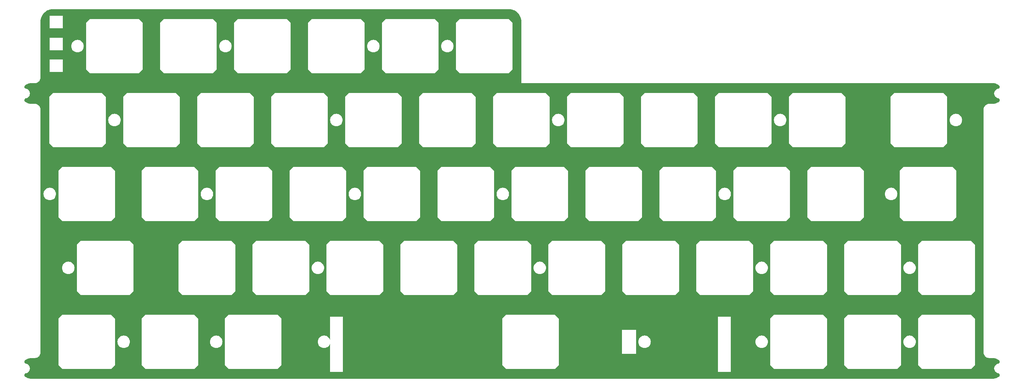
<source format=gbr>
%TF.GenerationSoftware,KiCad,Pcbnew,(7.0.0)*%
%TF.CreationDate,2023-09-29T19:28:16+02:00*%
%TF.ProjectId,Hull OEM 625u,48756c6c-204f-4454-9d20-363235752e6b,rev?*%
%TF.SameCoordinates,Original*%
%TF.FileFunction,Copper,L2,Bot*%
%TF.FilePolarity,Positive*%
%FSLAX46Y46*%
G04 Gerber Fmt 4.6, Leading zero omitted, Abs format (unit mm)*
G04 Created by KiCad (PCBNEW (7.0.0)) date 2023-09-29 19:28:16*
%MOMM*%
%LPD*%
G01*
G04 APERTURE LIST*
G04 APERTURE END LIST*
%TA.AperFunction,Conductor*%
%TO.N,GND*%
G36*
X149225305Y-49213016D02*
G01*
X149358279Y-49219988D01*
X149358317Y-49220006D01*
X149358317Y-49219991D01*
X149358541Y-49220002D01*
X149563552Y-49231522D01*
X149564660Y-49231641D01*
X149725845Y-49257174D01*
X149903189Y-49287311D01*
X149904226Y-49287537D01*
X150066627Y-49331057D01*
X150066797Y-49331104D01*
X150234800Y-49379509D01*
X150235701Y-49379811D01*
X150394610Y-49440813D01*
X150394727Y-49440860D01*
X150554454Y-49507023D01*
X150555237Y-49507384D01*
X150707780Y-49585111D01*
X150708078Y-49585270D01*
X150858411Y-49668358D01*
X150859108Y-49668776D01*
X151003170Y-49762333D01*
X151003449Y-49762522D01*
X151129467Y-49851938D01*
X151143140Y-49861640D01*
X151143722Y-49862082D01*
X151277399Y-49970332D01*
X151277813Y-49970684D01*
X151405281Y-50084597D01*
X151405750Y-50085040D01*
X151527458Y-50206748D01*
X151527901Y-50207217D01*
X151641814Y-50334685D01*
X151642176Y-50335111D01*
X151750416Y-50468776D01*
X151750858Y-50469358D01*
X151791735Y-50526967D01*
X151849962Y-50609030D01*
X151850183Y-50609355D01*
X151880232Y-50655625D01*
X151943720Y-50753387D01*
X151944140Y-50754087D01*
X152027216Y-50904397D01*
X152027398Y-50904739D01*
X152105105Y-51057243D01*
X152105483Y-51058063D01*
X152171611Y-51217703D01*
X152171722Y-51217983D01*
X152232681Y-51376780D01*
X152232995Y-51377717D01*
X152281388Y-51545682D01*
X152281446Y-51545889D01*
X152324959Y-51708267D01*
X152325188Y-51709317D01*
X152355320Y-51886631D01*
X152355341Y-51886759D01*
X152380854Y-52047816D01*
X152380978Y-52048970D01*
X152392509Y-52254181D01*
X152392511Y-52254224D01*
X152399484Y-52387195D01*
X152399500Y-52387797D01*
X152399500Y-52388000D01*
X152399500Y-68262401D01*
X152399459Y-68262500D01*
X152399500Y-68262599D01*
X152399617Y-68262883D01*
X152400000Y-68263041D01*
X152400099Y-68263000D01*
X273787000Y-68263000D01*
X273787175Y-68263000D01*
X273787808Y-68263017D01*
X273832763Y-68265496D01*
X274108413Y-68283746D01*
X274109500Y-68283873D01*
X274231829Y-68304278D01*
X274232203Y-68304346D01*
X274430352Y-68344169D01*
X274431153Y-68344363D01*
X274561883Y-68381314D01*
X274562474Y-68381499D01*
X274745201Y-68444202D01*
X274745763Y-68444412D01*
X274871625Y-68495510D01*
X274872417Y-68495868D01*
X275053261Y-68586094D01*
X275053554Y-68586246D01*
X275162654Y-68645259D01*
X275163600Y-68645832D01*
X275392423Y-68800706D01*
X275392577Y-68800813D01*
X275428775Y-68825899D01*
X275430378Y-68827241D01*
X275451625Y-68848603D01*
X275451752Y-68848734D01*
X275521123Y-68920729D01*
X275522771Y-68922906D01*
X275550520Y-68970394D01*
X275550785Y-68970873D01*
X275586113Y-69038533D01*
X275586987Y-69040734D01*
X275603094Y-69097842D01*
X275603307Y-69098729D01*
X275617295Y-69169334D01*
X275617511Y-69171327D01*
X275618789Y-69232145D01*
X275618745Y-69233421D01*
X275612394Y-69303747D01*
X275612131Y-69305367D01*
X275597999Y-69364949D01*
X275597507Y-69366515D01*
X275571594Y-69432213D01*
X275571060Y-69433372D01*
X275542608Y-69487131D01*
X275541520Y-69488815D01*
X275497308Y-69545625D01*
X275496719Y-69546322D01*
X275456688Y-69590104D01*
X275454919Y-69591678D01*
X275392960Y-69636270D01*
X275392508Y-69636579D01*
X275346419Y-69666527D01*
X275343961Y-69667735D01*
X275245084Y-69702437D01*
X275244919Y-69702494D01*
X275221271Y-69710392D01*
X275219883Y-69710761D01*
X275219572Y-69710823D01*
X275219375Y-69710862D01*
X275219376Y-69710862D01*
X275114653Y-69731690D01*
X275114644Y-69731692D01*
X275114174Y-69731786D01*
X275113725Y-69731958D01*
X275113717Y-69731961D01*
X274913479Y-69808983D01*
X274913468Y-69808988D01*
X274913019Y-69809161D01*
X274912601Y-69809410D01*
X274912597Y-69809413D01*
X274728492Y-69919559D01*
X274728489Y-69919560D01*
X274728068Y-69919813D01*
X274727700Y-69920129D01*
X274727693Y-69920135D01*
X274565146Y-70060157D01*
X274565138Y-70060164D01*
X274564776Y-70060477D01*
X274564467Y-70060851D01*
X274564464Y-70060856D01*
X274428272Y-70226623D01*
X274428267Y-70226629D01*
X274427959Y-70227005D01*
X274427716Y-70227433D01*
X274427715Y-70227435D01*
X274321897Y-70414054D01*
X274321894Y-70414058D01*
X274321652Y-70414487D01*
X274321485Y-70414950D01*
X274321484Y-70414955D01*
X274249153Y-70616932D01*
X274249150Y-70616939D01*
X274248989Y-70617392D01*
X274248907Y-70617862D01*
X274248904Y-70617875D01*
X274212198Y-70829250D01*
X274212197Y-70829258D01*
X274212114Y-70829738D01*
X274212114Y-71045262D01*
X274212197Y-71045742D01*
X274212198Y-71045749D01*
X274248904Y-71257124D01*
X274248906Y-71257134D01*
X274248989Y-71257608D01*
X274249151Y-71258063D01*
X274249153Y-71258067D01*
X274321484Y-71460044D01*
X274321652Y-71460513D01*
X274427959Y-71647995D01*
X274564776Y-71814523D01*
X274728068Y-71955187D01*
X274913019Y-72065839D01*
X275114174Y-72143214D01*
X275215429Y-72163352D01*
X275219145Y-72164091D01*
X275220528Y-72164457D01*
X275249476Y-72174119D01*
X275343927Y-72207320D01*
X275346370Y-72208521D01*
X275373569Y-72226189D01*
X275392495Y-72238484D01*
X275392946Y-72238793D01*
X275454897Y-72283367D01*
X275456667Y-72284941D01*
X275496704Y-72328721D01*
X275497293Y-72329418D01*
X275541500Y-72386211D01*
X275542589Y-72387895D01*
X275558646Y-72418230D01*
X275571049Y-72441660D01*
X275571583Y-72442820D01*
X275597491Y-72508498D01*
X275597983Y-72510064D01*
X275612117Y-72569652D01*
X275612380Y-72571272D01*
X275618730Y-72641581D01*
X275618774Y-72642857D01*
X275617495Y-72703675D01*
X275617279Y-72705668D01*
X275603289Y-72776268D01*
X275603076Y-72777156D01*
X275586967Y-72834254D01*
X275586093Y-72836455D01*
X275550763Y-72904105D01*
X275550498Y-72904584D01*
X275522734Y-72952088D01*
X275521088Y-72954263D01*
X275453541Y-73024397D01*
X275453411Y-73024530D01*
X275430133Y-73047929D01*
X275428530Y-73049270D01*
X275392513Y-73074230D01*
X275392409Y-73074302D01*
X275163614Y-73229157D01*
X275162639Y-73229748D01*
X275053575Y-73288741D01*
X275053238Y-73288916D01*
X274872424Y-73379127D01*
X274871616Y-73379492D01*
X274745778Y-73430580D01*
X274745185Y-73430802D01*
X274562480Y-73493497D01*
X274561875Y-73493686D01*
X274431183Y-73530627D01*
X274430321Y-73530836D01*
X274232203Y-73570652D01*
X274231829Y-73570720D01*
X274109523Y-73591122D01*
X274108391Y-73591254D01*
X273832805Y-73609500D01*
X273832678Y-73609508D01*
X273787808Y-73611983D01*
X273787175Y-73612000D01*
X272963000Y-73612000D01*
X272962500Y-73612000D01*
X272855182Y-73612000D01*
X272854784Y-73612057D01*
X272854772Y-73612058D01*
X272643138Y-73642487D01*
X272643131Y-73642488D01*
X272642731Y-73642546D01*
X272642341Y-73642660D01*
X272642334Y-73642662D01*
X272437189Y-73702898D01*
X272437178Y-73702901D01*
X272436790Y-73703016D01*
X272436419Y-73703185D01*
X272436412Y-73703188D01*
X272241921Y-73792009D01*
X272241914Y-73792012D01*
X272241550Y-73792179D01*
X272241213Y-73792395D01*
X272241203Y-73792401D01*
X272061335Y-73907995D01*
X272061331Y-73907997D01*
X272060987Y-73908219D01*
X272060688Y-73908477D01*
X272060676Y-73908487D01*
X271899090Y-74048503D01*
X271899083Y-74048509D01*
X271898776Y-74048776D01*
X271898509Y-74049083D01*
X271898503Y-74049090D01*
X271758487Y-74210676D01*
X271758477Y-74210688D01*
X271758219Y-74210987D01*
X271757997Y-74211331D01*
X271757995Y-74211335D01*
X271642401Y-74391203D01*
X271642395Y-74391213D01*
X271642179Y-74391550D01*
X271642012Y-74391914D01*
X271642009Y-74391921D01*
X271553188Y-74586412D01*
X271553185Y-74586419D01*
X271553016Y-74586790D01*
X271552901Y-74587178D01*
X271552898Y-74587189D01*
X271492662Y-74792334D01*
X271492660Y-74792341D01*
X271492546Y-74792731D01*
X271492488Y-74793131D01*
X271492487Y-74793138D01*
X271462058Y-75004772D01*
X271462057Y-75004784D01*
X271462000Y-75005182D01*
X271462000Y-75112401D01*
X271462000Y-137612000D01*
X271462000Y-137612500D01*
X271462000Y-137719818D01*
X271462057Y-137720216D01*
X271462058Y-137720227D01*
X271492487Y-137931861D01*
X271492546Y-137932269D01*
X271492661Y-137932661D01*
X271492662Y-137932665D01*
X271552898Y-138137810D01*
X271552900Y-138137816D01*
X271553016Y-138138210D01*
X271642179Y-138333450D01*
X271758219Y-138514013D01*
X271758483Y-138514317D01*
X271758487Y-138514323D01*
X271827930Y-138594464D01*
X271898776Y-138676224D01*
X271899090Y-138676496D01*
X272060676Y-138816512D01*
X272060680Y-138816515D01*
X272060987Y-138816781D01*
X272241550Y-138932821D01*
X272436790Y-139021984D01*
X272642731Y-139082454D01*
X272855182Y-139113000D01*
X272962401Y-139113000D01*
X272962500Y-139113000D01*
X272963000Y-139113000D01*
X273787000Y-139113000D01*
X273787175Y-139113000D01*
X273787808Y-139113017D01*
X273832763Y-139115496D01*
X274108413Y-139133746D01*
X274109500Y-139133873D01*
X274231829Y-139154278D01*
X274232203Y-139154346D01*
X274430352Y-139194169D01*
X274431153Y-139194363D01*
X274561883Y-139231314D01*
X274562474Y-139231499D01*
X274745201Y-139294202D01*
X274745763Y-139294412D01*
X274871625Y-139345510D01*
X274872417Y-139345868D01*
X275053261Y-139436094D01*
X275053554Y-139436246D01*
X275162654Y-139495259D01*
X275163600Y-139495832D01*
X275392397Y-139650689D01*
X275428779Y-139675902D01*
X275430372Y-139677235D01*
X275442650Y-139689576D01*
X275451591Y-139698563D01*
X275451718Y-139698693D01*
X275521140Y-139770721D01*
X275522789Y-139772899D01*
X275550536Y-139820373D01*
X275550801Y-139820852D01*
X275586143Y-139888524D01*
X275587017Y-139890725D01*
X275603126Y-139947823D01*
X275603339Y-139948711D01*
X275617332Y-140019329D01*
X275617548Y-140021322D01*
X275618827Y-140082134D01*
X275618783Y-140083410D01*
X275612432Y-140153743D01*
X275612168Y-140155363D01*
X275598035Y-140214943D01*
X275597544Y-140216509D01*
X275571628Y-140282208D01*
X275571094Y-140283368D01*
X275542638Y-140337127D01*
X275541549Y-140338811D01*
X275497329Y-140395621D01*
X275496740Y-140396318D01*
X275456704Y-140440096D01*
X275454935Y-140441670D01*
X275392971Y-140486254D01*
X275392519Y-140486563D01*
X275346414Y-140516513D01*
X275343959Y-140517720D01*
X275246998Y-140551762D01*
X275246829Y-140551819D01*
X275220969Y-140560451D01*
X275219615Y-140560813D01*
X275219408Y-140560855D01*
X275219364Y-140560864D01*
X275114653Y-140581690D01*
X275114644Y-140581692D01*
X275114174Y-140581786D01*
X275113725Y-140581958D01*
X275113717Y-140581961D01*
X274913479Y-140658983D01*
X274913468Y-140658988D01*
X274913019Y-140659161D01*
X274912601Y-140659410D01*
X274912597Y-140659413D01*
X274728492Y-140769559D01*
X274728489Y-140769560D01*
X274728068Y-140769813D01*
X274727700Y-140770129D01*
X274727693Y-140770135D01*
X274565146Y-140910157D01*
X274565138Y-140910164D01*
X274564776Y-140910477D01*
X274564467Y-140910851D01*
X274564464Y-140910856D01*
X274428272Y-141076623D01*
X274428267Y-141076629D01*
X274427959Y-141077005D01*
X274427716Y-141077433D01*
X274427715Y-141077435D01*
X274321897Y-141264054D01*
X274321894Y-141264058D01*
X274321652Y-141264487D01*
X274321485Y-141264950D01*
X274321484Y-141264955D01*
X274249153Y-141466932D01*
X274249150Y-141466939D01*
X274248989Y-141467392D01*
X274248907Y-141467862D01*
X274248904Y-141467875D01*
X274212198Y-141679250D01*
X274212197Y-141679258D01*
X274212114Y-141679738D01*
X274212114Y-141895262D01*
X274212197Y-141895742D01*
X274212198Y-141895749D01*
X274248904Y-142107124D01*
X274248906Y-142107134D01*
X274248989Y-142107608D01*
X274249151Y-142108063D01*
X274249153Y-142108067D01*
X274321484Y-142310044D01*
X274321652Y-142310513D01*
X274427959Y-142497995D01*
X274564776Y-142664523D01*
X274565144Y-142664840D01*
X274565146Y-142664842D01*
X274645643Y-142734184D01*
X274728068Y-142805187D01*
X274913019Y-142915839D01*
X275114174Y-142993214D01*
X275183825Y-143007066D01*
X275219139Y-143014090D01*
X275220539Y-143014461D01*
X275226797Y-143016550D01*
X275249472Y-143024123D01*
X275343913Y-143057339D01*
X275346351Y-143058539D01*
X275392471Y-143088508D01*
X275392900Y-143088801D01*
X275454858Y-143133392D01*
X275456617Y-143134957D01*
X275482987Y-143163798D01*
X275496650Y-143178741D01*
X275497238Y-143179438D01*
X275541440Y-143236235D01*
X275542529Y-143237919D01*
X275570974Y-143291665D01*
X275571508Y-143292824D01*
X275597417Y-143358511D01*
X275597909Y-143360077D01*
X275612038Y-143419648D01*
X275612301Y-143421268D01*
X275618650Y-143491577D01*
X275618694Y-143492853D01*
X275617416Y-143553662D01*
X275617200Y-143555655D01*
X275603215Y-143626249D01*
X275603002Y-143627136D01*
X275586900Y-143684228D01*
X275586026Y-143686429D01*
X275550700Y-143754085D01*
X275550435Y-143754564D01*
X275522682Y-143802057D01*
X275521040Y-143804229D01*
X275454799Y-143873067D01*
X275454666Y-143873203D01*
X275429947Y-143898057D01*
X275428343Y-143899399D01*
X275392513Y-143924230D01*
X275392409Y-143924302D01*
X275163614Y-144079157D01*
X275162639Y-144079748D01*
X275053575Y-144138741D01*
X275053238Y-144138916D01*
X274872424Y-144229127D01*
X274871616Y-144229492D01*
X274745778Y-144280580D01*
X274745185Y-144280802D01*
X274562480Y-144343497D01*
X274561875Y-144343686D01*
X274431183Y-144380627D01*
X274430321Y-144380836D01*
X274232203Y-144420652D01*
X274231829Y-144420720D01*
X274109523Y-144441122D01*
X274108391Y-144441254D01*
X273832805Y-144459500D01*
X273832678Y-144459508D01*
X273787808Y-144461983D01*
X273787175Y-144462000D01*
X26250325Y-144462000D01*
X26249692Y-144461983D01*
X26204820Y-144459508D01*
X26204693Y-144459500D01*
X25929107Y-144441254D01*
X25927975Y-144441122D01*
X25805669Y-144420720D01*
X25805295Y-144420652D01*
X25607177Y-144380836D01*
X25606315Y-144380627D01*
X25475623Y-144343686D01*
X25475018Y-144343497D01*
X25292313Y-144280802D01*
X25291720Y-144280580D01*
X25165882Y-144229492D01*
X25165074Y-144229127D01*
X24984260Y-144138916D01*
X24983923Y-144138741D01*
X24874859Y-144079748D01*
X24873884Y-144079157D01*
X24645090Y-143924302D01*
X24644986Y-143924230D01*
X24608723Y-143899099D01*
X24607124Y-143897761D01*
X24585913Y-143876436D01*
X24585812Y-143876333D01*
X24516376Y-143804273D01*
X24514728Y-143802095D01*
X24511543Y-143796645D01*
X24486954Y-143754564D01*
X24486747Y-143754189D01*
X24451389Y-143686474D01*
X24450521Y-143684287D01*
X24434410Y-143627165D01*
X24434200Y-143626289D01*
X24420212Y-143555674D01*
X24419999Y-143553711D01*
X24418722Y-143492865D01*
X24418765Y-143491611D01*
X24425120Y-143421272D01*
X24425381Y-143419668D01*
X24439519Y-143360070D01*
X24439999Y-143358542D01*
X24465928Y-143292812D01*
X24466444Y-143291692D01*
X24494919Y-143237898D01*
X24495989Y-143236243D01*
X24540231Y-143179402D01*
X24540766Y-143178768D01*
X24580846Y-143134940D01*
X24582597Y-143133384D01*
X24644600Y-143088767D01*
X24644945Y-143088530D01*
X24691132Y-143058524D01*
X24693566Y-143057328D01*
X24788194Y-143024059D01*
X24816920Y-143014468D01*
X24818314Y-143014098D01*
X24923326Y-142993214D01*
X25124481Y-142915839D01*
X25309432Y-142805187D01*
X25472724Y-142664523D01*
X25609541Y-142497995D01*
X25715848Y-142310513D01*
X25788511Y-142107608D01*
X25825386Y-141895262D01*
X25825386Y-141679738D01*
X25788511Y-141467392D01*
X25715848Y-141264487D01*
X25609541Y-141077005D01*
X25494926Y-140937500D01*
X33180708Y-140937500D01*
X33180826Y-140937783D01*
X33180867Y-140937883D01*
X33180965Y-140937923D01*
X34180825Y-141937782D01*
X34180867Y-141937883D01*
X34180967Y-141937924D01*
X34181250Y-141938042D01*
X34181351Y-141938000D01*
X46781149Y-141938000D01*
X46781250Y-141938042D01*
X46781534Y-141937924D01*
X46781534Y-141937923D01*
X46781633Y-141937883D01*
X46781673Y-141937784D01*
X47781532Y-140937924D01*
X47781633Y-140937883D01*
X47781690Y-140937743D01*
X47781792Y-140937500D01*
X54611958Y-140937500D01*
X54612076Y-140937783D01*
X54612117Y-140937883D01*
X54612215Y-140937923D01*
X55612075Y-141937782D01*
X55612117Y-141937883D01*
X55612217Y-141937924D01*
X55612500Y-141938042D01*
X55612601Y-141938000D01*
X68212399Y-141938000D01*
X68212500Y-141938042D01*
X68212784Y-141937924D01*
X68212784Y-141937923D01*
X68212883Y-141937883D01*
X68212923Y-141937784D01*
X69212782Y-140937924D01*
X69212883Y-140937883D01*
X69212940Y-140937743D01*
X69213042Y-140937500D01*
X76043208Y-140937500D01*
X76043326Y-140937783D01*
X76043367Y-140937883D01*
X76043465Y-140937923D01*
X77043325Y-141937782D01*
X77043367Y-141937883D01*
X77043467Y-141937924D01*
X77043750Y-141938042D01*
X77043851Y-141938000D01*
X89643649Y-141938000D01*
X89643750Y-141938042D01*
X89644034Y-141937924D01*
X89644034Y-141937923D01*
X89644133Y-141937883D01*
X89644173Y-141937784D01*
X90644032Y-140937924D01*
X90644133Y-140937883D01*
X90644190Y-140937743D01*
X90644292Y-140937500D01*
X90644250Y-140937399D01*
X90644250Y-134937500D01*
X99994551Y-134937500D01*
X99994586Y-134937945D01*
X100014281Y-135188198D01*
X100014282Y-135188205D01*
X100014317Y-135188648D01*
X100014422Y-135189088D01*
X100014423Y-135189090D01*
X100060081Y-135379273D01*
X100073127Y-135433611D01*
X100073293Y-135434011D01*
X100073296Y-135434021D01*
X100169362Y-135665944D01*
X100169534Y-135666359D01*
X100301164Y-135881159D01*
X100464776Y-136072724D01*
X100656341Y-136236336D01*
X100871141Y-136367966D01*
X101026333Y-136432248D01*
X101103478Y-136464203D01*
X101103480Y-136464203D01*
X101103889Y-136464373D01*
X101348852Y-136523183D01*
X101537118Y-136538000D01*
X101662668Y-136538000D01*
X101662882Y-136538000D01*
X101851148Y-136523183D01*
X102096111Y-136464373D01*
X102328859Y-136367966D01*
X102543659Y-136236336D01*
X102735224Y-136072724D01*
X102898836Y-135881159D01*
X103030466Y-135666359D01*
X103126873Y-135433611D01*
X103140562Y-135376588D01*
X103145169Y-135369838D01*
X103153097Y-135367853D01*
X103160341Y-135371634D01*
X103163245Y-135379273D01*
X103163245Y-142686651D01*
X103163204Y-142686750D01*
X103163245Y-142686849D01*
X103163362Y-142687133D01*
X103163745Y-142687291D01*
X103163844Y-142687250D01*
X106462656Y-142687250D01*
X106462755Y-142687291D01*
X106463138Y-142687133D01*
X106463255Y-142686849D01*
X106463296Y-142686750D01*
X203028509Y-142686750D01*
X203028550Y-142686849D01*
X203028667Y-142687133D01*
X203029050Y-142687291D01*
X203029149Y-142687250D01*
X206329351Y-142687250D01*
X206329450Y-142687291D01*
X206329833Y-142687133D01*
X206329950Y-142686849D01*
X206329991Y-142686750D01*
X206329950Y-142686651D01*
X206329950Y-140937500D01*
X216536958Y-140937500D01*
X216537076Y-140937783D01*
X216537117Y-140937883D01*
X216537215Y-140937923D01*
X217537075Y-141937782D01*
X217537117Y-141937883D01*
X217537217Y-141937924D01*
X217537500Y-141938042D01*
X217537601Y-141938000D01*
X230137399Y-141938000D01*
X230137500Y-141938042D01*
X230137784Y-141937924D01*
X230137784Y-141937923D01*
X230137883Y-141937883D01*
X230137923Y-141937784D01*
X231137782Y-140937924D01*
X231137883Y-140937883D01*
X231137940Y-140937743D01*
X231138042Y-140937500D01*
X235586958Y-140937500D01*
X235587076Y-140937783D01*
X235587117Y-140937883D01*
X235587215Y-140937923D01*
X236587075Y-141937782D01*
X236587117Y-141937883D01*
X236587217Y-141937924D01*
X236587500Y-141938042D01*
X236587601Y-141938000D01*
X249187399Y-141938000D01*
X249187500Y-141938042D01*
X249187784Y-141937924D01*
X249187784Y-141937923D01*
X249187883Y-141937883D01*
X249187923Y-141937784D01*
X250187782Y-140937924D01*
X250187883Y-140937883D01*
X250187940Y-140937743D01*
X250188042Y-140937500D01*
X254636958Y-140937500D01*
X254637076Y-140937783D01*
X254637117Y-140937883D01*
X254637215Y-140937923D01*
X255637075Y-141937782D01*
X255637117Y-141937883D01*
X255637217Y-141937924D01*
X255637500Y-141938042D01*
X255637601Y-141938000D01*
X268237399Y-141938000D01*
X268237500Y-141938042D01*
X268237784Y-141937924D01*
X268237784Y-141937923D01*
X268237883Y-141937883D01*
X268237923Y-141937784D01*
X269237782Y-140937924D01*
X269237883Y-140937883D01*
X269237940Y-140937743D01*
X269238042Y-140937500D01*
X269238000Y-140937399D01*
X269238000Y-128937601D01*
X269238042Y-128937500D01*
X269237924Y-128937217D01*
X269237883Y-128937117D01*
X269237782Y-128937075D01*
X268237923Y-127937215D01*
X268237883Y-127937117D01*
X268237784Y-127937076D01*
X268237500Y-127936958D01*
X268237399Y-127937000D01*
X255637601Y-127937000D01*
X255637500Y-127936958D01*
X255637256Y-127937059D01*
X255637117Y-127937117D01*
X255637075Y-127937217D01*
X255635674Y-127938617D01*
X255635673Y-127938618D01*
X254638615Y-128935675D01*
X254638614Y-128935676D01*
X254637215Y-128937076D01*
X254637117Y-128937117D01*
X254637076Y-128937215D01*
X254637076Y-128937216D01*
X254636958Y-128937500D01*
X254637000Y-128937601D01*
X254637000Y-140937399D01*
X254636958Y-140937500D01*
X250188042Y-140937500D01*
X250188000Y-140937399D01*
X250188000Y-134937500D01*
X250807051Y-134937500D01*
X250807086Y-134937945D01*
X250826781Y-135188198D01*
X250826782Y-135188205D01*
X250826817Y-135188648D01*
X250826922Y-135189088D01*
X250826923Y-135189090D01*
X250872581Y-135379273D01*
X250885627Y-135433611D01*
X250885793Y-135434011D01*
X250885796Y-135434021D01*
X250981862Y-135665944D01*
X250982034Y-135666359D01*
X251113664Y-135881159D01*
X251277276Y-136072724D01*
X251468841Y-136236336D01*
X251683641Y-136367966D01*
X251838833Y-136432248D01*
X251915978Y-136464203D01*
X251915980Y-136464203D01*
X251916389Y-136464373D01*
X252161352Y-136523183D01*
X252349618Y-136538000D01*
X252475168Y-136538000D01*
X252475382Y-136538000D01*
X252663648Y-136523183D01*
X252908611Y-136464373D01*
X253141359Y-136367966D01*
X253356159Y-136236336D01*
X253547724Y-136072724D01*
X253711336Y-135881159D01*
X253842966Y-135666359D01*
X253939373Y-135433611D01*
X253998183Y-135188648D01*
X254017949Y-134937500D01*
X253998183Y-134686352D01*
X253939373Y-134441389D01*
X253842966Y-134208641D01*
X253711336Y-133993841D01*
X253547724Y-133802276D01*
X253356159Y-133638664D01*
X253141359Y-133507034D01*
X253140944Y-133506862D01*
X252909021Y-133410796D01*
X252909011Y-133410793D01*
X252908611Y-133410627D01*
X252908178Y-133410523D01*
X252908175Y-133410522D01*
X252664090Y-133351923D01*
X252664088Y-133351922D01*
X252663648Y-133351817D01*
X252663205Y-133351782D01*
X252663198Y-133351781D01*
X252475590Y-133337016D01*
X252475580Y-133337015D01*
X252475382Y-133337000D01*
X252349618Y-133337000D01*
X252349419Y-133337015D01*
X252349409Y-133337016D01*
X252161801Y-133351781D01*
X252161792Y-133351782D01*
X252161352Y-133351817D01*
X252160913Y-133351922D01*
X252160909Y-133351923D01*
X251916824Y-133410522D01*
X251916817Y-133410524D01*
X251916389Y-133410627D01*
X251915991Y-133410791D01*
X251915978Y-133410796D01*
X251684055Y-133506862D01*
X251684049Y-133506864D01*
X251683641Y-133507034D01*
X251683260Y-133507267D01*
X251683255Y-133507270D01*
X251469223Y-133638429D01*
X251469215Y-133638434D01*
X251468841Y-133638664D01*
X251468506Y-133638949D01*
X251468502Y-133638953D01*
X251277618Y-133801983D01*
X251277611Y-133801989D01*
X251277276Y-133802276D01*
X251276989Y-133802611D01*
X251276983Y-133802618D01*
X251113953Y-133993502D01*
X251113949Y-133993506D01*
X251113664Y-133993841D01*
X251113434Y-133994215D01*
X251113429Y-133994223D01*
X250982270Y-134208255D01*
X250982267Y-134208260D01*
X250982034Y-134208641D01*
X250981864Y-134209049D01*
X250981862Y-134209055D01*
X250885796Y-134440978D01*
X250885791Y-134440991D01*
X250885627Y-134441389D01*
X250885524Y-134441817D01*
X250885522Y-134441824D01*
X250826923Y-134685909D01*
X250826817Y-134686352D01*
X250826782Y-134686792D01*
X250826781Y-134686801D01*
X250807086Y-134937055D01*
X250807051Y-134937500D01*
X250188000Y-134937500D01*
X250188000Y-128937601D01*
X250188042Y-128937500D01*
X250187924Y-128937217D01*
X250187883Y-128937117D01*
X250187782Y-128937075D01*
X249187923Y-127937215D01*
X249187883Y-127937117D01*
X249187784Y-127937076D01*
X249187500Y-127936958D01*
X249187399Y-127937000D01*
X236587601Y-127937000D01*
X236587500Y-127936958D01*
X236587256Y-127937059D01*
X236587117Y-127937117D01*
X236587075Y-127937217D01*
X236585674Y-127938617D01*
X236585673Y-127938618D01*
X235588615Y-128935675D01*
X235588614Y-128935676D01*
X235587215Y-128937076D01*
X235587117Y-128937117D01*
X235587076Y-128937215D01*
X235587076Y-128937216D01*
X235586958Y-128937500D01*
X235587000Y-128937601D01*
X235587000Y-140937399D01*
X235586958Y-140937500D01*
X231138042Y-140937500D01*
X231138000Y-140937399D01*
X231138000Y-128937601D01*
X231138042Y-128937500D01*
X231137924Y-128937217D01*
X231137883Y-128937117D01*
X231137782Y-128937075D01*
X230137923Y-127937215D01*
X230137883Y-127937117D01*
X230137784Y-127937076D01*
X230137500Y-127936958D01*
X230137399Y-127937000D01*
X217537601Y-127937000D01*
X217537500Y-127936958D01*
X217537256Y-127937059D01*
X217537117Y-127937117D01*
X217537075Y-127937217D01*
X217535674Y-127938617D01*
X217535673Y-127938618D01*
X216538615Y-128935675D01*
X216538614Y-128935676D01*
X216537215Y-128937076D01*
X216537117Y-128937117D01*
X216537076Y-128937215D01*
X216537076Y-128937216D01*
X216536958Y-128937500D01*
X216537000Y-128937601D01*
X216537000Y-140937399D01*
X216536958Y-140937500D01*
X206329950Y-140937500D01*
X206329950Y-134937500D01*
X212707051Y-134937500D01*
X212707086Y-134937945D01*
X212726781Y-135188198D01*
X212726782Y-135188205D01*
X212726817Y-135188648D01*
X212726922Y-135189088D01*
X212726923Y-135189090D01*
X212772581Y-135379273D01*
X212785627Y-135433611D01*
X212785793Y-135434011D01*
X212785796Y-135434021D01*
X212881862Y-135665944D01*
X212882034Y-135666359D01*
X213013664Y-135881159D01*
X213177276Y-136072724D01*
X213368841Y-136236336D01*
X213583641Y-136367966D01*
X213738833Y-136432248D01*
X213815978Y-136464203D01*
X213815980Y-136464203D01*
X213816389Y-136464373D01*
X214061352Y-136523183D01*
X214249618Y-136538000D01*
X214375168Y-136538000D01*
X214375382Y-136538000D01*
X214563648Y-136523183D01*
X214808611Y-136464373D01*
X215041359Y-136367966D01*
X215256159Y-136236336D01*
X215447724Y-136072724D01*
X215611336Y-135881159D01*
X215742966Y-135666359D01*
X215839373Y-135433611D01*
X215898183Y-135188648D01*
X215917949Y-134937500D01*
X215898183Y-134686352D01*
X215839373Y-134441389D01*
X215742966Y-134208641D01*
X215611336Y-133993841D01*
X215447724Y-133802276D01*
X215256159Y-133638664D01*
X215041359Y-133507034D01*
X215040944Y-133506862D01*
X214809021Y-133410796D01*
X214809011Y-133410793D01*
X214808611Y-133410627D01*
X214808178Y-133410523D01*
X214808175Y-133410522D01*
X214564090Y-133351923D01*
X214564088Y-133351922D01*
X214563648Y-133351817D01*
X214563205Y-133351782D01*
X214563198Y-133351781D01*
X214375590Y-133337016D01*
X214375580Y-133337015D01*
X214375382Y-133337000D01*
X214249618Y-133337000D01*
X214249419Y-133337015D01*
X214249409Y-133337016D01*
X214061801Y-133351781D01*
X214061792Y-133351782D01*
X214061352Y-133351817D01*
X214060913Y-133351922D01*
X214060909Y-133351923D01*
X213816824Y-133410522D01*
X213816817Y-133410524D01*
X213816389Y-133410627D01*
X213815991Y-133410791D01*
X213815978Y-133410796D01*
X213584055Y-133506862D01*
X213584049Y-133506864D01*
X213583641Y-133507034D01*
X213583260Y-133507267D01*
X213583255Y-133507270D01*
X213369223Y-133638429D01*
X213369215Y-133638434D01*
X213368841Y-133638664D01*
X213368506Y-133638949D01*
X213368502Y-133638953D01*
X213177618Y-133801983D01*
X213177611Y-133801989D01*
X213177276Y-133802276D01*
X213176989Y-133802611D01*
X213176983Y-133802618D01*
X213013953Y-133993502D01*
X213013949Y-133993506D01*
X213013664Y-133993841D01*
X213013434Y-133994215D01*
X213013429Y-133994223D01*
X212882270Y-134208255D01*
X212882267Y-134208260D01*
X212882034Y-134208641D01*
X212881864Y-134209049D01*
X212881862Y-134209055D01*
X212785796Y-134440978D01*
X212785791Y-134440991D01*
X212785627Y-134441389D01*
X212785524Y-134441817D01*
X212785522Y-134441824D01*
X212726923Y-134685909D01*
X212726817Y-134686352D01*
X212726782Y-134686792D01*
X212726781Y-134686801D01*
X212707086Y-134937055D01*
X212707051Y-134937500D01*
X206329950Y-134937500D01*
X206329950Y-128487549D01*
X206329991Y-128487450D01*
X206329833Y-128487067D01*
X206329549Y-128486950D01*
X206329450Y-128486909D01*
X206329351Y-128486950D01*
X203029149Y-128486950D01*
X203029050Y-128486909D01*
X203028951Y-128486950D01*
X203028667Y-128487067D01*
X203028509Y-128487450D01*
X203028550Y-128487549D01*
X203028550Y-142686651D01*
X203028509Y-142686750D01*
X106463296Y-142686750D01*
X106463255Y-142686651D01*
X106463255Y-140937500D01*
X147480708Y-140937500D01*
X147480826Y-140937783D01*
X147480867Y-140937883D01*
X147480965Y-140937923D01*
X148480825Y-141937782D01*
X148480867Y-141937883D01*
X148480967Y-141937924D01*
X148481250Y-141938042D01*
X148481351Y-141938000D01*
X161081149Y-141938000D01*
X161081250Y-141938042D01*
X161081534Y-141937924D01*
X161081534Y-141937923D01*
X161081633Y-141937883D01*
X161081673Y-141937784D01*
X162081532Y-140937924D01*
X162081633Y-140937883D01*
X162081690Y-140937743D01*
X162081792Y-140937500D01*
X162081750Y-140937399D01*
X162081750Y-138049000D01*
X178307459Y-138049000D01*
X178307500Y-138049099D01*
X178307617Y-138049383D01*
X178308000Y-138049541D01*
X178308099Y-138049500D01*
X181990901Y-138049500D01*
X181991000Y-138049541D01*
X181991383Y-138049383D01*
X181991500Y-138049099D01*
X181991541Y-138049000D01*
X181991500Y-138048901D01*
X181991500Y-134937500D01*
X182544551Y-134937500D01*
X182544586Y-134937945D01*
X182564281Y-135188198D01*
X182564282Y-135188205D01*
X182564317Y-135188648D01*
X182564422Y-135189088D01*
X182564423Y-135189090D01*
X182610081Y-135379273D01*
X182623127Y-135433611D01*
X182623293Y-135434011D01*
X182623296Y-135434021D01*
X182719362Y-135665944D01*
X182719534Y-135666359D01*
X182851164Y-135881159D01*
X183014776Y-136072724D01*
X183206341Y-136236336D01*
X183421141Y-136367966D01*
X183576333Y-136432248D01*
X183653478Y-136464203D01*
X183653480Y-136464203D01*
X183653889Y-136464373D01*
X183898852Y-136523183D01*
X184087118Y-136538000D01*
X184212668Y-136538000D01*
X184212882Y-136538000D01*
X184401148Y-136523183D01*
X184646111Y-136464373D01*
X184878859Y-136367966D01*
X185093659Y-136236336D01*
X185285224Y-136072724D01*
X185448836Y-135881159D01*
X185580466Y-135666359D01*
X185676873Y-135433611D01*
X185735683Y-135188648D01*
X185755449Y-134937500D01*
X185735683Y-134686352D01*
X185676873Y-134441389D01*
X185580466Y-134208641D01*
X185448836Y-133993841D01*
X185285224Y-133802276D01*
X185093659Y-133638664D01*
X184878859Y-133507034D01*
X184878444Y-133506862D01*
X184646521Y-133410796D01*
X184646511Y-133410793D01*
X184646111Y-133410627D01*
X184645678Y-133410523D01*
X184645675Y-133410522D01*
X184401590Y-133351923D01*
X184401588Y-133351922D01*
X184401148Y-133351817D01*
X184400705Y-133351782D01*
X184400698Y-133351781D01*
X184213090Y-133337016D01*
X184213080Y-133337015D01*
X184212882Y-133337000D01*
X184087118Y-133337000D01*
X184086919Y-133337015D01*
X184086909Y-133337016D01*
X183899301Y-133351781D01*
X183899292Y-133351782D01*
X183898852Y-133351817D01*
X183898413Y-133351922D01*
X183898409Y-133351923D01*
X183654324Y-133410522D01*
X183654317Y-133410524D01*
X183653889Y-133410627D01*
X183653491Y-133410791D01*
X183653478Y-133410796D01*
X183421555Y-133506862D01*
X183421549Y-133506864D01*
X183421141Y-133507034D01*
X183420760Y-133507267D01*
X183420755Y-133507270D01*
X183206723Y-133638429D01*
X183206715Y-133638434D01*
X183206341Y-133638664D01*
X183206006Y-133638949D01*
X183206002Y-133638953D01*
X183015118Y-133801983D01*
X183015111Y-133801989D01*
X183014776Y-133802276D01*
X183014489Y-133802611D01*
X183014483Y-133802618D01*
X182851453Y-133993502D01*
X182851449Y-133993506D01*
X182851164Y-133993841D01*
X182850934Y-133994215D01*
X182850929Y-133994223D01*
X182719770Y-134208255D01*
X182719767Y-134208260D01*
X182719534Y-134208641D01*
X182719364Y-134209049D01*
X182719362Y-134209055D01*
X182623296Y-134440978D01*
X182623291Y-134440991D01*
X182623127Y-134441389D01*
X182623024Y-134441817D01*
X182623022Y-134441824D01*
X182564423Y-134685909D01*
X182564317Y-134686352D01*
X182564282Y-134686792D01*
X182564281Y-134686801D01*
X182544586Y-134937055D01*
X182544551Y-134937500D01*
X181991500Y-134937500D01*
X181991500Y-131826099D01*
X181991541Y-131826000D01*
X181991383Y-131825617D01*
X181991099Y-131825500D01*
X181991000Y-131825459D01*
X181990901Y-131825500D01*
X178308099Y-131825500D01*
X178308000Y-131825459D01*
X178307901Y-131825500D01*
X178307617Y-131825617D01*
X178307459Y-131826000D01*
X178307500Y-131826099D01*
X178307500Y-138048901D01*
X178307459Y-138049000D01*
X162081750Y-138049000D01*
X162081750Y-128937601D01*
X162081792Y-128937500D01*
X162081674Y-128937217D01*
X162081633Y-128937117D01*
X162081532Y-128937075D01*
X161081673Y-127937215D01*
X161081633Y-127937117D01*
X161081534Y-127937076D01*
X161081250Y-127936958D01*
X161081149Y-127937000D01*
X148481351Y-127937000D01*
X148481250Y-127936958D01*
X148481006Y-127937059D01*
X148480867Y-127937117D01*
X148480825Y-127937217D01*
X148479424Y-127938617D01*
X148479423Y-127938618D01*
X147482365Y-128935675D01*
X147482364Y-128935676D01*
X147480965Y-128937076D01*
X147480867Y-128937117D01*
X147480826Y-128937215D01*
X147480826Y-128937216D01*
X147480708Y-128937500D01*
X147480750Y-128937601D01*
X147480750Y-140937399D01*
X147480708Y-140937500D01*
X106463255Y-140937500D01*
X106463255Y-128487549D01*
X106463296Y-128487450D01*
X106463138Y-128487067D01*
X106462854Y-128486950D01*
X106462755Y-128486909D01*
X106462656Y-128486950D01*
X103163844Y-128486950D01*
X103163745Y-128486909D01*
X103163646Y-128486950D01*
X103163362Y-128487067D01*
X103163204Y-128487450D01*
X103163245Y-128487549D01*
X103163245Y-128490650D01*
X103163245Y-134495727D01*
X103160341Y-134503366D01*
X103153097Y-134507147D01*
X103145169Y-134505162D01*
X103140563Y-134498412D01*
X103126977Y-134441824D01*
X103126873Y-134441389D01*
X103030466Y-134208641D01*
X102898836Y-133993841D01*
X102735224Y-133802276D01*
X102543659Y-133638664D01*
X102328859Y-133507034D01*
X102328444Y-133506862D01*
X102096521Y-133410796D01*
X102096511Y-133410793D01*
X102096111Y-133410627D01*
X102095678Y-133410523D01*
X102095675Y-133410522D01*
X101851590Y-133351923D01*
X101851588Y-133351922D01*
X101851148Y-133351817D01*
X101850705Y-133351782D01*
X101850698Y-133351781D01*
X101663090Y-133337016D01*
X101663080Y-133337015D01*
X101662882Y-133337000D01*
X101537118Y-133337000D01*
X101536919Y-133337015D01*
X101536909Y-133337016D01*
X101349301Y-133351781D01*
X101349292Y-133351782D01*
X101348852Y-133351817D01*
X101348413Y-133351922D01*
X101348409Y-133351923D01*
X101104324Y-133410522D01*
X101104317Y-133410524D01*
X101103889Y-133410627D01*
X101103491Y-133410791D01*
X101103478Y-133410796D01*
X100871555Y-133506862D01*
X100871549Y-133506864D01*
X100871141Y-133507034D01*
X100870760Y-133507267D01*
X100870755Y-133507270D01*
X100656723Y-133638429D01*
X100656715Y-133638434D01*
X100656341Y-133638664D01*
X100656006Y-133638949D01*
X100656002Y-133638953D01*
X100465118Y-133801983D01*
X100465111Y-133801989D01*
X100464776Y-133802276D01*
X100464489Y-133802611D01*
X100464483Y-133802618D01*
X100301453Y-133993502D01*
X100301449Y-133993506D01*
X100301164Y-133993841D01*
X100300934Y-133994215D01*
X100300929Y-133994223D01*
X100169770Y-134208255D01*
X100169767Y-134208260D01*
X100169534Y-134208641D01*
X100169364Y-134209049D01*
X100169362Y-134209055D01*
X100073296Y-134440978D01*
X100073291Y-134440991D01*
X100073127Y-134441389D01*
X100073024Y-134441817D01*
X100073022Y-134441824D01*
X100014423Y-134685909D01*
X100014317Y-134686352D01*
X100014282Y-134686792D01*
X100014281Y-134686801D01*
X99994586Y-134937055D01*
X99994551Y-134937500D01*
X90644250Y-134937500D01*
X90644250Y-128937601D01*
X90644292Y-128937500D01*
X90644174Y-128937217D01*
X90644133Y-128937117D01*
X90644032Y-128937075D01*
X89644173Y-127937215D01*
X89644133Y-127937117D01*
X89644034Y-127937076D01*
X89643750Y-127936958D01*
X89643649Y-127937000D01*
X77043851Y-127937000D01*
X77043750Y-127936958D01*
X77043506Y-127937059D01*
X77043367Y-127937117D01*
X77043325Y-127937217D01*
X77041924Y-127938617D01*
X77041923Y-127938618D01*
X76044865Y-128935675D01*
X76044864Y-128935676D01*
X76043465Y-128937076D01*
X76043367Y-128937117D01*
X76043326Y-128937215D01*
X76043326Y-128937216D01*
X76043208Y-128937500D01*
X76043250Y-128937601D01*
X76043250Y-140937399D01*
X76043208Y-140937500D01*
X69213042Y-140937500D01*
X69213000Y-140937399D01*
X69213000Y-134937500D01*
X72213301Y-134937500D01*
X72213336Y-134937945D01*
X72233031Y-135188198D01*
X72233032Y-135188205D01*
X72233067Y-135188648D01*
X72233172Y-135189088D01*
X72233173Y-135189090D01*
X72278831Y-135379273D01*
X72291877Y-135433611D01*
X72292043Y-135434011D01*
X72292046Y-135434021D01*
X72388112Y-135665944D01*
X72388284Y-135666359D01*
X72519914Y-135881159D01*
X72683526Y-136072724D01*
X72875091Y-136236336D01*
X73089891Y-136367966D01*
X73245083Y-136432248D01*
X73322228Y-136464203D01*
X73322230Y-136464203D01*
X73322639Y-136464373D01*
X73567602Y-136523183D01*
X73755868Y-136538000D01*
X73881418Y-136538000D01*
X73881632Y-136538000D01*
X74069898Y-136523183D01*
X74314861Y-136464373D01*
X74547609Y-136367966D01*
X74762409Y-136236336D01*
X74953974Y-136072724D01*
X75117586Y-135881159D01*
X75249216Y-135666359D01*
X75345623Y-135433611D01*
X75404433Y-135188648D01*
X75424199Y-134937500D01*
X75404433Y-134686352D01*
X75345623Y-134441389D01*
X75249216Y-134208641D01*
X75117586Y-133993841D01*
X74953974Y-133802276D01*
X74762409Y-133638664D01*
X74547609Y-133507034D01*
X74547194Y-133506862D01*
X74315271Y-133410796D01*
X74315261Y-133410793D01*
X74314861Y-133410627D01*
X74314428Y-133410523D01*
X74314425Y-133410522D01*
X74070340Y-133351923D01*
X74070338Y-133351922D01*
X74069898Y-133351817D01*
X74069455Y-133351782D01*
X74069448Y-133351781D01*
X73881840Y-133337016D01*
X73881830Y-133337015D01*
X73881632Y-133337000D01*
X73755868Y-133337000D01*
X73755669Y-133337015D01*
X73755659Y-133337016D01*
X73568051Y-133351781D01*
X73568042Y-133351782D01*
X73567602Y-133351817D01*
X73567163Y-133351922D01*
X73567159Y-133351923D01*
X73323074Y-133410522D01*
X73323067Y-133410524D01*
X73322639Y-133410627D01*
X73322241Y-133410791D01*
X73322228Y-133410796D01*
X73090305Y-133506862D01*
X73090299Y-133506864D01*
X73089891Y-133507034D01*
X73089510Y-133507267D01*
X73089505Y-133507270D01*
X72875473Y-133638429D01*
X72875465Y-133638434D01*
X72875091Y-133638664D01*
X72874756Y-133638949D01*
X72874752Y-133638953D01*
X72683868Y-133801983D01*
X72683861Y-133801989D01*
X72683526Y-133802276D01*
X72683239Y-133802611D01*
X72683233Y-133802618D01*
X72520203Y-133993502D01*
X72520199Y-133993506D01*
X72519914Y-133993841D01*
X72519684Y-133994215D01*
X72519679Y-133994223D01*
X72388520Y-134208255D01*
X72388517Y-134208260D01*
X72388284Y-134208641D01*
X72388114Y-134209049D01*
X72388112Y-134209055D01*
X72292046Y-134440978D01*
X72292041Y-134440991D01*
X72291877Y-134441389D01*
X72291774Y-134441817D01*
X72291772Y-134441824D01*
X72233173Y-134685909D01*
X72233067Y-134686352D01*
X72233032Y-134686792D01*
X72233031Y-134686801D01*
X72213336Y-134937055D01*
X72213301Y-134937500D01*
X69213000Y-134937500D01*
X69213000Y-128937601D01*
X69213042Y-128937500D01*
X69212924Y-128937217D01*
X69212883Y-128937117D01*
X69212782Y-128937075D01*
X68212923Y-127937215D01*
X68212883Y-127937117D01*
X68212784Y-127937076D01*
X68212500Y-127936958D01*
X68212399Y-127937000D01*
X55612601Y-127937000D01*
X55612500Y-127936958D01*
X55612256Y-127937059D01*
X55612117Y-127937117D01*
X55612075Y-127937217D01*
X55610674Y-127938617D01*
X55610673Y-127938618D01*
X54613615Y-128935675D01*
X54613614Y-128935676D01*
X54612215Y-128937076D01*
X54612117Y-128937117D01*
X54612076Y-128937215D01*
X54612076Y-128937216D01*
X54611958Y-128937500D01*
X54612000Y-128937601D01*
X54612000Y-140937399D01*
X54611958Y-140937500D01*
X47781792Y-140937500D01*
X47781750Y-140937399D01*
X47781750Y-134937500D01*
X48400801Y-134937500D01*
X48400836Y-134937945D01*
X48420531Y-135188198D01*
X48420532Y-135188205D01*
X48420567Y-135188648D01*
X48420672Y-135189088D01*
X48420673Y-135189090D01*
X48466331Y-135379273D01*
X48479377Y-135433611D01*
X48479543Y-135434011D01*
X48479546Y-135434021D01*
X48575612Y-135665944D01*
X48575784Y-135666359D01*
X48707414Y-135881159D01*
X48871026Y-136072724D01*
X49062591Y-136236336D01*
X49277391Y-136367966D01*
X49432583Y-136432248D01*
X49509728Y-136464203D01*
X49509730Y-136464203D01*
X49510139Y-136464373D01*
X49755102Y-136523183D01*
X49943368Y-136538000D01*
X50068918Y-136538000D01*
X50069132Y-136538000D01*
X50257398Y-136523183D01*
X50502361Y-136464373D01*
X50735109Y-136367966D01*
X50949909Y-136236336D01*
X51141474Y-136072724D01*
X51305086Y-135881159D01*
X51436716Y-135666359D01*
X51533123Y-135433611D01*
X51591933Y-135188648D01*
X51611699Y-134937500D01*
X51591933Y-134686352D01*
X51533123Y-134441389D01*
X51436716Y-134208641D01*
X51305086Y-133993841D01*
X51141474Y-133802276D01*
X50949909Y-133638664D01*
X50735109Y-133507034D01*
X50734694Y-133506862D01*
X50502771Y-133410796D01*
X50502761Y-133410793D01*
X50502361Y-133410627D01*
X50501928Y-133410523D01*
X50501925Y-133410522D01*
X50257840Y-133351923D01*
X50257838Y-133351922D01*
X50257398Y-133351817D01*
X50256955Y-133351782D01*
X50256948Y-133351781D01*
X50069340Y-133337016D01*
X50069330Y-133337015D01*
X50069132Y-133337000D01*
X49943368Y-133337000D01*
X49943169Y-133337015D01*
X49943159Y-133337016D01*
X49755551Y-133351781D01*
X49755542Y-133351782D01*
X49755102Y-133351817D01*
X49754663Y-133351922D01*
X49754659Y-133351923D01*
X49510574Y-133410522D01*
X49510567Y-133410524D01*
X49510139Y-133410627D01*
X49509741Y-133410791D01*
X49509728Y-133410796D01*
X49277805Y-133506862D01*
X49277799Y-133506864D01*
X49277391Y-133507034D01*
X49277010Y-133507267D01*
X49277005Y-133507270D01*
X49062973Y-133638429D01*
X49062965Y-133638434D01*
X49062591Y-133638664D01*
X49062256Y-133638949D01*
X49062252Y-133638953D01*
X48871368Y-133801983D01*
X48871361Y-133801989D01*
X48871026Y-133802276D01*
X48870739Y-133802611D01*
X48870733Y-133802618D01*
X48707703Y-133993502D01*
X48707699Y-133993506D01*
X48707414Y-133993841D01*
X48707184Y-133994215D01*
X48707179Y-133994223D01*
X48576020Y-134208255D01*
X48576017Y-134208260D01*
X48575784Y-134208641D01*
X48575614Y-134209049D01*
X48575612Y-134209055D01*
X48479546Y-134440978D01*
X48479541Y-134440991D01*
X48479377Y-134441389D01*
X48479274Y-134441817D01*
X48479272Y-134441824D01*
X48420673Y-134685909D01*
X48420567Y-134686352D01*
X48420532Y-134686792D01*
X48420531Y-134686801D01*
X48400836Y-134937055D01*
X48400801Y-134937500D01*
X47781750Y-134937500D01*
X47781750Y-128937601D01*
X47781792Y-128937500D01*
X47781674Y-128937217D01*
X47781633Y-128937117D01*
X47781532Y-128937075D01*
X46781673Y-127937215D01*
X46781633Y-127937117D01*
X46781534Y-127937076D01*
X46781250Y-127936958D01*
X46781149Y-127937000D01*
X34181351Y-127937000D01*
X34181250Y-127936958D01*
X34181006Y-127937059D01*
X34180867Y-127937117D01*
X34180825Y-127937217D01*
X34179424Y-127938617D01*
X34179423Y-127938618D01*
X33182365Y-128935675D01*
X33182364Y-128935676D01*
X33180965Y-128937076D01*
X33180867Y-128937117D01*
X33180826Y-128937215D01*
X33180826Y-128937216D01*
X33180708Y-128937500D01*
X33180750Y-128937601D01*
X33180750Y-140937399D01*
X33180708Y-140937500D01*
X25494926Y-140937500D01*
X25472724Y-140910477D01*
X25309432Y-140769813D01*
X25124481Y-140659161D01*
X25124026Y-140658986D01*
X25124020Y-140658983D01*
X24923782Y-140581961D01*
X24923777Y-140581959D01*
X24923326Y-140581786D01*
X24922851Y-140581691D01*
X24922846Y-140581690D01*
X24822829Y-140561798D01*
X24818353Y-140560907D01*
X24816954Y-140560537D01*
X24788134Y-140550911D01*
X24787962Y-140550852D01*
X24693593Y-140517662D01*
X24691142Y-140516456D01*
X24645040Y-140486499D01*
X24644588Y-140486190D01*
X24627503Y-140473894D01*
X24582642Y-140441608D01*
X24580881Y-140440041D01*
X24540843Y-140396252D01*
X24540260Y-140395560D01*
X24496058Y-140338763D01*
X24494975Y-140337089D01*
X24466519Y-140283322D01*
X24465995Y-140282185D01*
X24440077Y-140216476D01*
X24439593Y-140214934D01*
X24425457Y-140155335D01*
X24425199Y-140153743D01*
X24418847Y-140083409D01*
X24418804Y-140082156D01*
X24420083Y-140021325D01*
X24420296Y-140019356D01*
X24434288Y-139948725D01*
X24434489Y-139947888D01*
X24450604Y-139890754D01*
X24451465Y-139888585D01*
X24486840Y-139820835D01*
X24487013Y-139820522D01*
X24514819Y-139772936D01*
X24516454Y-139770774D01*
X24582754Y-139701874D01*
X24607560Y-139676934D01*
X24609145Y-139675607D01*
X24645066Y-139650713D01*
X24873916Y-139495821D01*
X24874826Y-139495269D01*
X24984007Y-139436212D01*
X24984187Y-139436119D01*
X25165101Y-139345858D01*
X25165853Y-139345518D01*
X25291761Y-139294402D01*
X25292274Y-139294210D01*
X25475045Y-139231492D01*
X25475594Y-139231320D01*
X25606359Y-139194360D01*
X25607136Y-139194171D01*
X25805315Y-139154342D01*
X25805644Y-139154282D01*
X25928004Y-139133872D01*
X25929081Y-139133746D01*
X26204700Y-139115498D01*
X26249691Y-139113017D01*
X26250325Y-139113000D01*
X27181904Y-139113000D01*
X27182318Y-139113000D01*
X27394769Y-139082454D01*
X27600710Y-139021984D01*
X27795950Y-138932821D01*
X27976513Y-138816781D01*
X28138724Y-138676224D01*
X28279281Y-138514013D01*
X28395321Y-138333450D01*
X28484484Y-138138210D01*
X28544954Y-137932269D01*
X28575500Y-137719818D01*
X28575500Y-137612500D01*
X28575500Y-137612000D01*
X28575500Y-121887500D01*
X37943208Y-121887500D01*
X37943326Y-121887783D01*
X37943367Y-121887883D01*
X37943465Y-121887923D01*
X38943325Y-122887782D01*
X38943367Y-122887883D01*
X38943467Y-122887924D01*
X38943750Y-122888042D01*
X38943851Y-122888000D01*
X51543649Y-122888000D01*
X51543750Y-122888042D01*
X51544034Y-122887924D01*
X51544034Y-122887923D01*
X51544133Y-122887883D01*
X51544173Y-122887784D01*
X52544032Y-121887924D01*
X52544133Y-121887883D01*
X52544190Y-121887743D01*
X52544292Y-121887500D01*
X64136958Y-121887500D01*
X64137076Y-121887783D01*
X64137117Y-121887883D01*
X64137215Y-121887923D01*
X65137075Y-122887782D01*
X65137117Y-122887883D01*
X65137217Y-122887924D01*
X65137500Y-122888042D01*
X65137601Y-122888000D01*
X77737399Y-122888000D01*
X77737500Y-122888042D01*
X77737784Y-122887924D01*
X77737784Y-122887923D01*
X77737883Y-122887883D01*
X77737923Y-122887784D01*
X78737782Y-121887924D01*
X78737883Y-121887883D01*
X78737940Y-121887743D01*
X78738042Y-121887500D01*
X83186958Y-121887500D01*
X83187076Y-121887783D01*
X83187117Y-121887883D01*
X83187215Y-121887923D01*
X84187075Y-122887782D01*
X84187117Y-122887883D01*
X84187217Y-122887924D01*
X84187500Y-122888042D01*
X84187601Y-122888000D01*
X96787399Y-122888000D01*
X96787500Y-122888042D01*
X96787784Y-122887924D01*
X96787784Y-122887923D01*
X96787883Y-122887883D01*
X96787923Y-122887784D01*
X97787782Y-121887924D01*
X97787883Y-121887883D01*
X97787940Y-121887743D01*
X97788042Y-121887500D01*
X102236958Y-121887500D01*
X102237076Y-121887783D01*
X102237117Y-121887883D01*
X102237215Y-121887923D01*
X103237075Y-122887782D01*
X103237117Y-122887883D01*
X103237217Y-122887924D01*
X103237500Y-122888042D01*
X103237601Y-122888000D01*
X115837399Y-122888000D01*
X115837500Y-122888042D01*
X115837784Y-122887924D01*
X115837784Y-122887923D01*
X115837883Y-122887883D01*
X115837923Y-122887784D01*
X116837782Y-121887924D01*
X116837883Y-121887883D01*
X116837940Y-121887743D01*
X116838042Y-121887500D01*
X121286958Y-121887500D01*
X121287076Y-121887783D01*
X121287117Y-121887883D01*
X121287215Y-121887923D01*
X122287075Y-122887782D01*
X122287117Y-122887883D01*
X122287217Y-122887924D01*
X122287500Y-122888042D01*
X122287601Y-122888000D01*
X134887399Y-122888000D01*
X134887500Y-122888042D01*
X134887784Y-122887924D01*
X134887784Y-122887923D01*
X134887883Y-122887883D01*
X134887923Y-122887784D01*
X135887782Y-121887924D01*
X135887883Y-121887883D01*
X135887940Y-121887743D01*
X135888042Y-121887500D01*
X140336958Y-121887500D01*
X140337076Y-121887783D01*
X140337117Y-121887883D01*
X140337215Y-121887923D01*
X141337075Y-122887782D01*
X141337117Y-122887883D01*
X141337217Y-122887924D01*
X141337500Y-122888042D01*
X141337601Y-122888000D01*
X153937399Y-122888000D01*
X153937500Y-122888042D01*
X153937784Y-122887924D01*
X153937784Y-122887923D01*
X153937883Y-122887883D01*
X153937923Y-122887784D01*
X154937782Y-121887924D01*
X154937883Y-121887883D01*
X154937940Y-121887743D01*
X154938042Y-121887500D01*
X159386958Y-121887500D01*
X159387076Y-121887783D01*
X159387117Y-121887883D01*
X159387215Y-121887923D01*
X160387075Y-122887782D01*
X160387117Y-122887883D01*
X160387217Y-122887924D01*
X160387500Y-122888042D01*
X160387601Y-122888000D01*
X172987399Y-122888000D01*
X172987500Y-122888042D01*
X172987784Y-122887924D01*
X172987784Y-122887923D01*
X172987883Y-122887883D01*
X172987923Y-122887784D01*
X173987782Y-121887924D01*
X173987883Y-121887883D01*
X173987940Y-121887743D01*
X173988042Y-121887500D01*
X178436958Y-121887500D01*
X178437076Y-121887783D01*
X178437117Y-121887883D01*
X178437215Y-121887923D01*
X179437075Y-122887782D01*
X179437117Y-122887883D01*
X179437217Y-122887924D01*
X179437500Y-122888042D01*
X179437601Y-122888000D01*
X192037399Y-122888000D01*
X192037500Y-122888042D01*
X192037784Y-122887924D01*
X192037784Y-122887923D01*
X192037883Y-122887883D01*
X192037923Y-122887784D01*
X193037782Y-121887924D01*
X193037883Y-121887883D01*
X193037940Y-121887743D01*
X193038042Y-121887500D01*
X197486958Y-121887500D01*
X197487076Y-121887783D01*
X197487117Y-121887883D01*
X197487215Y-121887923D01*
X198487075Y-122887782D01*
X198487117Y-122887883D01*
X198487217Y-122887924D01*
X198487500Y-122888042D01*
X198487601Y-122888000D01*
X211087399Y-122888000D01*
X211087500Y-122888042D01*
X211087784Y-122887924D01*
X211087784Y-122887923D01*
X211087883Y-122887883D01*
X211087923Y-122887784D01*
X212087782Y-121887924D01*
X212087883Y-121887883D01*
X212087940Y-121887743D01*
X212088042Y-121887500D01*
X216536958Y-121887500D01*
X216537076Y-121887783D01*
X216537117Y-121887883D01*
X216537215Y-121887923D01*
X217537075Y-122887782D01*
X217537117Y-122887883D01*
X217537217Y-122887924D01*
X217537500Y-122888042D01*
X217537601Y-122888000D01*
X230137399Y-122888000D01*
X230137500Y-122888042D01*
X230137784Y-122887924D01*
X230137784Y-122887923D01*
X230137883Y-122887883D01*
X230137923Y-122887784D01*
X231137782Y-121887924D01*
X231137883Y-121887883D01*
X231137940Y-121887743D01*
X231138042Y-121887500D01*
X235586958Y-121887500D01*
X235587076Y-121887783D01*
X235587117Y-121887883D01*
X235587215Y-121887923D01*
X236587075Y-122887782D01*
X236587117Y-122887883D01*
X236587217Y-122887924D01*
X236587500Y-122888042D01*
X236587601Y-122888000D01*
X249187399Y-122888000D01*
X249187500Y-122888042D01*
X249187784Y-122887924D01*
X249187784Y-122887923D01*
X249187883Y-122887883D01*
X249187923Y-122887784D01*
X250187782Y-121887924D01*
X250187883Y-121887883D01*
X250187940Y-121887743D01*
X250188042Y-121887500D01*
X254636958Y-121887500D01*
X254637076Y-121887783D01*
X254637117Y-121887883D01*
X254637215Y-121887923D01*
X255637075Y-122887782D01*
X255637117Y-122887883D01*
X255637217Y-122887924D01*
X255637500Y-122888042D01*
X255637601Y-122888000D01*
X268237399Y-122888000D01*
X268237500Y-122888042D01*
X268237784Y-122887924D01*
X268237784Y-122887923D01*
X268237883Y-122887883D01*
X268237923Y-122887784D01*
X269237782Y-121887924D01*
X269237883Y-121887883D01*
X269237940Y-121887743D01*
X269238042Y-121887500D01*
X269238000Y-121887399D01*
X269238000Y-109887601D01*
X269238042Y-109887500D01*
X269237924Y-109887217D01*
X269237883Y-109887117D01*
X269237782Y-109887075D01*
X268237923Y-108887215D01*
X268237883Y-108887117D01*
X268237784Y-108887076D01*
X268237500Y-108886958D01*
X268237399Y-108887000D01*
X255637601Y-108887000D01*
X255637500Y-108886958D01*
X255637256Y-108887059D01*
X255637117Y-108887117D01*
X255637075Y-108887217D01*
X255635674Y-108888617D01*
X255635673Y-108888618D01*
X254638615Y-109885675D01*
X254638614Y-109885676D01*
X254637215Y-109887076D01*
X254637117Y-109887117D01*
X254637076Y-109887215D01*
X254637076Y-109887216D01*
X254636958Y-109887500D01*
X254637000Y-109887601D01*
X254637000Y-121887399D01*
X254636958Y-121887500D01*
X250188042Y-121887500D01*
X250188000Y-121887399D01*
X250188000Y-115887500D01*
X250807051Y-115887500D01*
X250807086Y-115887945D01*
X250826781Y-116138198D01*
X250826782Y-116138205D01*
X250826817Y-116138648D01*
X250885627Y-116383611D01*
X250885793Y-116384011D01*
X250885796Y-116384021D01*
X250981862Y-116615944D01*
X250982034Y-116616359D01*
X251113664Y-116831159D01*
X251277276Y-117022724D01*
X251468841Y-117186336D01*
X251683641Y-117317966D01*
X251838833Y-117382248D01*
X251915978Y-117414203D01*
X251915980Y-117414203D01*
X251916389Y-117414373D01*
X252161352Y-117473183D01*
X252349618Y-117488000D01*
X252475168Y-117488000D01*
X252475382Y-117488000D01*
X252663648Y-117473183D01*
X252908611Y-117414373D01*
X253141359Y-117317966D01*
X253356159Y-117186336D01*
X253547724Y-117022724D01*
X253711336Y-116831159D01*
X253842966Y-116616359D01*
X253939373Y-116383611D01*
X253998183Y-116138648D01*
X254017949Y-115887500D01*
X253998183Y-115636352D01*
X253939373Y-115391389D01*
X253842966Y-115158641D01*
X253711336Y-114943841D01*
X253547724Y-114752276D01*
X253356159Y-114588664D01*
X253141359Y-114457034D01*
X253140944Y-114456862D01*
X252909021Y-114360796D01*
X252909011Y-114360793D01*
X252908611Y-114360627D01*
X252908178Y-114360523D01*
X252908175Y-114360522D01*
X252664090Y-114301923D01*
X252664088Y-114301922D01*
X252663648Y-114301817D01*
X252663205Y-114301782D01*
X252663198Y-114301781D01*
X252475590Y-114287016D01*
X252475580Y-114287015D01*
X252475382Y-114287000D01*
X252349618Y-114287000D01*
X252349419Y-114287015D01*
X252349409Y-114287016D01*
X252161801Y-114301781D01*
X252161792Y-114301782D01*
X252161352Y-114301817D01*
X252160913Y-114301922D01*
X252160909Y-114301923D01*
X251916824Y-114360522D01*
X251916817Y-114360524D01*
X251916389Y-114360627D01*
X251915991Y-114360791D01*
X251915978Y-114360796D01*
X251684055Y-114456862D01*
X251684049Y-114456864D01*
X251683641Y-114457034D01*
X251683260Y-114457267D01*
X251683255Y-114457270D01*
X251469223Y-114588429D01*
X251469215Y-114588434D01*
X251468841Y-114588664D01*
X251468506Y-114588949D01*
X251468502Y-114588953D01*
X251277618Y-114751983D01*
X251277611Y-114751989D01*
X251277276Y-114752276D01*
X251276989Y-114752611D01*
X251276983Y-114752618D01*
X251113953Y-114943502D01*
X251113949Y-114943506D01*
X251113664Y-114943841D01*
X251113434Y-114944215D01*
X251113429Y-114944223D01*
X250982270Y-115158255D01*
X250982267Y-115158260D01*
X250982034Y-115158641D01*
X250981864Y-115159049D01*
X250981862Y-115159055D01*
X250885796Y-115390978D01*
X250885791Y-115390991D01*
X250885627Y-115391389D01*
X250885524Y-115391817D01*
X250885522Y-115391824D01*
X250826923Y-115635909D01*
X250826817Y-115636352D01*
X250826782Y-115636792D01*
X250826781Y-115636801D01*
X250807086Y-115887055D01*
X250807051Y-115887500D01*
X250188000Y-115887500D01*
X250188000Y-109887601D01*
X250188042Y-109887500D01*
X250187924Y-109887217D01*
X250187883Y-109887117D01*
X250187782Y-109887075D01*
X249187923Y-108887215D01*
X249187883Y-108887117D01*
X249187784Y-108887076D01*
X249187500Y-108886958D01*
X249187399Y-108887000D01*
X236587601Y-108887000D01*
X236587500Y-108886958D01*
X236587256Y-108887059D01*
X236587117Y-108887117D01*
X236587075Y-108887217D01*
X236585674Y-108888617D01*
X236585673Y-108888618D01*
X235588615Y-109885675D01*
X235588614Y-109885676D01*
X235587215Y-109887076D01*
X235587117Y-109887117D01*
X235587076Y-109887215D01*
X235587076Y-109887216D01*
X235586958Y-109887500D01*
X235587000Y-109887601D01*
X235587000Y-121887399D01*
X235586958Y-121887500D01*
X231138042Y-121887500D01*
X231138000Y-121887399D01*
X231138000Y-109887601D01*
X231138042Y-109887500D01*
X231137924Y-109887217D01*
X231137883Y-109887117D01*
X231137782Y-109887075D01*
X230137923Y-108887215D01*
X230137883Y-108887117D01*
X230137784Y-108887076D01*
X230137500Y-108886958D01*
X230137399Y-108887000D01*
X217537601Y-108887000D01*
X217537500Y-108886958D01*
X217537256Y-108887059D01*
X217537117Y-108887117D01*
X217537075Y-108887217D01*
X217535674Y-108888617D01*
X217535673Y-108888618D01*
X216538615Y-109885675D01*
X216538614Y-109885676D01*
X216537215Y-109887076D01*
X216537117Y-109887117D01*
X216537076Y-109887215D01*
X216537076Y-109887216D01*
X216536958Y-109887500D01*
X216537000Y-109887601D01*
X216537000Y-121887399D01*
X216536958Y-121887500D01*
X212088042Y-121887500D01*
X212088000Y-121887399D01*
X212088000Y-115887500D01*
X212707051Y-115887500D01*
X212707086Y-115887945D01*
X212726781Y-116138198D01*
X212726782Y-116138205D01*
X212726817Y-116138648D01*
X212785627Y-116383611D01*
X212785793Y-116384011D01*
X212785796Y-116384021D01*
X212881862Y-116615944D01*
X212882034Y-116616359D01*
X213013664Y-116831159D01*
X213177276Y-117022724D01*
X213368841Y-117186336D01*
X213583641Y-117317966D01*
X213738833Y-117382248D01*
X213815978Y-117414203D01*
X213815980Y-117414203D01*
X213816389Y-117414373D01*
X214061352Y-117473183D01*
X214249618Y-117488000D01*
X214375168Y-117488000D01*
X214375382Y-117488000D01*
X214563648Y-117473183D01*
X214808611Y-117414373D01*
X215041359Y-117317966D01*
X215256159Y-117186336D01*
X215447724Y-117022724D01*
X215611336Y-116831159D01*
X215742966Y-116616359D01*
X215839373Y-116383611D01*
X215898183Y-116138648D01*
X215917949Y-115887500D01*
X215898183Y-115636352D01*
X215839373Y-115391389D01*
X215742966Y-115158641D01*
X215611336Y-114943841D01*
X215447724Y-114752276D01*
X215256159Y-114588664D01*
X215041359Y-114457034D01*
X215040944Y-114456862D01*
X214809021Y-114360796D01*
X214809011Y-114360793D01*
X214808611Y-114360627D01*
X214808178Y-114360523D01*
X214808175Y-114360522D01*
X214564090Y-114301923D01*
X214564088Y-114301922D01*
X214563648Y-114301817D01*
X214563205Y-114301782D01*
X214563198Y-114301781D01*
X214375590Y-114287016D01*
X214375580Y-114287015D01*
X214375382Y-114287000D01*
X214249618Y-114287000D01*
X214249419Y-114287015D01*
X214249409Y-114287016D01*
X214061801Y-114301781D01*
X214061792Y-114301782D01*
X214061352Y-114301817D01*
X214060913Y-114301922D01*
X214060909Y-114301923D01*
X213816824Y-114360522D01*
X213816817Y-114360524D01*
X213816389Y-114360627D01*
X213815991Y-114360791D01*
X213815978Y-114360796D01*
X213584055Y-114456862D01*
X213584049Y-114456864D01*
X213583641Y-114457034D01*
X213583260Y-114457267D01*
X213583255Y-114457270D01*
X213369223Y-114588429D01*
X213369215Y-114588434D01*
X213368841Y-114588664D01*
X213368506Y-114588949D01*
X213368502Y-114588953D01*
X213177618Y-114751983D01*
X213177611Y-114751989D01*
X213177276Y-114752276D01*
X213176989Y-114752611D01*
X213176983Y-114752618D01*
X213013953Y-114943502D01*
X213013949Y-114943506D01*
X213013664Y-114943841D01*
X213013434Y-114944215D01*
X213013429Y-114944223D01*
X212882270Y-115158255D01*
X212882267Y-115158260D01*
X212882034Y-115158641D01*
X212881864Y-115159049D01*
X212881862Y-115159055D01*
X212785796Y-115390978D01*
X212785791Y-115390991D01*
X212785627Y-115391389D01*
X212785524Y-115391817D01*
X212785522Y-115391824D01*
X212726923Y-115635909D01*
X212726817Y-115636352D01*
X212726782Y-115636792D01*
X212726781Y-115636801D01*
X212707086Y-115887055D01*
X212707051Y-115887500D01*
X212088000Y-115887500D01*
X212088000Y-109887601D01*
X212088042Y-109887500D01*
X212087924Y-109887217D01*
X212087883Y-109887117D01*
X212087782Y-109887075D01*
X211087923Y-108887215D01*
X211087883Y-108887117D01*
X211087784Y-108887076D01*
X211087500Y-108886958D01*
X211087399Y-108887000D01*
X198487601Y-108887000D01*
X198487500Y-108886958D01*
X198487256Y-108887059D01*
X198487117Y-108887117D01*
X198487075Y-108887217D01*
X198485674Y-108888617D01*
X198485673Y-108888618D01*
X197488615Y-109885675D01*
X197488614Y-109885676D01*
X197487215Y-109887076D01*
X197487117Y-109887117D01*
X197487076Y-109887215D01*
X197487076Y-109887216D01*
X197486958Y-109887500D01*
X197487000Y-109887601D01*
X197487000Y-121887399D01*
X197486958Y-121887500D01*
X193038042Y-121887500D01*
X193038000Y-121887399D01*
X193038000Y-109887601D01*
X193038042Y-109887500D01*
X193037924Y-109887217D01*
X193037883Y-109887117D01*
X193037782Y-109887075D01*
X192037923Y-108887215D01*
X192037883Y-108887117D01*
X192037784Y-108887076D01*
X192037500Y-108886958D01*
X192037399Y-108887000D01*
X179437601Y-108887000D01*
X179437500Y-108886958D01*
X179437256Y-108887059D01*
X179437117Y-108887117D01*
X179437075Y-108887217D01*
X179435674Y-108888617D01*
X179435673Y-108888618D01*
X178438615Y-109885675D01*
X178438614Y-109885676D01*
X178437215Y-109887076D01*
X178437117Y-109887117D01*
X178437076Y-109887215D01*
X178437076Y-109887216D01*
X178436958Y-109887500D01*
X178437000Y-109887601D01*
X178437000Y-121887399D01*
X178436958Y-121887500D01*
X173988042Y-121887500D01*
X173988000Y-121887399D01*
X173988000Y-109887601D01*
X173988042Y-109887500D01*
X173987924Y-109887217D01*
X173987883Y-109887117D01*
X173987782Y-109887075D01*
X172987923Y-108887215D01*
X172987883Y-108887117D01*
X172987784Y-108887076D01*
X172987500Y-108886958D01*
X172987399Y-108887000D01*
X160387601Y-108887000D01*
X160387500Y-108886958D01*
X160387256Y-108887059D01*
X160387117Y-108887117D01*
X160387075Y-108887217D01*
X160385674Y-108888617D01*
X160385673Y-108888618D01*
X159388615Y-109885675D01*
X159388614Y-109885676D01*
X159387215Y-109887076D01*
X159387117Y-109887117D01*
X159387076Y-109887215D01*
X159387076Y-109887216D01*
X159386958Y-109887500D01*
X159387000Y-109887601D01*
X159387000Y-121887399D01*
X159386958Y-121887500D01*
X154938042Y-121887500D01*
X154938000Y-121887399D01*
X154938000Y-115887500D01*
X155557051Y-115887500D01*
X155557086Y-115887945D01*
X155576781Y-116138198D01*
X155576782Y-116138205D01*
X155576817Y-116138648D01*
X155635627Y-116383611D01*
X155635793Y-116384011D01*
X155635796Y-116384021D01*
X155731862Y-116615944D01*
X155732034Y-116616359D01*
X155863664Y-116831159D01*
X156027276Y-117022724D01*
X156218841Y-117186336D01*
X156433641Y-117317966D01*
X156588833Y-117382248D01*
X156665978Y-117414203D01*
X156665980Y-117414203D01*
X156666389Y-117414373D01*
X156911352Y-117473183D01*
X157099618Y-117488000D01*
X157225168Y-117488000D01*
X157225382Y-117488000D01*
X157413648Y-117473183D01*
X157658611Y-117414373D01*
X157891359Y-117317966D01*
X158106159Y-117186336D01*
X158297724Y-117022724D01*
X158461336Y-116831159D01*
X158592966Y-116616359D01*
X158689373Y-116383611D01*
X158748183Y-116138648D01*
X158767949Y-115887500D01*
X158748183Y-115636352D01*
X158689373Y-115391389D01*
X158592966Y-115158641D01*
X158461336Y-114943841D01*
X158297724Y-114752276D01*
X158106159Y-114588664D01*
X157891359Y-114457034D01*
X157890944Y-114456862D01*
X157659021Y-114360796D01*
X157659011Y-114360793D01*
X157658611Y-114360627D01*
X157658178Y-114360523D01*
X157658175Y-114360522D01*
X157414090Y-114301923D01*
X157414088Y-114301922D01*
X157413648Y-114301817D01*
X157413205Y-114301782D01*
X157413198Y-114301781D01*
X157225590Y-114287016D01*
X157225580Y-114287015D01*
X157225382Y-114287000D01*
X157099618Y-114287000D01*
X157099419Y-114287015D01*
X157099409Y-114287016D01*
X156911801Y-114301781D01*
X156911792Y-114301782D01*
X156911352Y-114301817D01*
X156910913Y-114301922D01*
X156910909Y-114301923D01*
X156666824Y-114360522D01*
X156666817Y-114360524D01*
X156666389Y-114360627D01*
X156665991Y-114360791D01*
X156665978Y-114360796D01*
X156434055Y-114456862D01*
X156434049Y-114456864D01*
X156433641Y-114457034D01*
X156433260Y-114457267D01*
X156433255Y-114457270D01*
X156219223Y-114588429D01*
X156219215Y-114588434D01*
X156218841Y-114588664D01*
X156218506Y-114588949D01*
X156218502Y-114588953D01*
X156027618Y-114751983D01*
X156027611Y-114751989D01*
X156027276Y-114752276D01*
X156026989Y-114752611D01*
X156026983Y-114752618D01*
X155863953Y-114943502D01*
X155863949Y-114943506D01*
X155863664Y-114943841D01*
X155863434Y-114944215D01*
X155863429Y-114944223D01*
X155732270Y-115158255D01*
X155732267Y-115158260D01*
X155732034Y-115158641D01*
X155731864Y-115159049D01*
X155731862Y-115159055D01*
X155635796Y-115390978D01*
X155635791Y-115390991D01*
X155635627Y-115391389D01*
X155635524Y-115391817D01*
X155635522Y-115391824D01*
X155576923Y-115635909D01*
X155576817Y-115636352D01*
X155576782Y-115636792D01*
X155576781Y-115636801D01*
X155557086Y-115887055D01*
X155557051Y-115887500D01*
X154938000Y-115887500D01*
X154938000Y-109887601D01*
X154938042Y-109887500D01*
X154937924Y-109887217D01*
X154937883Y-109887117D01*
X154937782Y-109887075D01*
X153937923Y-108887215D01*
X153937883Y-108887117D01*
X153937784Y-108887076D01*
X153937500Y-108886958D01*
X153937399Y-108887000D01*
X141337601Y-108887000D01*
X141337500Y-108886958D01*
X141337256Y-108887059D01*
X141337117Y-108887117D01*
X141337075Y-108887217D01*
X141335674Y-108888617D01*
X141335673Y-108888618D01*
X140338615Y-109885675D01*
X140338614Y-109885676D01*
X140337215Y-109887076D01*
X140337117Y-109887117D01*
X140337076Y-109887215D01*
X140337076Y-109887216D01*
X140336958Y-109887500D01*
X140337000Y-109887601D01*
X140337000Y-121887399D01*
X140336958Y-121887500D01*
X135888042Y-121887500D01*
X135888000Y-121887399D01*
X135888000Y-109887601D01*
X135888042Y-109887500D01*
X135887924Y-109887217D01*
X135887883Y-109887117D01*
X135887782Y-109887075D01*
X134887923Y-108887215D01*
X134887883Y-108887117D01*
X134887784Y-108887076D01*
X134887500Y-108886958D01*
X134887399Y-108887000D01*
X122287601Y-108887000D01*
X122287500Y-108886958D01*
X122287256Y-108887059D01*
X122287117Y-108887117D01*
X122287075Y-108887217D01*
X122285674Y-108888617D01*
X122285673Y-108888618D01*
X121288615Y-109885675D01*
X121288614Y-109885676D01*
X121287215Y-109887076D01*
X121287117Y-109887117D01*
X121287076Y-109887215D01*
X121287076Y-109887216D01*
X121286958Y-109887500D01*
X121287000Y-109887601D01*
X121287000Y-121887399D01*
X121286958Y-121887500D01*
X116838042Y-121887500D01*
X116838000Y-121887399D01*
X116838000Y-109887601D01*
X116838042Y-109887500D01*
X116837924Y-109887217D01*
X116837883Y-109887117D01*
X116837782Y-109887075D01*
X115837923Y-108887215D01*
X115837883Y-108887117D01*
X115837784Y-108887076D01*
X115837500Y-108886958D01*
X115837399Y-108887000D01*
X103237601Y-108887000D01*
X103237500Y-108886958D01*
X103237256Y-108887059D01*
X103237117Y-108887117D01*
X103237075Y-108887217D01*
X103235674Y-108888617D01*
X103235673Y-108888618D01*
X102238615Y-109885675D01*
X102238614Y-109885676D01*
X102237215Y-109887076D01*
X102237117Y-109887117D01*
X102237076Y-109887215D01*
X102237076Y-109887216D01*
X102236958Y-109887500D01*
X102237000Y-109887601D01*
X102237000Y-121887399D01*
X102236958Y-121887500D01*
X97788042Y-121887500D01*
X97788000Y-121887399D01*
X97788000Y-115887500D01*
X98407051Y-115887500D01*
X98407086Y-115887945D01*
X98426781Y-116138198D01*
X98426782Y-116138205D01*
X98426817Y-116138648D01*
X98485627Y-116383611D01*
X98485793Y-116384011D01*
X98485796Y-116384021D01*
X98581862Y-116615944D01*
X98582034Y-116616359D01*
X98713664Y-116831159D01*
X98877276Y-117022724D01*
X99068841Y-117186336D01*
X99283641Y-117317966D01*
X99438833Y-117382248D01*
X99515978Y-117414203D01*
X99515980Y-117414203D01*
X99516389Y-117414373D01*
X99761352Y-117473183D01*
X99949618Y-117488000D01*
X100075168Y-117488000D01*
X100075382Y-117488000D01*
X100263648Y-117473183D01*
X100508611Y-117414373D01*
X100741359Y-117317966D01*
X100956159Y-117186336D01*
X101147724Y-117022724D01*
X101311336Y-116831159D01*
X101442966Y-116616359D01*
X101539373Y-116383611D01*
X101598183Y-116138648D01*
X101617949Y-115887500D01*
X101598183Y-115636352D01*
X101539373Y-115391389D01*
X101442966Y-115158641D01*
X101311336Y-114943841D01*
X101147724Y-114752276D01*
X100956159Y-114588664D01*
X100741359Y-114457034D01*
X100740944Y-114456862D01*
X100509021Y-114360796D01*
X100509011Y-114360793D01*
X100508611Y-114360627D01*
X100508178Y-114360523D01*
X100508175Y-114360522D01*
X100264090Y-114301923D01*
X100264088Y-114301922D01*
X100263648Y-114301817D01*
X100263205Y-114301782D01*
X100263198Y-114301781D01*
X100075590Y-114287016D01*
X100075580Y-114287015D01*
X100075382Y-114287000D01*
X99949618Y-114287000D01*
X99949419Y-114287015D01*
X99949409Y-114287016D01*
X99761801Y-114301781D01*
X99761792Y-114301782D01*
X99761352Y-114301817D01*
X99760913Y-114301922D01*
X99760909Y-114301923D01*
X99516824Y-114360522D01*
X99516817Y-114360524D01*
X99516389Y-114360627D01*
X99515991Y-114360791D01*
X99515978Y-114360796D01*
X99284055Y-114456862D01*
X99284049Y-114456864D01*
X99283641Y-114457034D01*
X99283260Y-114457267D01*
X99283255Y-114457270D01*
X99069223Y-114588429D01*
X99069215Y-114588434D01*
X99068841Y-114588664D01*
X99068506Y-114588949D01*
X99068502Y-114588953D01*
X98877618Y-114751983D01*
X98877611Y-114751989D01*
X98877276Y-114752276D01*
X98876989Y-114752611D01*
X98876983Y-114752618D01*
X98713953Y-114943502D01*
X98713949Y-114943506D01*
X98713664Y-114943841D01*
X98713434Y-114944215D01*
X98713429Y-114944223D01*
X98582270Y-115158255D01*
X98582267Y-115158260D01*
X98582034Y-115158641D01*
X98581864Y-115159049D01*
X98581862Y-115159055D01*
X98485796Y-115390978D01*
X98485791Y-115390991D01*
X98485627Y-115391389D01*
X98485524Y-115391817D01*
X98485522Y-115391824D01*
X98426923Y-115635909D01*
X98426817Y-115636352D01*
X98426782Y-115636792D01*
X98426781Y-115636801D01*
X98407086Y-115887055D01*
X98407051Y-115887500D01*
X97788000Y-115887500D01*
X97788000Y-109887601D01*
X97788042Y-109887500D01*
X97787924Y-109887217D01*
X97787883Y-109887117D01*
X97787782Y-109887075D01*
X96787923Y-108887215D01*
X96787883Y-108887117D01*
X96787784Y-108887076D01*
X96787500Y-108886958D01*
X96787399Y-108887000D01*
X84187601Y-108887000D01*
X84187500Y-108886958D01*
X84187256Y-108887059D01*
X84187117Y-108887117D01*
X84187075Y-108887217D01*
X84185674Y-108888617D01*
X84185673Y-108888618D01*
X83188615Y-109885675D01*
X83188614Y-109885676D01*
X83187215Y-109887076D01*
X83187117Y-109887117D01*
X83187076Y-109887215D01*
X83187076Y-109887216D01*
X83186958Y-109887500D01*
X83187000Y-109887601D01*
X83187000Y-121887399D01*
X83186958Y-121887500D01*
X78738042Y-121887500D01*
X78738000Y-121887399D01*
X78738000Y-109887601D01*
X78738042Y-109887500D01*
X78737924Y-109887217D01*
X78737883Y-109887117D01*
X78737782Y-109887075D01*
X77737923Y-108887215D01*
X77737883Y-108887117D01*
X77737784Y-108887076D01*
X77737500Y-108886958D01*
X77737399Y-108887000D01*
X65137601Y-108887000D01*
X65137500Y-108886958D01*
X65137256Y-108887059D01*
X65137117Y-108887117D01*
X65137075Y-108887217D01*
X65135674Y-108888617D01*
X65135673Y-108888618D01*
X64138615Y-109885675D01*
X64138614Y-109885676D01*
X64137215Y-109887076D01*
X64137117Y-109887117D01*
X64137076Y-109887215D01*
X64137076Y-109887216D01*
X64136958Y-109887500D01*
X64137000Y-109887601D01*
X64137000Y-121887399D01*
X64136958Y-121887500D01*
X52544292Y-121887500D01*
X52544250Y-121887399D01*
X52544250Y-109887601D01*
X52544292Y-109887500D01*
X52544174Y-109887217D01*
X52544133Y-109887117D01*
X52544032Y-109887075D01*
X51544173Y-108887215D01*
X51544133Y-108887117D01*
X51544034Y-108887076D01*
X51543750Y-108886958D01*
X51543649Y-108887000D01*
X38943851Y-108887000D01*
X38943750Y-108886958D01*
X38943506Y-108887059D01*
X38943367Y-108887117D01*
X38943325Y-108887217D01*
X38941924Y-108888617D01*
X38941923Y-108888618D01*
X37944865Y-109885675D01*
X37944864Y-109885676D01*
X37943465Y-109887076D01*
X37943367Y-109887117D01*
X37943326Y-109887215D01*
X37943326Y-109887216D01*
X37943208Y-109887500D01*
X37943250Y-109887601D01*
X37943250Y-121887399D01*
X37943208Y-121887500D01*
X28575500Y-121887500D01*
X28575500Y-115887500D01*
X34113301Y-115887500D01*
X34113336Y-115887945D01*
X34133031Y-116138198D01*
X34133032Y-116138205D01*
X34133067Y-116138648D01*
X34191877Y-116383611D01*
X34192043Y-116384011D01*
X34192046Y-116384021D01*
X34288112Y-116615944D01*
X34288284Y-116616359D01*
X34419914Y-116831159D01*
X34583526Y-117022724D01*
X34775091Y-117186336D01*
X34989891Y-117317966D01*
X35145083Y-117382248D01*
X35222228Y-117414203D01*
X35222230Y-117414203D01*
X35222639Y-117414373D01*
X35467602Y-117473183D01*
X35655868Y-117488000D01*
X35781418Y-117488000D01*
X35781632Y-117488000D01*
X35969898Y-117473183D01*
X36214861Y-117414373D01*
X36447609Y-117317966D01*
X36662409Y-117186336D01*
X36853974Y-117022724D01*
X37017586Y-116831159D01*
X37149216Y-116616359D01*
X37245623Y-116383611D01*
X37304433Y-116138648D01*
X37324199Y-115887500D01*
X37304433Y-115636352D01*
X37245623Y-115391389D01*
X37149216Y-115158641D01*
X37017586Y-114943841D01*
X36853974Y-114752276D01*
X36662409Y-114588664D01*
X36447609Y-114457034D01*
X36447194Y-114456862D01*
X36215271Y-114360796D01*
X36215261Y-114360793D01*
X36214861Y-114360627D01*
X36214428Y-114360523D01*
X36214425Y-114360522D01*
X35970340Y-114301923D01*
X35970338Y-114301922D01*
X35969898Y-114301817D01*
X35969455Y-114301782D01*
X35969448Y-114301781D01*
X35781840Y-114287016D01*
X35781830Y-114287015D01*
X35781632Y-114287000D01*
X35655868Y-114287000D01*
X35655669Y-114287015D01*
X35655659Y-114287016D01*
X35468051Y-114301781D01*
X35468042Y-114301782D01*
X35467602Y-114301817D01*
X35467163Y-114301922D01*
X35467159Y-114301923D01*
X35223074Y-114360522D01*
X35223067Y-114360524D01*
X35222639Y-114360627D01*
X35222241Y-114360791D01*
X35222228Y-114360796D01*
X34990305Y-114456862D01*
X34990299Y-114456864D01*
X34989891Y-114457034D01*
X34989510Y-114457267D01*
X34989505Y-114457270D01*
X34775473Y-114588429D01*
X34775465Y-114588434D01*
X34775091Y-114588664D01*
X34774756Y-114588949D01*
X34774752Y-114588953D01*
X34583868Y-114751983D01*
X34583861Y-114751989D01*
X34583526Y-114752276D01*
X34583239Y-114752611D01*
X34583233Y-114752618D01*
X34420203Y-114943502D01*
X34420199Y-114943506D01*
X34419914Y-114943841D01*
X34419684Y-114944215D01*
X34419679Y-114944223D01*
X34288520Y-115158255D01*
X34288517Y-115158260D01*
X34288284Y-115158641D01*
X34288114Y-115159049D01*
X34288112Y-115159055D01*
X34192046Y-115390978D01*
X34192041Y-115390991D01*
X34191877Y-115391389D01*
X34191774Y-115391817D01*
X34191772Y-115391824D01*
X34133173Y-115635909D01*
X34133067Y-115636352D01*
X34133032Y-115636792D01*
X34133031Y-115636801D01*
X34113336Y-115887055D01*
X34113301Y-115887500D01*
X28575500Y-115887500D01*
X28575500Y-102837500D01*
X33180708Y-102837500D01*
X33180826Y-102837783D01*
X33180867Y-102837883D01*
X33180965Y-102837923D01*
X34180825Y-103837782D01*
X34180867Y-103837883D01*
X34180967Y-103837924D01*
X34181250Y-103838042D01*
X34181351Y-103838000D01*
X46781149Y-103838000D01*
X46781250Y-103838042D01*
X46781534Y-103837924D01*
X46781534Y-103837923D01*
X46781633Y-103837883D01*
X46781673Y-103837784D01*
X47781532Y-102837924D01*
X47781633Y-102837883D01*
X47781690Y-102837743D01*
X47781792Y-102837500D01*
X54611958Y-102837500D01*
X54612076Y-102837783D01*
X54612117Y-102837883D01*
X54612215Y-102837923D01*
X55612075Y-103837782D01*
X55612117Y-103837883D01*
X55612217Y-103837924D01*
X55612500Y-103838042D01*
X55612601Y-103838000D01*
X68212399Y-103838000D01*
X68212500Y-103838042D01*
X68212784Y-103837924D01*
X68212784Y-103837923D01*
X68212883Y-103837883D01*
X68212923Y-103837784D01*
X69212782Y-102837924D01*
X69212883Y-102837883D01*
X69212940Y-102837743D01*
X69213042Y-102837500D01*
X73661958Y-102837500D01*
X73662076Y-102837783D01*
X73662117Y-102837883D01*
X73662215Y-102837923D01*
X74662075Y-103837782D01*
X74662117Y-103837883D01*
X74662217Y-103837924D01*
X74662500Y-103838042D01*
X74662601Y-103838000D01*
X87262399Y-103838000D01*
X87262500Y-103838042D01*
X87262784Y-103837924D01*
X87262784Y-103837923D01*
X87262883Y-103837883D01*
X87262923Y-103837784D01*
X88262782Y-102837924D01*
X88262883Y-102837883D01*
X88262940Y-102837743D01*
X88263042Y-102837500D01*
X92711958Y-102837500D01*
X92712076Y-102837783D01*
X92712117Y-102837883D01*
X92712215Y-102837923D01*
X93712075Y-103837782D01*
X93712117Y-103837883D01*
X93712217Y-103837924D01*
X93712500Y-103838042D01*
X93712601Y-103838000D01*
X106312399Y-103838000D01*
X106312500Y-103838042D01*
X106312784Y-103837924D01*
X106312784Y-103837923D01*
X106312883Y-103837883D01*
X106312923Y-103837784D01*
X107312782Y-102837924D01*
X107312883Y-102837883D01*
X107312940Y-102837743D01*
X107313042Y-102837500D01*
X111761958Y-102837500D01*
X111762076Y-102837783D01*
X111762117Y-102837883D01*
X111762215Y-102837923D01*
X112762075Y-103837782D01*
X112762117Y-103837883D01*
X112762217Y-103837924D01*
X112762500Y-103838042D01*
X112762601Y-103838000D01*
X125362399Y-103838000D01*
X125362500Y-103838042D01*
X125362784Y-103837924D01*
X125362784Y-103837923D01*
X125362883Y-103837883D01*
X125362923Y-103837784D01*
X126362782Y-102837924D01*
X126362883Y-102837883D01*
X126362940Y-102837743D01*
X126363042Y-102837500D01*
X130811958Y-102837500D01*
X130812076Y-102837783D01*
X130812117Y-102837883D01*
X130812215Y-102837923D01*
X131812075Y-103837782D01*
X131812117Y-103837883D01*
X131812217Y-103837924D01*
X131812500Y-103838042D01*
X131812601Y-103838000D01*
X144412399Y-103838000D01*
X144412500Y-103838042D01*
X144412784Y-103837924D01*
X144412784Y-103837923D01*
X144412883Y-103837883D01*
X144412923Y-103837784D01*
X145412782Y-102837924D01*
X145412883Y-102837883D01*
X145412940Y-102837743D01*
X145413042Y-102837500D01*
X149861958Y-102837500D01*
X149862076Y-102837783D01*
X149862117Y-102837883D01*
X149862215Y-102837923D01*
X150862075Y-103837782D01*
X150862117Y-103837883D01*
X150862217Y-103837924D01*
X150862500Y-103838042D01*
X150862601Y-103838000D01*
X163462399Y-103838000D01*
X163462500Y-103838042D01*
X163462784Y-103837924D01*
X163462784Y-103837923D01*
X163462883Y-103837883D01*
X163462923Y-103837784D01*
X164462782Y-102837924D01*
X164462883Y-102837883D01*
X164462940Y-102837743D01*
X164463042Y-102837500D01*
X168911958Y-102837500D01*
X168912076Y-102837783D01*
X168912117Y-102837883D01*
X168912215Y-102837923D01*
X169912075Y-103837782D01*
X169912117Y-103837883D01*
X169912217Y-103837924D01*
X169912500Y-103838042D01*
X169912601Y-103838000D01*
X182512399Y-103838000D01*
X182512500Y-103838042D01*
X182512784Y-103837924D01*
X182512784Y-103837923D01*
X182512883Y-103837883D01*
X182512923Y-103837784D01*
X183512782Y-102837924D01*
X183512883Y-102837883D01*
X183512940Y-102837743D01*
X183513042Y-102837500D01*
X187961958Y-102837500D01*
X187962076Y-102837783D01*
X187962117Y-102837883D01*
X187962215Y-102837923D01*
X188962075Y-103837782D01*
X188962117Y-103837883D01*
X188962217Y-103837924D01*
X188962500Y-103838042D01*
X188962601Y-103838000D01*
X201562399Y-103838000D01*
X201562500Y-103838042D01*
X201562784Y-103837924D01*
X201562784Y-103837923D01*
X201562883Y-103837883D01*
X201562923Y-103837784D01*
X202562782Y-102837924D01*
X202562883Y-102837883D01*
X202562940Y-102837743D01*
X202563042Y-102837500D01*
X207011958Y-102837500D01*
X207012076Y-102837783D01*
X207012117Y-102837883D01*
X207012215Y-102837923D01*
X208012075Y-103837782D01*
X208012117Y-103837883D01*
X208012217Y-103837924D01*
X208012500Y-103838042D01*
X208012601Y-103838000D01*
X220612399Y-103838000D01*
X220612500Y-103838042D01*
X220612784Y-103837924D01*
X220612784Y-103837923D01*
X220612883Y-103837883D01*
X220612923Y-103837784D01*
X221612782Y-102837924D01*
X221612883Y-102837883D01*
X221612940Y-102837743D01*
X221613042Y-102837500D01*
X226061958Y-102837500D01*
X226062076Y-102837783D01*
X226062117Y-102837883D01*
X226062215Y-102837923D01*
X227062075Y-103837782D01*
X227062117Y-103837883D01*
X227062217Y-103837924D01*
X227062500Y-103838042D01*
X227062601Y-103838000D01*
X239662399Y-103838000D01*
X239662500Y-103838042D01*
X239662784Y-103837924D01*
X239662784Y-103837923D01*
X239662883Y-103837883D01*
X239662923Y-103837784D01*
X240662782Y-102837924D01*
X240662883Y-102837883D01*
X240662940Y-102837743D01*
X240663042Y-102837500D01*
X249874458Y-102837500D01*
X249874576Y-102837783D01*
X249874617Y-102837883D01*
X249874715Y-102837923D01*
X250874575Y-103837782D01*
X250874617Y-103837883D01*
X250874717Y-103837924D01*
X250875000Y-103838042D01*
X250875101Y-103838000D01*
X263474899Y-103838000D01*
X263475000Y-103838042D01*
X263475284Y-103837924D01*
X263475284Y-103837923D01*
X263475383Y-103837883D01*
X263475423Y-103837784D01*
X264475282Y-102837924D01*
X264475383Y-102837883D01*
X264475440Y-102837743D01*
X264475542Y-102837500D01*
X264475500Y-102837399D01*
X264475500Y-90837601D01*
X264475542Y-90837500D01*
X264475424Y-90837217D01*
X264475383Y-90837117D01*
X264475282Y-90837075D01*
X263475423Y-89837215D01*
X263475383Y-89837117D01*
X263475284Y-89837076D01*
X263475000Y-89836958D01*
X263474899Y-89837000D01*
X250875101Y-89837000D01*
X250875000Y-89836958D01*
X250874756Y-89837059D01*
X250874617Y-89837117D01*
X250874575Y-89837217D01*
X250873174Y-89838617D01*
X250873173Y-89838618D01*
X249876115Y-90835675D01*
X249876114Y-90835676D01*
X249874715Y-90837076D01*
X249874617Y-90837117D01*
X249874576Y-90837215D01*
X249874576Y-90837216D01*
X249874458Y-90837500D01*
X249874500Y-90837601D01*
X249874500Y-102837399D01*
X249874458Y-102837500D01*
X240663042Y-102837500D01*
X240663000Y-102837399D01*
X240663000Y-96837500D01*
X246044551Y-96837500D01*
X246044586Y-96837945D01*
X246064281Y-97088198D01*
X246064282Y-97088205D01*
X246064317Y-97088648D01*
X246123127Y-97333611D01*
X246123293Y-97334011D01*
X246123296Y-97334021D01*
X246219362Y-97565944D01*
X246219534Y-97566359D01*
X246351164Y-97781159D01*
X246514776Y-97972724D01*
X246706341Y-98136336D01*
X246921141Y-98267966D01*
X247076333Y-98332248D01*
X247153478Y-98364203D01*
X247153480Y-98364203D01*
X247153889Y-98364373D01*
X247398852Y-98423183D01*
X247587118Y-98438000D01*
X247712668Y-98438000D01*
X247712882Y-98438000D01*
X247901148Y-98423183D01*
X248146111Y-98364373D01*
X248378859Y-98267966D01*
X248593659Y-98136336D01*
X248785224Y-97972724D01*
X248948836Y-97781159D01*
X249080466Y-97566359D01*
X249176873Y-97333611D01*
X249235683Y-97088648D01*
X249255449Y-96837500D01*
X249235683Y-96586352D01*
X249176873Y-96341389D01*
X249080466Y-96108641D01*
X248948836Y-95893841D01*
X248785224Y-95702276D01*
X248593659Y-95538664D01*
X248378859Y-95407034D01*
X248378444Y-95406862D01*
X248146521Y-95310796D01*
X248146511Y-95310793D01*
X248146111Y-95310627D01*
X248145678Y-95310523D01*
X248145675Y-95310522D01*
X247901590Y-95251923D01*
X247901588Y-95251922D01*
X247901148Y-95251817D01*
X247900705Y-95251782D01*
X247900698Y-95251781D01*
X247713090Y-95237016D01*
X247713080Y-95237015D01*
X247712882Y-95237000D01*
X247587118Y-95237000D01*
X247586919Y-95237015D01*
X247586909Y-95237016D01*
X247399301Y-95251781D01*
X247399292Y-95251782D01*
X247398852Y-95251817D01*
X247398413Y-95251922D01*
X247398409Y-95251923D01*
X247154324Y-95310522D01*
X247154317Y-95310524D01*
X247153889Y-95310627D01*
X247153491Y-95310791D01*
X247153478Y-95310796D01*
X246921555Y-95406862D01*
X246921549Y-95406864D01*
X246921141Y-95407034D01*
X246920760Y-95407267D01*
X246920755Y-95407270D01*
X246706723Y-95538429D01*
X246706715Y-95538434D01*
X246706341Y-95538664D01*
X246706006Y-95538949D01*
X246706002Y-95538953D01*
X246515118Y-95701983D01*
X246515111Y-95701989D01*
X246514776Y-95702276D01*
X246514489Y-95702611D01*
X246514483Y-95702618D01*
X246351453Y-95893502D01*
X246351449Y-95893506D01*
X246351164Y-95893841D01*
X246350934Y-95894215D01*
X246350929Y-95894223D01*
X246219770Y-96108255D01*
X246219767Y-96108260D01*
X246219534Y-96108641D01*
X246219364Y-96109049D01*
X246219362Y-96109055D01*
X246123296Y-96340978D01*
X246123291Y-96340991D01*
X246123127Y-96341389D01*
X246123024Y-96341817D01*
X246123022Y-96341824D01*
X246064423Y-96585909D01*
X246064317Y-96586352D01*
X246064282Y-96586792D01*
X246064281Y-96586801D01*
X246044586Y-96837055D01*
X246044551Y-96837500D01*
X240663000Y-96837500D01*
X240663000Y-90837601D01*
X240663042Y-90837500D01*
X240662924Y-90837217D01*
X240662883Y-90837117D01*
X240662782Y-90837075D01*
X239662923Y-89837215D01*
X239662883Y-89837117D01*
X239662784Y-89837076D01*
X239662500Y-89836958D01*
X239662399Y-89837000D01*
X227062601Y-89837000D01*
X227062500Y-89836958D01*
X227062256Y-89837059D01*
X227062117Y-89837117D01*
X227062075Y-89837217D01*
X227060674Y-89838617D01*
X227060673Y-89838618D01*
X226063615Y-90835675D01*
X226063614Y-90835676D01*
X226062215Y-90837076D01*
X226062117Y-90837117D01*
X226062076Y-90837215D01*
X226062076Y-90837216D01*
X226061958Y-90837500D01*
X226062000Y-90837601D01*
X226062000Y-102837399D01*
X226061958Y-102837500D01*
X221613042Y-102837500D01*
X221613000Y-102837399D01*
X221613000Y-90837601D01*
X221613042Y-90837500D01*
X221612924Y-90837217D01*
X221612883Y-90837117D01*
X221612782Y-90837075D01*
X220612923Y-89837215D01*
X220612883Y-89837117D01*
X220612784Y-89837076D01*
X220612500Y-89836958D01*
X220612399Y-89837000D01*
X208012601Y-89837000D01*
X208012500Y-89836958D01*
X208012256Y-89837059D01*
X208012117Y-89837117D01*
X208012075Y-89837217D01*
X208010674Y-89838617D01*
X208010673Y-89838618D01*
X207013615Y-90835675D01*
X207013614Y-90835676D01*
X207012215Y-90837076D01*
X207012117Y-90837117D01*
X207012076Y-90837215D01*
X207012076Y-90837216D01*
X207011958Y-90837500D01*
X207012000Y-90837601D01*
X207012000Y-102837399D01*
X207011958Y-102837500D01*
X202563042Y-102837500D01*
X202563000Y-102837399D01*
X202563000Y-96837500D01*
X203182051Y-96837500D01*
X203182086Y-96837945D01*
X203201781Y-97088198D01*
X203201782Y-97088205D01*
X203201817Y-97088648D01*
X203260627Y-97333611D01*
X203260793Y-97334011D01*
X203260796Y-97334021D01*
X203356862Y-97565944D01*
X203357034Y-97566359D01*
X203488664Y-97781159D01*
X203652276Y-97972724D01*
X203843841Y-98136336D01*
X204058641Y-98267966D01*
X204213833Y-98332248D01*
X204290978Y-98364203D01*
X204290980Y-98364203D01*
X204291389Y-98364373D01*
X204536352Y-98423183D01*
X204724618Y-98438000D01*
X204850168Y-98438000D01*
X204850382Y-98438000D01*
X205038648Y-98423183D01*
X205283611Y-98364373D01*
X205516359Y-98267966D01*
X205731159Y-98136336D01*
X205922724Y-97972724D01*
X206086336Y-97781159D01*
X206217966Y-97566359D01*
X206314373Y-97333611D01*
X206373183Y-97088648D01*
X206392949Y-96837500D01*
X206373183Y-96586352D01*
X206314373Y-96341389D01*
X206217966Y-96108641D01*
X206086336Y-95893841D01*
X205922724Y-95702276D01*
X205731159Y-95538664D01*
X205516359Y-95407034D01*
X205515944Y-95406862D01*
X205284021Y-95310796D01*
X205284011Y-95310793D01*
X205283611Y-95310627D01*
X205283178Y-95310523D01*
X205283175Y-95310522D01*
X205039090Y-95251923D01*
X205039088Y-95251922D01*
X205038648Y-95251817D01*
X205038205Y-95251782D01*
X205038198Y-95251781D01*
X204850590Y-95237016D01*
X204850580Y-95237015D01*
X204850382Y-95237000D01*
X204724618Y-95237000D01*
X204724419Y-95237015D01*
X204724409Y-95237016D01*
X204536801Y-95251781D01*
X204536792Y-95251782D01*
X204536352Y-95251817D01*
X204535913Y-95251922D01*
X204535909Y-95251923D01*
X204291824Y-95310522D01*
X204291817Y-95310524D01*
X204291389Y-95310627D01*
X204290991Y-95310791D01*
X204290978Y-95310796D01*
X204059055Y-95406862D01*
X204059049Y-95406864D01*
X204058641Y-95407034D01*
X204058260Y-95407267D01*
X204058255Y-95407270D01*
X203844223Y-95538429D01*
X203844215Y-95538434D01*
X203843841Y-95538664D01*
X203843506Y-95538949D01*
X203843502Y-95538953D01*
X203652618Y-95701983D01*
X203652611Y-95701989D01*
X203652276Y-95702276D01*
X203651989Y-95702611D01*
X203651983Y-95702618D01*
X203488953Y-95893502D01*
X203488949Y-95893506D01*
X203488664Y-95893841D01*
X203488434Y-95894215D01*
X203488429Y-95894223D01*
X203357270Y-96108255D01*
X203357267Y-96108260D01*
X203357034Y-96108641D01*
X203356864Y-96109049D01*
X203356862Y-96109055D01*
X203260796Y-96340978D01*
X203260791Y-96340991D01*
X203260627Y-96341389D01*
X203260524Y-96341817D01*
X203260522Y-96341824D01*
X203201923Y-96585909D01*
X203201817Y-96586352D01*
X203201782Y-96586792D01*
X203201781Y-96586801D01*
X203182086Y-96837055D01*
X203182051Y-96837500D01*
X202563000Y-96837500D01*
X202563000Y-90837601D01*
X202563042Y-90837500D01*
X202562924Y-90837217D01*
X202562883Y-90837117D01*
X202562782Y-90837075D01*
X201562923Y-89837215D01*
X201562883Y-89837117D01*
X201562784Y-89837076D01*
X201562500Y-89836958D01*
X201562399Y-89837000D01*
X188962601Y-89837000D01*
X188962500Y-89836958D01*
X188962256Y-89837059D01*
X188962117Y-89837117D01*
X188962075Y-89837217D01*
X188960674Y-89838617D01*
X188960673Y-89838618D01*
X187963615Y-90835675D01*
X187963614Y-90835676D01*
X187962215Y-90837076D01*
X187962117Y-90837117D01*
X187962076Y-90837215D01*
X187962076Y-90837216D01*
X187961958Y-90837500D01*
X187962000Y-90837601D01*
X187962000Y-102837399D01*
X187961958Y-102837500D01*
X183513042Y-102837500D01*
X183513000Y-102837399D01*
X183513000Y-90837601D01*
X183513042Y-90837500D01*
X183512924Y-90837217D01*
X183512883Y-90837117D01*
X183512782Y-90837075D01*
X182512923Y-89837215D01*
X182512883Y-89837117D01*
X182512784Y-89837076D01*
X182512500Y-89836958D01*
X182512399Y-89837000D01*
X169912601Y-89837000D01*
X169912500Y-89836958D01*
X169912256Y-89837059D01*
X169912117Y-89837117D01*
X169912075Y-89837217D01*
X169910674Y-89838617D01*
X169910673Y-89838618D01*
X168913615Y-90835675D01*
X168913614Y-90835676D01*
X168912215Y-90837076D01*
X168912117Y-90837117D01*
X168912076Y-90837215D01*
X168912076Y-90837216D01*
X168911958Y-90837500D01*
X168912000Y-90837601D01*
X168912000Y-102837399D01*
X168911958Y-102837500D01*
X164463042Y-102837500D01*
X164463000Y-102837399D01*
X164463000Y-90837601D01*
X164463042Y-90837500D01*
X164462924Y-90837217D01*
X164462883Y-90837117D01*
X164462782Y-90837075D01*
X163462923Y-89837215D01*
X163462883Y-89837117D01*
X163462784Y-89837076D01*
X163462500Y-89836958D01*
X163462399Y-89837000D01*
X150862601Y-89837000D01*
X150862500Y-89836958D01*
X150862256Y-89837059D01*
X150862117Y-89837117D01*
X150862075Y-89837217D01*
X150860674Y-89838617D01*
X150860673Y-89838618D01*
X149863615Y-90835675D01*
X149863614Y-90835676D01*
X149862215Y-90837076D01*
X149862117Y-90837117D01*
X149862076Y-90837215D01*
X149862076Y-90837216D01*
X149861958Y-90837500D01*
X149862000Y-90837601D01*
X149862000Y-102837399D01*
X149861958Y-102837500D01*
X145413042Y-102837500D01*
X145413000Y-102837399D01*
X145413000Y-96837500D01*
X146032051Y-96837500D01*
X146032086Y-96837945D01*
X146051781Y-97088198D01*
X146051782Y-97088205D01*
X146051817Y-97088648D01*
X146110627Y-97333611D01*
X146110793Y-97334011D01*
X146110796Y-97334021D01*
X146206862Y-97565944D01*
X146207034Y-97566359D01*
X146338664Y-97781159D01*
X146502276Y-97972724D01*
X146693841Y-98136336D01*
X146908641Y-98267966D01*
X147063833Y-98332248D01*
X147140978Y-98364203D01*
X147140980Y-98364203D01*
X147141389Y-98364373D01*
X147386352Y-98423183D01*
X147574618Y-98438000D01*
X147700168Y-98438000D01*
X147700382Y-98438000D01*
X147888648Y-98423183D01*
X148133611Y-98364373D01*
X148366359Y-98267966D01*
X148581159Y-98136336D01*
X148772724Y-97972724D01*
X148936336Y-97781159D01*
X149067966Y-97566359D01*
X149164373Y-97333611D01*
X149223183Y-97088648D01*
X149242949Y-96837500D01*
X149223183Y-96586352D01*
X149164373Y-96341389D01*
X149067966Y-96108641D01*
X148936336Y-95893841D01*
X148772724Y-95702276D01*
X148581159Y-95538664D01*
X148366359Y-95407034D01*
X148365944Y-95406862D01*
X148134021Y-95310796D01*
X148134011Y-95310793D01*
X148133611Y-95310627D01*
X148133178Y-95310523D01*
X148133175Y-95310522D01*
X147889090Y-95251923D01*
X147889088Y-95251922D01*
X147888648Y-95251817D01*
X147888205Y-95251782D01*
X147888198Y-95251781D01*
X147700590Y-95237016D01*
X147700580Y-95237015D01*
X147700382Y-95237000D01*
X147574618Y-95237000D01*
X147574419Y-95237015D01*
X147574409Y-95237016D01*
X147386801Y-95251781D01*
X147386792Y-95251782D01*
X147386352Y-95251817D01*
X147385913Y-95251922D01*
X147385909Y-95251923D01*
X147141824Y-95310522D01*
X147141817Y-95310524D01*
X147141389Y-95310627D01*
X147140991Y-95310791D01*
X147140978Y-95310796D01*
X146909055Y-95406862D01*
X146909049Y-95406864D01*
X146908641Y-95407034D01*
X146908260Y-95407267D01*
X146908255Y-95407270D01*
X146694223Y-95538429D01*
X146694215Y-95538434D01*
X146693841Y-95538664D01*
X146693506Y-95538949D01*
X146693502Y-95538953D01*
X146502618Y-95701983D01*
X146502611Y-95701989D01*
X146502276Y-95702276D01*
X146501989Y-95702611D01*
X146501983Y-95702618D01*
X146338953Y-95893502D01*
X146338949Y-95893506D01*
X146338664Y-95893841D01*
X146338434Y-95894215D01*
X146338429Y-95894223D01*
X146207270Y-96108255D01*
X146207267Y-96108260D01*
X146207034Y-96108641D01*
X146206864Y-96109049D01*
X146206862Y-96109055D01*
X146110796Y-96340978D01*
X146110791Y-96340991D01*
X146110627Y-96341389D01*
X146110524Y-96341817D01*
X146110522Y-96341824D01*
X146051923Y-96585909D01*
X146051817Y-96586352D01*
X146051782Y-96586792D01*
X146051781Y-96586801D01*
X146032086Y-96837055D01*
X146032051Y-96837500D01*
X145413000Y-96837500D01*
X145413000Y-90837601D01*
X145413042Y-90837500D01*
X145412924Y-90837217D01*
X145412883Y-90837117D01*
X145412782Y-90837075D01*
X144412923Y-89837215D01*
X144412883Y-89837117D01*
X144412784Y-89837076D01*
X144412500Y-89836958D01*
X144412399Y-89837000D01*
X131812601Y-89837000D01*
X131812500Y-89836958D01*
X131812256Y-89837059D01*
X131812117Y-89837117D01*
X131812075Y-89837217D01*
X131810674Y-89838617D01*
X131810673Y-89838618D01*
X130813615Y-90835675D01*
X130813614Y-90835676D01*
X130812215Y-90837076D01*
X130812117Y-90837117D01*
X130812076Y-90837215D01*
X130812076Y-90837216D01*
X130811958Y-90837500D01*
X130812000Y-90837601D01*
X130812000Y-102837399D01*
X130811958Y-102837500D01*
X126363042Y-102837500D01*
X126363000Y-102837399D01*
X126363000Y-90837601D01*
X126363042Y-90837500D01*
X126362924Y-90837217D01*
X126362883Y-90837117D01*
X126362782Y-90837075D01*
X125362923Y-89837215D01*
X125362883Y-89837117D01*
X125362784Y-89837076D01*
X125362500Y-89836958D01*
X125362399Y-89837000D01*
X112762601Y-89837000D01*
X112762500Y-89836958D01*
X112762256Y-89837059D01*
X112762117Y-89837117D01*
X112762075Y-89837217D01*
X112760674Y-89838617D01*
X112760673Y-89838618D01*
X111763615Y-90835675D01*
X111763614Y-90835676D01*
X111762215Y-90837076D01*
X111762117Y-90837117D01*
X111762076Y-90837215D01*
X111762076Y-90837216D01*
X111761958Y-90837500D01*
X111762000Y-90837601D01*
X111762000Y-102837399D01*
X111761958Y-102837500D01*
X107313042Y-102837500D01*
X107313000Y-102837399D01*
X107313000Y-96837500D01*
X107932051Y-96837500D01*
X107932086Y-96837945D01*
X107951781Y-97088198D01*
X107951782Y-97088205D01*
X107951817Y-97088648D01*
X108010627Y-97333611D01*
X108010793Y-97334011D01*
X108010796Y-97334021D01*
X108106862Y-97565944D01*
X108107034Y-97566359D01*
X108238664Y-97781159D01*
X108402276Y-97972724D01*
X108593841Y-98136336D01*
X108808641Y-98267966D01*
X108963833Y-98332248D01*
X109040978Y-98364203D01*
X109040980Y-98364203D01*
X109041389Y-98364373D01*
X109286352Y-98423183D01*
X109474618Y-98438000D01*
X109600168Y-98438000D01*
X109600382Y-98438000D01*
X109788648Y-98423183D01*
X110033611Y-98364373D01*
X110266359Y-98267966D01*
X110481159Y-98136336D01*
X110672724Y-97972724D01*
X110836336Y-97781159D01*
X110967966Y-97566359D01*
X111064373Y-97333611D01*
X111123183Y-97088648D01*
X111142949Y-96837500D01*
X111123183Y-96586352D01*
X111064373Y-96341389D01*
X110967966Y-96108641D01*
X110836336Y-95893841D01*
X110672724Y-95702276D01*
X110481159Y-95538664D01*
X110266359Y-95407034D01*
X110265944Y-95406862D01*
X110034021Y-95310796D01*
X110034011Y-95310793D01*
X110033611Y-95310627D01*
X110033178Y-95310523D01*
X110033175Y-95310522D01*
X109789090Y-95251923D01*
X109789088Y-95251922D01*
X109788648Y-95251817D01*
X109788205Y-95251782D01*
X109788198Y-95251781D01*
X109600590Y-95237016D01*
X109600580Y-95237015D01*
X109600382Y-95237000D01*
X109474618Y-95237000D01*
X109474419Y-95237015D01*
X109474409Y-95237016D01*
X109286801Y-95251781D01*
X109286792Y-95251782D01*
X109286352Y-95251817D01*
X109285913Y-95251922D01*
X109285909Y-95251923D01*
X109041824Y-95310522D01*
X109041817Y-95310524D01*
X109041389Y-95310627D01*
X109040991Y-95310791D01*
X109040978Y-95310796D01*
X108809055Y-95406862D01*
X108809049Y-95406864D01*
X108808641Y-95407034D01*
X108808260Y-95407267D01*
X108808255Y-95407270D01*
X108594223Y-95538429D01*
X108594215Y-95538434D01*
X108593841Y-95538664D01*
X108593506Y-95538949D01*
X108593502Y-95538953D01*
X108402618Y-95701983D01*
X108402611Y-95701989D01*
X108402276Y-95702276D01*
X108401989Y-95702611D01*
X108401983Y-95702618D01*
X108238953Y-95893502D01*
X108238949Y-95893506D01*
X108238664Y-95893841D01*
X108238434Y-95894215D01*
X108238429Y-95894223D01*
X108107270Y-96108255D01*
X108107267Y-96108260D01*
X108107034Y-96108641D01*
X108106864Y-96109049D01*
X108106862Y-96109055D01*
X108010796Y-96340978D01*
X108010791Y-96340991D01*
X108010627Y-96341389D01*
X108010524Y-96341817D01*
X108010522Y-96341824D01*
X107951923Y-96585909D01*
X107951817Y-96586352D01*
X107951782Y-96586792D01*
X107951781Y-96586801D01*
X107932086Y-96837055D01*
X107932051Y-96837500D01*
X107313000Y-96837500D01*
X107313000Y-90837601D01*
X107313042Y-90837500D01*
X107312924Y-90837217D01*
X107312883Y-90837117D01*
X107312782Y-90837075D01*
X106312923Y-89837215D01*
X106312883Y-89837117D01*
X106312784Y-89837076D01*
X106312500Y-89836958D01*
X106312399Y-89837000D01*
X93712601Y-89837000D01*
X93712500Y-89836958D01*
X93712256Y-89837059D01*
X93712117Y-89837117D01*
X93712075Y-89837217D01*
X93710674Y-89838617D01*
X93710673Y-89838618D01*
X92713615Y-90835675D01*
X92713614Y-90835676D01*
X92712215Y-90837076D01*
X92712117Y-90837117D01*
X92712076Y-90837215D01*
X92712076Y-90837216D01*
X92711958Y-90837500D01*
X92712000Y-90837601D01*
X92712000Y-102837399D01*
X92711958Y-102837500D01*
X88263042Y-102837500D01*
X88263000Y-102837399D01*
X88263000Y-90837601D01*
X88263042Y-90837500D01*
X88262924Y-90837217D01*
X88262883Y-90837117D01*
X88262782Y-90837075D01*
X87262923Y-89837215D01*
X87262883Y-89837117D01*
X87262784Y-89837076D01*
X87262500Y-89836958D01*
X87262399Y-89837000D01*
X74662601Y-89837000D01*
X74662500Y-89836958D01*
X74662256Y-89837059D01*
X74662117Y-89837117D01*
X74662075Y-89837217D01*
X74660674Y-89838617D01*
X74660673Y-89838618D01*
X73663615Y-90835675D01*
X73663614Y-90835676D01*
X73662215Y-90837076D01*
X73662117Y-90837117D01*
X73662076Y-90837215D01*
X73662076Y-90837216D01*
X73661958Y-90837500D01*
X73662000Y-90837601D01*
X73662000Y-102837399D01*
X73661958Y-102837500D01*
X69213042Y-102837500D01*
X69213000Y-102837399D01*
X69213000Y-96837500D01*
X69832051Y-96837500D01*
X69832086Y-96837945D01*
X69851781Y-97088198D01*
X69851782Y-97088205D01*
X69851817Y-97088648D01*
X69910627Y-97333611D01*
X69910793Y-97334011D01*
X69910796Y-97334021D01*
X70006862Y-97565944D01*
X70007034Y-97566359D01*
X70138664Y-97781159D01*
X70302276Y-97972724D01*
X70493841Y-98136336D01*
X70708641Y-98267966D01*
X70863833Y-98332248D01*
X70940978Y-98364203D01*
X70940980Y-98364203D01*
X70941389Y-98364373D01*
X71186352Y-98423183D01*
X71374618Y-98438000D01*
X71500168Y-98438000D01*
X71500382Y-98438000D01*
X71688648Y-98423183D01*
X71933611Y-98364373D01*
X72166359Y-98267966D01*
X72381159Y-98136336D01*
X72572724Y-97972724D01*
X72736336Y-97781159D01*
X72867966Y-97566359D01*
X72964373Y-97333611D01*
X73023183Y-97088648D01*
X73042949Y-96837500D01*
X73023183Y-96586352D01*
X72964373Y-96341389D01*
X72867966Y-96108641D01*
X72736336Y-95893841D01*
X72572724Y-95702276D01*
X72381159Y-95538664D01*
X72166359Y-95407034D01*
X72165944Y-95406862D01*
X71934021Y-95310796D01*
X71934011Y-95310793D01*
X71933611Y-95310627D01*
X71933178Y-95310523D01*
X71933175Y-95310522D01*
X71689090Y-95251923D01*
X71689088Y-95251922D01*
X71688648Y-95251817D01*
X71688205Y-95251782D01*
X71688198Y-95251781D01*
X71500590Y-95237016D01*
X71500580Y-95237015D01*
X71500382Y-95237000D01*
X71374618Y-95237000D01*
X71374419Y-95237015D01*
X71374409Y-95237016D01*
X71186801Y-95251781D01*
X71186792Y-95251782D01*
X71186352Y-95251817D01*
X71185913Y-95251922D01*
X71185909Y-95251923D01*
X70941824Y-95310522D01*
X70941817Y-95310524D01*
X70941389Y-95310627D01*
X70940991Y-95310791D01*
X70940978Y-95310796D01*
X70709055Y-95406862D01*
X70709049Y-95406864D01*
X70708641Y-95407034D01*
X70708260Y-95407267D01*
X70708255Y-95407270D01*
X70494223Y-95538429D01*
X70494215Y-95538434D01*
X70493841Y-95538664D01*
X70493506Y-95538949D01*
X70493502Y-95538953D01*
X70302618Y-95701983D01*
X70302611Y-95701989D01*
X70302276Y-95702276D01*
X70301989Y-95702611D01*
X70301983Y-95702618D01*
X70138953Y-95893502D01*
X70138949Y-95893506D01*
X70138664Y-95893841D01*
X70138434Y-95894215D01*
X70138429Y-95894223D01*
X70007270Y-96108255D01*
X70007267Y-96108260D01*
X70007034Y-96108641D01*
X70006864Y-96109049D01*
X70006862Y-96109055D01*
X69910796Y-96340978D01*
X69910791Y-96340991D01*
X69910627Y-96341389D01*
X69910524Y-96341817D01*
X69910522Y-96341824D01*
X69851923Y-96585909D01*
X69851817Y-96586352D01*
X69851782Y-96586792D01*
X69851781Y-96586801D01*
X69832086Y-96837055D01*
X69832051Y-96837500D01*
X69213000Y-96837500D01*
X69213000Y-90837601D01*
X69213042Y-90837500D01*
X69212924Y-90837217D01*
X69212883Y-90837117D01*
X69212782Y-90837075D01*
X68212923Y-89837215D01*
X68212883Y-89837117D01*
X68212784Y-89837076D01*
X68212500Y-89836958D01*
X68212399Y-89837000D01*
X55612601Y-89837000D01*
X55612500Y-89836958D01*
X55612256Y-89837059D01*
X55612117Y-89837117D01*
X55612075Y-89837217D01*
X55610674Y-89838617D01*
X55610673Y-89838618D01*
X54613615Y-90835675D01*
X54613614Y-90835676D01*
X54612215Y-90837076D01*
X54612117Y-90837117D01*
X54612076Y-90837215D01*
X54612076Y-90837216D01*
X54611958Y-90837500D01*
X54612000Y-90837601D01*
X54612000Y-102837399D01*
X54611958Y-102837500D01*
X47781792Y-102837500D01*
X47781750Y-102837399D01*
X47781750Y-90837601D01*
X47781792Y-90837500D01*
X47781674Y-90837217D01*
X47781633Y-90837117D01*
X47781532Y-90837075D01*
X46781673Y-89837215D01*
X46781633Y-89837117D01*
X46781534Y-89837076D01*
X46781250Y-89836958D01*
X46781149Y-89837000D01*
X34181351Y-89837000D01*
X34181250Y-89836958D01*
X34181006Y-89837059D01*
X34180867Y-89837117D01*
X34180825Y-89837217D01*
X34179424Y-89838617D01*
X34179423Y-89838618D01*
X33182365Y-90835675D01*
X33182364Y-90835676D01*
X33180965Y-90837076D01*
X33180867Y-90837117D01*
X33180826Y-90837215D01*
X33180826Y-90837216D01*
X33180708Y-90837500D01*
X33180750Y-90837601D01*
X33180750Y-102837399D01*
X33180708Y-102837500D01*
X28575500Y-102837500D01*
X28575500Y-96837500D01*
X29350801Y-96837500D01*
X29350836Y-96837945D01*
X29370531Y-97088198D01*
X29370532Y-97088205D01*
X29370567Y-97088648D01*
X29429377Y-97333611D01*
X29429543Y-97334011D01*
X29429546Y-97334021D01*
X29525612Y-97565944D01*
X29525784Y-97566359D01*
X29657414Y-97781159D01*
X29821026Y-97972724D01*
X30012591Y-98136336D01*
X30227391Y-98267966D01*
X30382583Y-98332248D01*
X30459728Y-98364203D01*
X30459730Y-98364203D01*
X30460139Y-98364373D01*
X30705102Y-98423183D01*
X30893368Y-98438000D01*
X31018918Y-98438000D01*
X31019132Y-98438000D01*
X31207398Y-98423183D01*
X31452361Y-98364373D01*
X31685109Y-98267966D01*
X31899909Y-98136336D01*
X32091474Y-97972724D01*
X32255086Y-97781159D01*
X32386716Y-97566359D01*
X32483123Y-97333611D01*
X32541933Y-97088648D01*
X32561699Y-96837500D01*
X32541933Y-96586352D01*
X32483123Y-96341389D01*
X32386716Y-96108641D01*
X32255086Y-95893841D01*
X32091474Y-95702276D01*
X31899909Y-95538664D01*
X31685109Y-95407034D01*
X31684694Y-95406862D01*
X31452771Y-95310796D01*
X31452761Y-95310793D01*
X31452361Y-95310627D01*
X31451928Y-95310523D01*
X31451925Y-95310522D01*
X31207840Y-95251923D01*
X31207838Y-95251922D01*
X31207398Y-95251817D01*
X31206955Y-95251782D01*
X31206948Y-95251781D01*
X31019340Y-95237016D01*
X31019330Y-95237015D01*
X31019132Y-95237000D01*
X30893368Y-95237000D01*
X30893169Y-95237015D01*
X30893159Y-95237016D01*
X30705551Y-95251781D01*
X30705542Y-95251782D01*
X30705102Y-95251817D01*
X30704663Y-95251922D01*
X30704659Y-95251923D01*
X30460574Y-95310522D01*
X30460567Y-95310524D01*
X30460139Y-95310627D01*
X30459741Y-95310791D01*
X30459728Y-95310796D01*
X30227805Y-95406862D01*
X30227799Y-95406864D01*
X30227391Y-95407034D01*
X30227010Y-95407267D01*
X30227005Y-95407270D01*
X30012973Y-95538429D01*
X30012965Y-95538434D01*
X30012591Y-95538664D01*
X30012256Y-95538949D01*
X30012252Y-95538953D01*
X29821368Y-95701983D01*
X29821361Y-95701989D01*
X29821026Y-95702276D01*
X29820739Y-95702611D01*
X29820733Y-95702618D01*
X29657703Y-95893502D01*
X29657699Y-95893506D01*
X29657414Y-95893841D01*
X29657184Y-95894215D01*
X29657179Y-95894223D01*
X29526020Y-96108255D01*
X29526017Y-96108260D01*
X29525784Y-96108641D01*
X29525614Y-96109049D01*
X29525612Y-96109055D01*
X29429546Y-96340978D01*
X29429541Y-96340991D01*
X29429377Y-96341389D01*
X29429274Y-96341817D01*
X29429272Y-96341824D01*
X29370673Y-96585909D01*
X29370567Y-96586352D01*
X29370532Y-96586792D01*
X29370531Y-96586801D01*
X29350836Y-96837055D01*
X29350801Y-96837500D01*
X28575500Y-96837500D01*
X28575500Y-83787500D01*
X30799458Y-83787500D01*
X30799576Y-83787783D01*
X30799617Y-83787883D01*
X30799715Y-83787923D01*
X31799575Y-84787782D01*
X31799617Y-84787883D01*
X31799717Y-84787924D01*
X31800000Y-84788042D01*
X31800101Y-84788000D01*
X44399899Y-84788000D01*
X44400000Y-84788042D01*
X44400284Y-84787924D01*
X44400284Y-84787923D01*
X44400383Y-84787883D01*
X44400423Y-84787784D01*
X45400282Y-83787924D01*
X45400383Y-83787883D01*
X45400440Y-83787743D01*
X45400542Y-83787500D01*
X49849458Y-83787500D01*
X49849576Y-83787783D01*
X49849617Y-83787883D01*
X49849715Y-83787923D01*
X50849575Y-84787782D01*
X50849617Y-84787883D01*
X50849717Y-84787924D01*
X50850000Y-84788042D01*
X50850101Y-84788000D01*
X63449899Y-84788000D01*
X63450000Y-84788042D01*
X63450284Y-84787924D01*
X63450284Y-84787923D01*
X63450383Y-84787883D01*
X63450423Y-84787784D01*
X64450282Y-83787924D01*
X64450383Y-83787883D01*
X64450440Y-83787743D01*
X64450542Y-83787500D01*
X68899458Y-83787500D01*
X68899576Y-83787783D01*
X68899617Y-83787883D01*
X68899715Y-83787923D01*
X69899575Y-84787782D01*
X69899617Y-84787883D01*
X69899717Y-84787924D01*
X69900000Y-84788042D01*
X69900101Y-84788000D01*
X82499899Y-84788000D01*
X82500000Y-84788042D01*
X82500284Y-84787924D01*
X82500284Y-84787923D01*
X82500383Y-84787883D01*
X82500423Y-84787784D01*
X83500282Y-83787924D01*
X83500383Y-83787883D01*
X83500440Y-83787743D01*
X83500542Y-83787500D01*
X87949458Y-83787500D01*
X87949576Y-83787783D01*
X87949617Y-83787883D01*
X87949715Y-83787923D01*
X88949575Y-84787782D01*
X88949617Y-84787883D01*
X88949717Y-84787924D01*
X88950000Y-84788042D01*
X88950101Y-84788000D01*
X101549899Y-84788000D01*
X101550000Y-84788042D01*
X101550284Y-84787924D01*
X101550284Y-84787923D01*
X101550383Y-84787883D01*
X101550423Y-84787784D01*
X102550282Y-83787924D01*
X102550383Y-83787883D01*
X102550440Y-83787743D01*
X102550542Y-83787500D01*
X106999458Y-83787500D01*
X106999576Y-83787783D01*
X106999617Y-83787883D01*
X106999715Y-83787923D01*
X107999575Y-84787782D01*
X107999617Y-84787883D01*
X107999717Y-84787924D01*
X108000000Y-84788042D01*
X108000101Y-84788000D01*
X120599899Y-84788000D01*
X120600000Y-84788042D01*
X120600284Y-84787924D01*
X120600284Y-84787923D01*
X120600383Y-84787883D01*
X120600423Y-84787784D01*
X121600282Y-83787924D01*
X121600383Y-83787883D01*
X121600440Y-83787743D01*
X121600542Y-83787500D01*
X126049458Y-83787500D01*
X126049576Y-83787783D01*
X126049617Y-83787883D01*
X126049715Y-83787923D01*
X127049575Y-84787782D01*
X127049617Y-84787883D01*
X127049717Y-84787924D01*
X127050000Y-84788042D01*
X127050101Y-84788000D01*
X139649899Y-84788000D01*
X139650000Y-84788042D01*
X139650284Y-84787924D01*
X139650284Y-84787923D01*
X139650383Y-84787883D01*
X139650423Y-84787784D01*
X140650282Y-83787924D01*
X140650383Y-83787883D01*
X140650440Y-83787743D01*
X140650542Y-83787500D01*
X145099458Y-83787500D01*
X145099576Y-83787783D01*
X145099617Y-83787883D01*
X145099715Y-83787923D01*
X146099575Y-84787782D01*
X146099617Y-84787883D01*
X146099717Y-84787924D01*
X146100000Y-84788042D01*
X146100101Y-84788000D01*
X158699899Y-84788000D01*
X158700000Y-84788042D01*
X158700284Y-84787924D01*
X158700284Y-84787923D01*
X158700383Y-84787883D01*
X158700423Y-84787784D01*
X159700282Y-83787924D01*
X159700383Y-83787883D01*
X159700440Y-83787743D01*
X159700542Y-83787500D01*
X164149458Y-83787500D01*
X164149576Y-83787783D01*
X164149617Y-83787883D01*
X164149715Y-83787923D01*
X165149575Y-84787782D01*
X165149617Y-84787883D01*
X165149717Y-84787924D01*
X165150000Y-84788042D01*
X165150101Y-84788000D01*
X177749899Y-84788000D01*
X177750000Y-84788042D01*
X177750284Y-84787924D01*
X177750284Y-84787923D01*
X177750383Y-84787883D01*
X177750423Y-84787784D01*
X178750282Y-83787924D01*
X178750383Y-83787883D01*
X178750440Y-83787743D01*
X178750542Y-83787500D01*
X183199458Y-83787500D01*
X183199576Y-83787783D01*
X183199617Y-83787883D01*
X183199715Y-83787923D01*
X184199575Y-84787782D01*
X184199617Y-84787883D01*
X184199717Y-84787924D01*
X184200000Y-84788042D01*
X184200101Y-84788000D01*
X196799899Y-84788000D01*
X196800000Y-84788042D01*
X196800284Y-84787924D01*
X196800284Y-84787923D01*
X196800383Y-84787883D01*
X196800423Y-84787784D01*
X197800282Y-83787924D01*
X197800383Y-83787883D01*
X197800440Y-83787743D01*
X197800542Y-83787500D01*
X202249458Y-83787500D01*
X202249576Y-83787783D01*
X202249617Y-83787883D01*
X202249715Y-83787923D01*
X203249575Y-84787782D01*
X203249617Y-84787883D01*
X203249717Y-84787924D01*
X203250000Y-84788042D01*
X203250101Y-84788000D01*
X215849899Y-84788000D01*
X215850000Y-84788042D01*
X215850284Y-84787924D01*
X215850284Y-84787923D01*
X215850383Y-84787883D01*
X215850423Y-84787784D01*
X216850282Y-83787924D01*
X216850383Y-83787883D01*
X216850440Y-83787743D01*
X216850542Y-83787500D01*
X221299458Y-83787500D01*
X221299576Y-83787783D01*
X221299617Y-83787883D01*
X221299715Y-83787923D01*
X222299575Y-84787782D01*
X222299617Y-84787883D01*
X222299717Y-84787924D01*
X222300000Y-84788042D01*
X222300101Y-84788000D01*
X234899899Y-84788000D01*
X234900000Y-84788042D01*
X234900284Y-84787924D01*
X234900284Y-84787923D01*
X234900383Y-84787883D01*
X234900423Y-84787784D01*
X235900282Y-83787924D01*
X235900383Y-83787883D01*
X235900440Y-83787743D01*
X235900542Y-83787500D01*
X247493208Y-83787500D01*
X247493326Y-83787783D01*
X247493367Y-83787883D01*
X247493465Y-83787923D01*
X248493325Y-84787782D01*
X248493367Y-84787883D01*
X248493467Y-84787924D01*
X248493750Y-84788042D01*
X248493851Y-84788000D01*
X261093649Y-84788000D01*
X261093750Y-84788042D01*
X261094034Y-84787924D01*
X261094034Y-84787923D01*
X261094133Y-84787883D01*
X261094173Y-84787784D01*
X262094032Y-83787924D01*
X262094133Y-83787883D01*
X262094190Y-83787743D01*
X262094292Y-83787500D01*
X262094250Y-83787399D01*
X262094250Y-77787500D01*
X262713301Y-77787500D01*
X262713336Y-77787945D01*
X262733031Y-78038198D01*
X262733032Y-78038205D01*
X262733067Y-78038648D01*
X262791877Y-78283611D01*
X262792043Y-78284011D01*
X262792046Y-78284021D01*
X262888112Y-78515944D01*
X262888284Y-78516359D01*
X263019914Y-78731159D01*
X263183526Y-78922724D01*
X263375091Y-79086336D01*
X263589891Y-79217966D01*
X263745083Y-79282248D01*
X263822228Y-79314203D01*
X263822230Y-79314203D01*
X263822639Y-79314373D01*
X264067602Y-79373183D01*
X264255868Y-79388000D01*
X264381418Y-79388000D01*
X264381632Y-79388000D01*
X264569898Y-79373183D01*
X264814861Y-79314373D01*
X265047609Y-79217966D01*
X265262409Y-79086336D01*
X265453974Y-78922724D01*
X265617586Y-78731159D01*
X265749216Y-78516359D01*
X265845623Y-78283611D01*
X265904433Y-78038648D01*
X265924199Y-77787500D01*
X265904433Y-77536352D01*
X265845623Y-77291389D01*
X265749216Y-77058641D01*
X265617586Y-76843841D01*
X265453974Y-76652276D01*
X265262409Y-76488664D01*
X265047609Y-76357034D01*
X265047194Y-76356862D01*
X264815271Y-76260796D01*
X264815261Y-76260793D01*
X264814861Y-76260627D01*
X264814428Y-76260523D01*
X264814425Y-76260522D01*
X264570340Y-76201923D01*
X264570338Y-76201922D01*
X264569898Y-76201817D01*
X264569455Y-76201782D01*
X264569448Y-76201781D01*
X264381840Y-76187016D01*
X264381830Y-76187015D01*
X264381632Y-76187000D01*
X264255868Y-76187000D01*
X264255669Y-76187015D01*
X264255659Y-76187016D01*
X264068051Y-76201781D01*
X264068042Y-76201782D01*
X264067602Y-76201817D01*
X264067163Y-76201922D01*
X264067159Y-76201923D01*
X263823074Y-76260522D01*
X263823067Y-76260524D01*
X263822639Y-76260627D01*
X263822241Y-76260791D01*
X263822228Y-76260796D01*
X263590305Y-76356862D01*
X263590299Y-76356864D01*
X263589891Y-76357034D01*
X263589510Y-76357267D01*
X263589505Y-76357270D01*
X263375473Y-76488429D01*
X263375465Y-76488434D01*
X263375091Y-76488664D01*
X263374756Y-76488949D01*
X263374752Y-76488953D01*
X263183868Y-76651983D01*
X263183861Y-76651989D01*
X263183526Y-76652276D01*
X263183239Y-76652611D01*
X263183233Y-76652618D01*
X263020203Y-76843502D01*
X263020199Y-76843506D01*
X263019914Y-76843841D01*
X263019684Y-76844215D01*
X263019679Y-76844223D01*
X262888520Y-77058255D01*
X262888517Y-77058260D01*
X262888284Y-77058641D01*
X262888114Y-77059049D01*
X262888112Y-77059055D01*
X262792046Y-77290978D01*
X262792041Y-77290991D01*
X262791877Y-77291389D01*
X262791774Y-77291817D01*
X262791772Y-77291824D01*
X262733173Y-77535909D01*
X262733067Y-77536352D01*
X262733032Y-77536792D01*
X262733031Y-77536801D01*
X262713336Y-77787055D01*
X262713301Y-77787500D01*
X262094250Y-77787500D01*
X262094250Y-71787601D01*
X262094292Y-71787500D01*
X262094174Y-71787217D01*
X262094133Y-71787117D01*
X262094032Y-71787075D01*
X261094173Y-70787215D01*
X261094133Y-70787117D01*
X261094034Y-70787076D01*
X261093750Y-70786958D01*
X261093649Y-70787000D01*
X248493851Y-70787000D01*
X248493750Y-70786958D01*
X248493506Y-70787059D01*
X248493367Y-70787117D01*
X248493325Y-70787217D01*
X248491924Y-70788617D01*
X248491923Y-70788618D01*
X247494865Y-71785675D01*
X247494864Y-71785676D01*
X247493465Y-71787076D01*
X247493367Y-71787117D01*
X247493326Y-71787215D01*
X247493326Y-71787216D01*
X247493208Y-71787500D01*
X247493250Y-71787601D01*
X247493250Y-83787399D01*
X247493208Y-83787500D01*
X235900542Y-83787500D01*
X235900500Y-83787399D01*
X235900500Y-71787601D01*
X235900542Y-71787500D01*
X235900424Y-71787217D01*
X235900383Y-71787117D01*
X235900282Y-71787075D01*
X234900423Y-70787215D01*
X234900383Y-70787117D01*
X234900284Y-70787076D01*
X234900000Y-70786958D01*
X234899899Y-70787000D01*
X222300101Y-70787000D01*
X222300000Y-70786958D01*
X222299756Y-70787059D01*
X222299617Y-70787117D01*
X222299575Y-70787217D01*
X222298174Y-70788617D01*
X222298173Y-70788618D01*
X221301115Y-71785675D01*
X221301114Y-71785676D01*
X221299715Y-71787076D01*
X221299617Y-71787117D01*
X221299576Y-71787215D01*
X221299576Y-71787216D01*
X221299458Y-71787500D01*
X221299500Y-71787601D01*
X221299500Y-83787399D01*
X221299458Y-83787500D01*
X216850542Y-83787500D01*
X216850500Y-83787399D01*
X216850500Y-77787500D01*
X217469551Y-77787500D01*
X217469586Y-77787945D01*
X217489281Y-78038198D01*
X217489282Y-78038205D01*
X217489317Y-78038648D01*
X217548127Y-78283611D01*
X217548293Y-78284011D01*
X217548296Y-78284021D01*
X217644362Y-78515944D01*
X217644534Y-78516359D01*
X217776164Y-78731159D01*
X217939776Y-78922724D01*
X218131341Y-79086336D01*
X218346141Y-79217966D01*
X218501333Y-79282248D01*
X218578478Y-79314203D01*
X218578480Y-79314203D01*
X218578889Y-79314373D01*
X218823852Y-79373183D01*
X219012118Y-79388000D01*
X219137668Y-79388000D01*
X219137882Y-79388000D01*
X219326148Y-79373183D01*
X219571111Y-79314373D01*
X219803859Y-79217966D01*
X220018659Y-79086336D01*
X220210224Y-78922724D01*
X220373836Y-78731159D01*
X220505466Y-78516359D01*
X220601873Y-78283611D01*
X220660683Y-78038648D01*
X220680449Y-77787500D01*
X220660683Y-77536352D01*
X220601873Y-77291389D01*
X220505466Y-77058641D01*
X220373836Y-76843841D01*
X220210224Y-76652276D01*
X220018659Y-76488664D01*
X219803859Y-76357034D01*
X219803444Y-76356862D01*
X219571521Y-76260796D01*
X219571511Y-76260793D01*
X219571111Y-76260627D01*
X219570678Y-76260523D01*
X219570675Y-76260522D01*
X219326590Y-76201923D01*
X219326588Y-76201922D01*
X219326148Y-76201817D01*
X219325705Y-76201782D01*
X219325698Y-76201781D01*
X219138090Y-76187016D01*
X219138080Y-76187015D01*
X219137882Y-76187000D01*
X219012118Y-76187000D01*
X219011919Y-76187015D01*
X219011909Y-76187016D01*
X218824301Y-76201781D01*
X218824292Y-76201782D01*
X218823852Y-76201817D01*
X218823413Y-76201922D01*
X218823409Y-76201923D01*
X218579324Y-76260522D01*
X218579317Y-76260524D01*
X218578889Y-76260627D01*
X218578491Y-76260791D01*
X218578478Y-76260796D01*
X218346555Y-76356862D01*
X218346549Y-76356864D01*
X218346141Y-76357034D01*
X218345760Y-76357267D01*
X218345755Y-76357270D01*
X218131723Y-76488429D01*
X218131715Y-76488434D01*
X218131341Y-76488664D01*
X218131006Y-76488949D01*
X218131002Y-76488953D01*
X217940118Y-76651983D01*
X217940111Y-76651989D01*
X217939776Y-76652276D01*
X217939489Y-76652611D01*
X217939483Y-76652618D01*
X217776453Y-76843502D01*
X217776449Y-76843506D01*
X217776164Y-76843841D01*
X217775934Y-76844215D01*
X217775929Y-76844223D01*
X217644770Y-77058255D01*
X217644767Y-77058260D01*
X217644534Y-77058641D01*
X217644364Y-77059049D01*
X217644362Y-77059055D01*
X217548296Y-77290978D01*
X217548291Y-77290991D01*
X217548127Y-77291389D01*
X217548024Y-77291817D01*
X217548022Y-77291824D01*
X217489423Y-77535909D01*
X217489317Y-77536352D01*
X217489282Y-77536792D01*
X217489281Y-77536801D01*
X217469586Y-77787055D01*
X217469551Y-77787500D01*
X216850500Y-77787500D01*
X216850500Y-71787601D01*
X216850542Y-71787500D01*
X216850424Y-71787217D01*
X216850383Y-71787117D01*
X216850282Y-71787075D01*
X215850423Y-70787215D01*
X215850383Y-70787117D01*
X215850284Y-70787076D01*
X215850000Y-70786958D01*
X215849899Y-70787000D01*
X203250101Y-70787000D01*
X203250000Y-70786958D01*
X203249756Y-70787059D01*
X203249617Y-70787117D01*
X203249575Y-70787217D01*
X203248174Y-70788617D01*
X203248173Y-70788618D01*
X202251115Y-71785675D01*
X202251114Y-71785676D01*
X202249715Y-71787076D01*
X202249617Y-71787117D01*
X202249576Y-71787215D01*
X202249576Y-71787216D01*
X202249458Y-71787500D01*
X202249500Y-71787601D01*
X202249500Y-83787399D01*
X202249458Y-83787500D01*
X197800542Y-83787500D01*
X197800500Y-83787399D01*
X197800500Y-71787601D01*
X197800542Y-71787500D01*
X197800424Y-71787217D01*
X197800383Y-71787117D01*
X197800282Y-71787075D01*
X196800423Y-70787215D01*
X196800383Y-70787117D01*
X196800284Y-70787076D01*
X196800000Y-70786958D01*
X196799899Y-70787000D01*
X184200101Y-70787000D01*
X184200000Y-70786958D01*
X184199756Y-70787059D01*
X184199617Y-70787117D01*
X184199575Y-70787217D01*
X184198174Y-70788617D01*
X184198173Y-70788618D01*
X183201115Y-71785675D01*
X183201114Y-71785676D01*
X183199715Y-71787076D01*
X183199617Y-71787117D01*
X183199576Y-71787215D01*
X183199576Y-71787216D01*
X183199458Y-71787500D01*
X183199500Y-71787601D01*
X183199500Y-83787399D01*
X183199458Y-83787500D01*
X178750542Y-83787500D01*
X178750500Y-83787399D01*
X178750500Y-71787601D01*
X178750542Y-71787500D01*
X178750424Y-71787217D01*
X178750383Y-71787117D01*
X178750282Y-71787075D01*
X177750423Y-70787215D01*
X177750383Y-70787117D01*
X177750284Y-70787076D01*
X177750000Y-70786958D01*
X177749899Y-70787000D01*
X165150101Y-70787000D01*
X165150000Y-70786958D01*
X165149756Y-70787059D01*
X165149617Y-70787117D01*
X165149575Y-70787217D01*
X165148174Y-70788617D01*
X165148173Y-70788618D01*
X164151115Y-71785675D01*
X164151114Y-71785676D01*
X164149715Y-71787076D01*
X164149617Y-71787117D01*
X164149576Y-71787215D01*
X164149576Y-71787216D01*
X164149458Y-71787500D01*
X164149500Y-71787601D01*
X164149500Y-83787399D01*
X164149458Y-83787500D01*
X159700542Y-83787500D01*
X159700500Y-83787399D01*
X159700500Y-77787500D01*
X160319551Y-77787500D01*
X160319586Y-77787945D01*
X160339281Y-78038198D01*
X160339282Y-78038205D01*
X160339317Y-78038648D01*
X160398127Y-78283611D01*
X160398293Y-78284011D01*
X160398296Y-78284021D01*
X160494362Y-78515944D01*
X160494534Y-78516359D01*
X160626164Y-78731159D01*
X160789776Y-78922724D01*
X160981341Y-79086336D01*
X161196141Y-79217966D01*
X161351333Y-79282248D01*
X161428478Y-79314203D01*
X161428480Y-79314203D01*
X161428889Y-79314373D01*
X161673852Y-79373183D01*
X161862118Y-79388000D01*
X161987668Y-79388000D01*
X161987882Y-79388000D01*
X162176148Y-79373183D01*
X162421111Y-79314373D01*
X162653859Y-79217966D01*
X162868659Y-79086336D01*
X163060224Y-78922724D01*
X163223836Y-78731159D01*
X163355466Y-78516359D01*
X163451873Y-78283611D01*
X163510683Y-78038648D01*
X163530449Y-77787500D01*
X163510683Y-77536352D01*
X163451873Y-77291389D01*
X163355466Y-77058641D01*
X163223836Y-76843841D01*
X163060224Y-76652276D01*
X162868659Y-76488664D01*
X162653859Y-76357034D01*
X162653444Y-76356862D01*
X162421521Y-76260796D01*
X162421511Y-76260793D01*
X162421111Y-76260627D01*
X162420678Y-76260523D01*
X162420675Y-76260522D01*
X162176590Y-76201923D01*
X162176588Y-76201922D01*
X162176148Y-76201817D01*
X162175705Y-76201782D01*
X162175698Y-76201781D01*
X161988090Y-76187016D01*
X161988080Y-76187015D01*
X161987882Y-76187000D01*
X161862118Y-76187000D01*
X161861919Y-76187015D01*
X161861909Y-76187016D01*
X161674301Y-76201781D01*
X161674292Y-76201782D01*
X161673852Y-76201817D01*
X161673413Y-76201922D01*
X161673409Y-76201923D01*
X161429324Y-76260522D01*
X161429317Y-76260524D01*
X161428889Y-76260627D01*
X161428491Y-76260791D01*
X161428478Y-76260796D01*
X161196555Y-76356862D01*
X161196549Y-76356864D01*
X161196141Y-76357034D01*
X161195760Y-76357267D01*
X161195755Y-76357270D01*
X160981723Y-76488429D01*
X160981715Y-76488434D01*
X160981341Y-76488664D01*
X160981006Y-76488949D01*
X160981002Y-76488953D01*
X160790118Y-76651983D01*
X160790111Y-76651989D01*
X160789776Y-76652276D01*
X160789489Y-76652611D01*
X160789483Y-76652618D01*
X160626453Y-76843502D01*
X160626449Y-76843506D01*
X160626164Y-76843841D01*
X160625934Y-76844215D01*
X160625929Y-76844223D01*
X160494770Y-77058255D01*
X160494767Y-77058260D01*
X160494534Y-77058641D01*
X160494364Y-77059049D01*
X160494362Y-77059055D01*
X160398296Y-77290978D01*
X160398291Y-77290991D01*
X160398127Y-77291389D01*
X160398024Y-77291817D01*
X160398022Y-77291824D01*
X160339423Y-77535909D01*
X160339317Y-77536352D01*
X160339282Y-77536792D01*
X160339281Y-77536801D01*
X160319586Y-77787055D01*
X160319551Y-77787500D01*
X159700500Y-77787500D01*
X159700500Y-71787601D01*
X159700542Y-71787500D01*
X159700424Y-71787217D01*
X159700383Y-71787117D01*
X159700282Y-71787075D01*
X158700423Y-70787215D01*
X158700383Y-70787117D01*
X158700284Y-70787076D01*
X158700000Y-70786958D01*
X158699899Y-70787000D01*
X146100101Y-70787000D01*
X146100000Y-70786958D01*
X146099756Y-70787059D01*
X146099617Y-70787117D01*
X146099575Y-70787217D01*
X146098174Y-70788617D01*
X146098173Y-70788618D01*
X145101115Y-71785675D01*
X145101114Y-71785676D01*
X145099715Y-71787076D01*
X145099617Y-71787117D01*
X145099576Y-71787215D01*
X145099576Y-71787216D01*
X145099458Y-71787500D01*
X145099500Y-71787601D01*
X145099500Y-83787399D01*
X145099458Y-83787500D01*
X140650542Y-83787500D01*
X140650500Y-83787399D01*
X140650500Y-71787601D01*
X140650542Y-71787500D01*
X140650424Y-71787217D01*
X140650383Y-71787117D01*
X140650282Y-71787075D01*
X139650423Y-70787215D01*
X139650383Y-70787117D01*
X139650284Y-70787076D01*
X139650000Y-70786958D01*
X139649899Y-70787000D01*
X127050101Y-70787000D01*
X127050000Y-70786958D01*
X127049756Y-70787059D01*
X127049617Y-70787117D01*
X127049575Y-70787217D01*
X127048174Y-70788617D01*
X127048173Y-70788618D01*
X126051115Y-71785675D01*
X126051114Y-71785676D01*
X126049715Y-71787076D01*
X126049617Y-71787117D01*
X126049576Y-71787215D01*
X126049576Y-71787216D01*
X126049458Y-71787500D01*
X126049500Y-71787601D01*
X126049500Y-83787399D01*
X126049458Y-83787500D01*
X121600542Y-83787500D01*
X121600500Y-83787399D01*
X121600500Y-71787601D01*
X121600542Y-71787500D01*
X121600424Y-71787217D01*
X121600383Y-71787117D01*
X121600282Y-71787075D01*
X120600423Y-70787215D01*
X120600383Y-70787117D01*
X120600284Y-70787076D01*
X120600000Y-70786958D01*
X120599899Y-70787000D01*
X108000101Y-70787000D01*
X108000000Y-70786958D01*
X107999756Y-70787059D01*
X107999617Y-70787117D01*
X107999575Y-70787217D01*
X107998174Y-70788617D01*
X107998173Y-70788618D01*
X107001115Y-71785675D01*
X107001114Y-71785676D01*
X106999715Y-71787076D01*
X106999617Y-71787117D01*
X106999576Y-71787215D01*
X106999576Y-71787216D01*
X106999458Y-71787500D01*
X106999500Y-71787601D01*
X106999500Y-83787399D01*
X106999458Y-83787500D01*
X102550542Y-83787500D01*
X102550500Y-83787399D01*
X102550500Y-77787500D01*
X103169551Y-77787500D01*
X103169586Y-77787945D01*
X103189281Y-78038198D01*
X103189282Y-78038205D01*
X103189317Y-78038648D01*
X103248127Y-78283611D01*
X103248293Y-78284011D01*
X103248296Y-78284021D01*
X103344362Y-78515944D01*
X103344534Y-78516359D01*
X103476164Y-78731159D01*
X103639776Y-78922724D01*
X103831341Y-79086336D01*
X104046141Y-79217966D01*
X104201333Y-79282248D01*
X104278478Y-79314203D01*
X104278480Y-79314203D01*
X104278889Y-79314373D01*
X104523852Y-79373183D01*
X104712118Y-79388000D01*
X104837668Y-79388000D01*
X104837882Y-79388000D01*
X105026148Y-79373183D01*
X105271111Y-79314373D01*
X105503859Y-79217966D01*
X105718659Y-79086336D01*
X105910224Y-78922724D01*
X106073836Y-78731159D01*
X106205466Y-78516359D01*
X106301873Y-78283611D01*
X106360683Y-78038648D01*
X106380449Y-77787500D01*
X106360683Y-77536352D01*
X106301873Y-77291389D01*
X106205466Y-77058641D01*
X106073836Y-76843841D01*
X105910224Y-76652276D01*
X105718659Y-76488664D01*
X105503859Y-76357034D01*
X105503444Y-76356862D01*
X105271521Y-76260796D01*
X105271511Y-76260793D01*
X105271111Y-76260627D01*
X105270678Y-76260523D01*
X105270675Y-76260522D01*
X105026590Y-76201923D01*
X105026588Y-76201922D01*
X105026148Y-76201817D01*
X105025705Y-76201782D01*
X105025698Y-76201781D01*
X104838090Y-76187016D01*
X104838080Y-76187015D01*
X104837882Y-76187000D01*
X104712118Y-76187000D01*
X104711919Y-76187015D01*
X104711909Y-76187016D01*
X104524301Y-76201781D01*
X104524292Y-76201782D01*
X104523852Y-76201817D01*
X104523413Y-76201922D01*
X104523409Y-76201923D01*
X104279324Y-76260522D01*
X104279317Y-76260524D01*
X104278889Y-76260627D01*
X104278491Y-76260791D01*
X104278478Y-76260796D01*
X104046555Y-76356862D01*
X104046549Y-76356864D01*
X104046141Y-76357034D01*
X104045760Y-76357267D01*
X104045755Y-76357270D01*
X103831723Y-76488429D01*
X103831715Y-76488434D01*
X103831341Y-76488664D01*
X103831006Y-76488949D01*
X103831002Y-76488953D01*
X103640118Y-76651983D01*
X103640111Y-76651989D01*
X103639776Y-76652276D01*
X103639489Y-76652611D01*
X103639483Y-76652618D01*
X103476453Y-76843502D01*
X103476449Y-76843506D01*
X103476164Y-76843841D01*
X103475934Y-76844215D01*
X103475929Y-76844223D01*
X103344770Y-77058255D01*
X103344767Y-77058260D01*
X103344534Y-77058641D01*
X103344364Y-77059049D01*
X103344362Y-77059055D01*
X103248296Y-77290978D01*
X103248291Y-77290991D01*
X103248127Y-77291389D01*
X103248024Y-77291817D01*
X103248022Y-77291824D01*
X103189423Y-77535909D01*
X103189317Y-77536352D01*
X103189282Y-77536792D01*
X103189281Y-77536801D01*
X103169586Y-77787055D01*
X103169551Y-77787500D01*
X102550500Y-77787500D01*
X102550500Y-71787601D01*
X102550542Y-71787500D01*
X102550424Y-71787217D01*
X102550383Y-71787117D01*
X102550282Y-71787075D01*
X101550423Y-70787215D01*
X101550383Y-70787117D01*
X101550284Y-70787076D01*
X101550000Y-70786958D01*
X101549899Y-70787000D01*
X88950101Y-70787000D01*
X88950000Y-70786958D01*
X88949756Y-70787059D01*
X88949617Y-70787117D01*
X88949575Y-70787217D01*
X88948174Y-70788617D01*
X88948173Y-70788618D01*
X87951115Y-71785675D01*
X87951114Y-71785676D01*
X87949715Y-71787076D01*
X87949617Y-71787117D01*
X87949576Y-71787215D01*
X87949576Y-71787216D01*
X87949458Y-71787500D01*
X87949500Y-71787601D01*
X87949500Y-83787399D01*
X87949458Y-83787500D01*
X83500542Y-83787500D01*
X83500500Y-83787399D01*
X83500500Y-71787601D01*
X83500542Y-71787500D01*
X83500424Y-71787217D01*
X83500383Y-71787117D01*
X83500282Y-71787075D01*
X82500423Y-70787215D01*
X82500383Y-70787117D01*
X82500284Y-70787076D01*
X82500000Y-70786958D01*
X82499899Y-70787000D01*
X69900101Y-70787000D01*
X69900000Y-70786958D01*
X69899756Y-70787059D01*
X69899617Y-70787117D01*
X69899575Y-70787217D01*
X69898174Y-70788617D01*
X69898173Y-70788618D01*
X68901115Y-71785675D01*
X68901114Y-71785676D01*
X68899715Y-71787076D01*
X68899617Y-71787117D01*
X68899576Y-71787215D01*
X68899576Y-71787216D01*
X68899458Y-71787500D01*
X68899500Y-71787601D01*
X68899500Y-83787399D01*
X68899458Y-83787500D01*
X64450542Y-83787500D01*
X64450500Y-83787399D01*
X64450500Y-71787601D01*
X64450542Y-71787500D01*
X64450424Y-71787217D01*
X64450383Y-71787117D01*
X64450282Y-71787075D01*
X63450423Y-70787215D01*
X63450383Y-70787117D01*
X63450284Y-70787076D01*
X63450000Y-70786958D01*
X63449899Y-70787000D01*
X50850101Y-70787000D01*
X50850000Y-70786958D01*
X50849756Y-70787059D01*
X50849617Y-70787117D01*
X50849575Y-70787217D01*
X50848174Y-70788617D01*
X50848173Y-70788618D01*
X49851115Y-71785675D01*
X49851114Y-71785676D01*
X49849715Y-71787076D01*
X49849617Y-71787117D01*
X49849576Y-71787215D01*
X49849576Y-71787216D01*
X49849458Y-71787500D01*
X49849500Y-71787601D01*
X49849500Y-83787399D01*
X49849458Y-83787500D01*
X45400542Y-83787500D01*
X45400500Y-83787399D01*
X45400500Y-77787500D01*
X46019551Y-77787500D01*
X46019586Y-77787945D01*
X46039281Y-78038198D01*
X46039282Y-78038205D01*
X46039317Y-78038648D01*
X46098127Y-78283611D01*
X46098293Y-78284011D01*
X46098296Y-78284021D01*
X46194362Y-78515944D01*
X46194534Y-78516359D01*
X46326164Y-78731159D01*
X46489776Y-78922724D01*
X46681341Y-79086336D01*
X46896141Y-79217966D01*
X47051333Y-79282248D01*
X47128478Y-79314203D01*
X47128480Y-79314203D01*
X47128889Y-79314373D01*
X47373852Y-79373183D01*
X47562118Y-79388000D01*
X47687668Y-79388000D01*
X47687882Y-79388000D01*
X47876148Y-79373183D01*
X48121111Y-79314373D01*
X48353859Y-79217966D01*
X48568659Y-79086336D01*
X48760224Y-78922724D01*
X48923836Y-78731159D01*
X49055466Y-78516359D01*
X49151873Y-78283611D01*
X49210683Y-78038648D01*
X49230449Y-77787500D01*
X49210683Y-77536352D01*
X49151873Y-77291389D01*
X49055466Y-77058641D01*
X48923836Y-76843841D01*
X48760224Y-76652276D01*
X48568659Y-76488664D01*
X48353859Y-76357034D01*
X48353444Y-76356862D01*
X48121521Y-76260796D01*
X48121511Y-76260793D01*
X48121111Y-76260627D01*
X48120678Y-76260523D01*
X48120675Y-76260522D01*
X47876590Y-76201923D01*
X47876588Y-76201922D01*
X47876148Y-76201817D01*
X47875705Y-76201782D01*
X47875698Y-76201781D01*
X47688090Y-76187016D01*
X47688080Y-76187015D01*
X47687882Y-76187000D01*
X47562118Y-76187000D01*
X47561919Y-76187015D01*
X47561909Y-76187016D01*
X47374301Y-76201781D01*
X47374292Y-76201782D01*
X47373852Y-76201817D01*
X47373413Y-76201922D01*
X47373409Y-76201923D01*
X47129324Y-76260522D01*
X47129317Y-76260524D01*
X47128889Y-76260627D01*
X47128491Y-76260791D01*
X47128478Y-76260796D01*
X46896555Y-76356862D01*
X46896549Y-76356864D01*
X46896141Y-76357034D01*
X46895760Y-76357267D01*
X46895755Y-76357270D01*
X46681723Y-76488429D01*
X46681715Y-76488434D01*
X46681341Y-76488664D01*
X46681006Y-76488949D01*
X46681002Y-76488953D01*
X46490118Y-76651983D01*
X46490111Y-76651989D01*
X46489776Y-76652276D01*
X46489489Y-76652611D01*
X46489483Y-76652618D01*
X46326453Y-76843502D01*
X46326449Y-76843506D01*
X46326164Y-76843841D01*
X46325934Y-76844215D01*
X46325929Y-76844223D01*
X46194770Y-77058255D01*
X46194767Y-77058260D01*
X46194534Y-77058641D01*
X46194364Y-77059049D01*
X46194362Y-77059055D01*
X46098296Y-77290978D01*
X46098291Y-77290991D01*
X46098127Y-77291389D01*
X46098024Y-77291817D01*
X46098022Y-77291824D01*
X46039423Y-77535909D01*
X46039317Y-77536352D01*
X46039282Y-77536792D01*
X46039281Y-77536801D01*
X46019586Y-77787055D01*
X46019551Y-77787500D01*
X45400500Y-77787500D01*
X45400500Y-71787601D01*
X45400542Y-71787500D01*
X45400424Y-71787217D01*
X45400383Y-71787117D01*
X45400282Y-71787075D01*
X44400423Y-70787215D01*
X44400383Y-70787117D01*
X44400284Y-70787076D01*
X44400000Y-70786958D01*
X44399899Y-70787000D01*
X31800101Y-70787000D01*
X31800000Y-70786958D01*
X31799756Y-70787059D01*
X31799617Y-70787117D01*
X31799575Y-70787217D01*
X31798174Y-70788617D01*
X31798173Y-70788618D01*
X30801115Y-71785675D01*
X30801114Y-71785676D01*
X30799715Y-71787076D01*
X30799617Y-71787117D01*
X30799576Y-71787215D01*
X30799576Y-71787216D01*
X30799458Y-71787500D01*
X30799500Y-71787601D01*
X30799500Y-83787399D01*
X30799458Y-83787500D01*
X28575500Y-83787500D01*
X28575500Y-75112401D01*
X28575500Y-75005182D01*
X28544954Y-74792731D01*
X28484484Y-74586790D01*
X28395321Y-74391550D01*
X28279281Y-74210987D01*
X28138724Y-74048776D01*
X28058492Y-73979254D01*
X27976823Y-73908487D01*
X27976817Y-73908483D01*
X27976513Y-73908219D01*
X27887540Y-73851040D01*
X27796296Y-73792401D01*
X27796292Y-73792398D01*
X27795950Y-73792179D01*
X27600710Y-73703016D01*
X27600316Y-73702900D01*
X27600310Y-73702898D01*
X27395165Y-73642662D01*
X27395161Y-73642661D01*
X27394769Y-73642546D01*
X27394365Y-73642487D01*
X27394361Y-73642487D01*
X27182727Y-73612058D01*
X27182716Y-73612057D01*
X27182318Y-73612000D01*
X27181904Y-73612000D01*
X26250325Y-73612000D01*
X26249692Y-73611983D01*
X26204820Y-73609508D01*
X26204693Y-73609500D01*
X25929107Y-73591254D01*
X25927975Y-73591122D01*
X25805669Y-73570720D01*
X25805295Y-73570652D01*
X25607177Y-73530836D01*
X25606315Y-73530627D01*
X25475623Y-73493686D01*
X25475018Y-73493497D01*
X25292313Y-73430802D01*
X25291720Y-73430580D01*
X25165882Y-73379492D01*
X25165074Y-73379127D01*
X24984260Y-73288916D01*
X24983923Y-73288741D01*
X24874859Y-73229748D01*
X24873884Y-73229157D01*
X24645090Y-73074302D01*
X24644986Y-73074230D01*
X24608723Y-73049099D01*
X24607124Y-73047761D01*
X24585913Y-73026436D01*
X24585812Y-73026333D01*
X24516376Y-72954273D01*
X24514728Y-72952095D01*
X24511543Y-72946645D01*
X24486960Y-72904574D01*
X24486747Y-72904189D01*
X24451389Y-72836474D01*
X24450521Y-72834287D01*
X24434408Y-72777156D01*
X24434200Y-72776289D01*
X24434196Y-72776268D01*
X24420212Y-72705674D01*
X24419999Y-72703711D01*
X24418722Y-72642865D01*
X24418765Y-72641611D01*
X24425120Y-72571272D01*
X24425381Y-72569668D01*
X24439519Y-72510070D01*
X24439999Y-72508542D01*
X24465928Y-72442812D01*
X24466444Y-72441692D01*
X24494919Y-72387898D01*
X24495989Y-72386243D01*
X24540231Y-72329402D01*
X24540766Y-72328768D01*
X24580846Y-72284940D01*
X24582597Y-72283384D01*
X24644600Y-72238767D01*
X24644945Y-72238530D01*
X24691132Y-72208524D01*
X24693566Y-72207328D01*
X24788194Y-72174059D01*
X24816920Y-72164468D01*
X24818314Y-72164098D01*
X24923326Y-72143214D01*
X25124481Y-72065839D01*
X25309432Y-71955187D01*
X25472724Y-71814523D01*
X25609541Y-71647995D01*
X25715848Y-71460513D01*
X25788511Y-71257608D01*
X25825386Y-71045262D01*
X25825386Y-70829738D01*
X25788511Y-70617392D01*
X25715848Y-70414487D01*
X25609541Y-70227005D01*
X25472724Y-70060477D01*
X25309432Y-69919813D01*
X25124481Y-69809161D01*
X25124026Y-69808986D01*
X25124020Y-69808983D01*
X24923782Y-69731961D01*
X24923777Y-69731959D01*
X24923326Y-69731786D01*
X24922851Y-69731691D01*
X24922846Y-69731690D01*
X24823030Y-69711838D01*
X24818353Y-69710907D01*
X24816954Y-69710537D01*
X24788134Y-69700911D01*
X24787962Y-69700852D01*
X24693593Y-69667662D01*
X24691142Y-69666456D01*
X24645040Y-69636499D01*
X24644588Y-69636190D01*
X24627503Y-69623894D01*
X24582642Y-69591608D01*
X24580881Y-69590041D01*
X24540843Y-69546252D01*
X24540260Y-69545560D01*
X24496058Y-69488763D01*
X24494975Y-69487089D01*
X24466519Y-69433322D01*
X24465995Y-69432185D01*
X24440077Y-69366476D01*
X24439593Y-69364934D01*
X24425457Y-69305335D01*
X24425199Y-69303746D01*
X24418847Y-69233409D01*
X24418804Y-69232156D01*
X24420083Y-69171325D01*
X24420296Y-69169356D01*
X24434288Y-69098725D01*
X24434489Y-69097888D01*
X24450604Y-69040754D01*
X24451465Y-69038585D01*
X24486840Y-68970835D01*
X24487013Y-68970522D01*
X24514819Y-68922936D01*
X24516454Y-68920774D01*
X24582754Y-68851874D01*
X24607561Y-68826933D01*
X24609146Y-68825606D01*
X24645115Y-68800679D01*
X24873916Y-68645821D01*
X24874826Y-68645269D01*
X24984007Y-68586212D01*
X24984187Y-68586119D01*
X25165101Y-68495858D01*
X25165853Y-68495518D01*
X25291761Y-68444402D01*
X25292274Y-68444210D01*
X25475045Y-68381492D01*
X25475594Y-68381320D01*
X25606359Y-68344360D01*
X25607136Y-68344171D01*
X25805315Y-68304342D01*
X25805644Y-68304282D01*
X25928004Y-68283872D01*
X25929081Y-68283746D01*
X26204700Y-68265498D01*
X26249691Y-68263017D01*
X26250325Y-68263000D01*
X27181904Y-68263000D01*
X27182318Y-68263000D01*
X27394769Y-68232454D01*
X27600710Y-68171984D01*
X27795950Y-68082821D01*
X27976513Y-67966781D01*
X28138724Y-67826224D01*
X28279281Y-67664013D01*
X28395321Y-67483450D01*
X28484484Y-67288210D01*
X28544954Y-67082269D01*
X28575500Y-66869818D01*
X28575500Y-66762500D01*
X28575500Y-66762000D01*
X28575500Y-65405001D01*
X30899460Y-65405001D01*
X30899501Y-65405100D01*
X30899618Y-65405384D01*
X30900001Y-65405542D01*
X30900100Y-65405501D01*
X34299900Y-65405501D01*
X34299999Y-65405542D01*
X34300382Y-65405384D01*
X34300499Y-65405100D01*
X34300540Y-65405001D01*
X34300499Y-65404902D01*
X34300499Y-64737500D01*
X40324458Y-64737500D01*
X40324576Y-64737783D01*
X40324617Y-64737883D01*
X40324715Y-64737923D01*
X41324575Y-65737782D01*
X41324617Y-65737883D01*
X41324717Y-65737924D01*
X41325000Y-65738042D01*
X41325101Y-65738000D01*
X53924899Y-65738000D01*
X53925000Y-65738042D01*
X53925284Y-65737924D01*
X53925284Y-65737923D01*
X53925383Y-65737883D01*
X53925423Y-65737784D01*
X54925282Y-64737924D01*
X54925383Y-64737883D01*
X54925440Y-64737743D01*
X54925542Y-64737500D01*
X59374458Y-64737500D01*
X59374576Y-64737783D01*
X59374617Y-64737883D01*
X59374715Y-64737923D01*
X60374575Y-65737782D01*
X60374617Y-65737883D01*
X60374717Y-65737924D01*
X60375000Y-65738042D01*
X60375101Y-65738000D01*
X72974899Y-65738000D01*
X72975000Y-65738042D01*
X72975284Y-65737924D01*
X72975284Y-65737923D01*
X72975383Y-65737883D01*
X72975423Y-65737784D01*
X73975282Y-64737924D01*
X73975383Y-64737883D01*
X73975440Y-64737743D01*
X73975542Y-64737500D01*
X78424458Y-64737500D01*
X78424576Y-64737783D01*
X78424617Y-64737883D01*
X78424715Y-64737923D01*
X79424575Y-65737782D01*
X79424617Y-65737883D01*
X79424717Y-65737924D01*
X79425000Y-65738042D01*
X79425101Y-65738000D01*
X92024899Y-65738000D01*
X92025000Y-65738042D01*
X92025284Y-65737924D01*
X92025284Y-65737923D01*
X92025383Y-65737883D01*
X92025423Y-65737784D01*
X93025282Y-64737924D01*
X93025383Y-64737883D01*
X93025440Y-64737743D01*
X93025542Y-64737500D01*
X97474458Y-64737500D01*
X97474576Y-64737783D01*
X97474617Y-64737883D01*
X97474715Y-64737923D01*
X98474575Y-65737782D01*
X98474617Y-65737883D01*
X98474717Y-65737924D01*
X98475000Y-65738042D01*
X98475101Y-65738000D01*
X111074899Y-65738000D01*
X111075000Y-65738042D01*
X111075284Y-65737924D01*
X111075284Y-65737923D01*
X111075383Y-65737883D01*
X111075423Y-65737784D01*
X112075282Y-64737924D01*
X112075383Y-64737883D01*
X112075440Y-64737743D01*
X112075542Y-64737500D01*
X116524458Y-64737500D01*
X116524576Y-64737783D01*
X116524617Y-64737883D01*
X116524715Y-64737923D01*
X117524575Y-65737782D01*
X117524617Y-65737883D01*
X117524717Y-65737924D01*
X117525000Y-65738042D01*
X117525101Y-65738000D01*
X130124899Y-65738000D01*
X130125000Y-65738042D01*
X130125284Y-65737924D01*
X130125284Y-65737923D01*
X130125383Y-65737883D01*
X130125423Y-65737784D01*
X131125282Y-64737924D01*
X131125383Y-64737883D01*
X131125440Y-64737743D01*
X131125542Y-64737500D01*
X135574458Y-64737500D01*
X135574576Y-64737783D01*
X135574617Y-64737883D01*
X135574715Y-64737923D01*
X136574575Y-65737782D01*
X136574617Y-65737883D01*
X136574717Y-65737924D01*
X136575000Y-65738042D01*
X136575101Y-65738000D01*
X149174899Y-65738000D01*
X149175000Y-65738042D01*
X149175284Y-65737924D01*
X149175284Y-65737923D01*
X149175383Y-65737883D01*
X149175423Y-65737784D01*
X150175282Y-64737924D01*
X150175383Y-64737883D01*
X150175440Y-64737743D01*
X150175542Y-64737500D01*
X150175500Y-64737399D01*
X150175500Y-52737601D01*
X150175542Y-52737500D01*
X150175424Y-52737217D01*
X150175383Y-52737117D01*
X150175282Y-52737075D01*
X149175423Y-51737215D01*
X149175383Y-51737117D01*
X149175284Y-51737076D01*
X149175000Y-51736958D01*
X149174899Y-51737000D01*
X136575101Y-51737000D01*
X136575000Y-51736958D01*
X136574756Y-51737059D01*
X136574617Y-51737117D01*
X136574575Y-51737217D01*
X136573174Y-51738617D01*
X136573173Y-51738618D01*
X135576115Y-52735675D01*
X135576114Y-52735676D01*
X135574715Y-52737076D01*
X135574617Y-52737117D01*
X135574576Y-52737215D01*
X135574576Y-52737216D01*
X135574458Y-52737500D01*
X135574500Y-52737601D01*
X135574500Y-64737399D01*
X135574458Y-64737500D01*
X131125542Y-64737500D01*
X131125500Y-64737399D01*
X131125500Y-58737500D01*
X131744551Y-58737500D01*
X131744586Y-58737945D01*
X131764281Y-58988198D01*
X131764282Y-58988205D01*
X131764317Y-58988648D01*
X131823127Y-59233611D01*
X131823293Y-59234011D01*
X131823296Y-59234021D01*
X131919362Y-59465944D01*
X131919534Y-59466359D01*
X132051164Y-59681159D01*
X132214776Y-59872724D01*
X132406341Y-60036336D01*
X132621141Y-60167966D01*
X132776333Y-60232248D01*
X132853478Y-60264203D01*
X132853480Y-60264203D01*
X132853889Y-60264373D01*
X133098852Y-60323183D01*
X133287118Y-60338000D01*
X133412668Y-60338000D01*
X133412882Y-60338000D01*
X133601148Y-60323183D01*
X133846111Y-60264373D01*
X134078859Y-60167966D01*
X134293659Y-60036336D01*
X134485224Y-59872724D01*
X134648836Y-59681159D01*
X134780466Y-59466359D01*
X134876873Y-59233611D01*
X134935683Y-58988648D01*
X134955449Y-58737500D01*
X134935683Y-58486352D01*
X134876873Y-58241389D01*
X134780466Y-58008641D01*
X134648836Y-57793841D01*
X134485224Y-57602276D01*
X134293659Y-57438664D01*
X134078859Y-57307034D01*
X134078444Y-57306862D01*
X133846521Y-57210796D01*
X133846511Y-57210793D01*
X133846111Y-57210627D01*
X133845678Y-57210523D01*
X133845675Y-57210522D01*
X133601590Y-57151923D01*
X133601588Y-57151922D01*
X133601148Y-57151817D01*
X133600705Y-57151782D01*
X133600698Y-57151781D01*
X133413090Y-57137016D01*
X133413080Y-57137015D01*
X133412882Y-57137000D01*
X133287118Y-57137000D01*
X133286919Y-57137015D01*
X133286909Y-57137016D01*
X133099301Y-57151781D01*
X133099292Y-57151782D01*
X133098852Y-57151817D01*
X133098413Y-57151922D01*
X133098409Y-57151923D01*
X132854324Y-57210522D01*
X132854317Y-57210524D01*
X132853889Y-57210627D01*
X132853491Y-57210791D01*
X132853478Y-57210796D01*
X132621555Y-57306862D01*
X132621549Y-57306864D01*
X132621141Y-57307034D01*
X132620760Y-57307267D01*
X132620755Y-57307270D01*
X132406723Y-57438429D01*
X132406715Y-57438434D01*
X132406341Y-57438664D01*
X132406006Y-57438949D01*
X132406002Y-57438953D01*
X132215118Y-57601983D01*
X132215111Y-57601989D01*
X132214776Y-57602276D01*
X132214489Y-57602611D01*
X132214483Y-57602618D01*
X132051453Y-57793502D01*
X132051449Y-57793506D01*
X132051164Y-57793841D01*
X132050934Y-57794215D01*
X132050929Y-57794223D01*
X131919770Y-58008255D01*
X131919767Y-58008260D01*
X131919534Y-58008641D01*
X131919364Y-58009049D01*
X131919362Y-58009055D01*
X131823296Y-58240978D01*
X131823291Y-58240991D01*
X131823127Y-58241389D01*
X131823024Y-58241817D01*
X131823022Y-58241824D01*
X131764423Y-58485909D01*
X131764317Y-58486352D01*
X131764282Y-58486792D01*
X131764281Y-58486801D01*
X131744586Y-58737055D01*
X131744551Y-58737500D01*
X131125500Y-58737500D01*
X131125500Y-52737601D01*
X131125542Y-52737500D01*
X131125424Y-52737217D01*
X131125383Y-52737117D01*
X131125282Y-52737075D01*
X130125423Y-51737215D01*
X130125383Y-51737117D01*
X130125284Y-51737076D01*
X130125000Y-51736958D01*
X130124899Y-51737000D01*
X117525101Y-51737000D01*
X117525000Y-51736958D01*
X117524756Y-51737059D01*
X117524617Y-51737117D01*
X117524575Y-51737217D01*
X117523174Y-51738617D01*
X117523173Y-51738618D01*
X116526115Y-52735675D01*
X116526114Y-52735676D01*
X116524715Y-52737076D01*
X116524617Y-52737117D01*
X116524576Y-52737215D01*
X116524576Y-52737216D01*
X116524458Y-52737500D01*
X116524500Y-52737601D01*
X116524500Y-64737399D01*
X116524458Y-64737500D01*
X112075542Y-64737500D01*
X112075500Y-64737399D01*
X112075500Y-58737500D01*
X112694551Y-58737500D01*
X112694586Y-58737945D01*
X112714281Y-58988198D01*
X112714282Y-58988205D01*
X112714317Y-58988648D01*
X112773127Y-59233611D01*
X112773293Y-59234011D01*
X112773296Y-59234021D01*
X112869362Y-59465944D01*
X112869534Y-59466359D01*
X113001164Y-59681159D01*
X113164776Y-59872724D01*
X113356341Y-60036336D01*
X113571141Y-60167966D01*
X113726333Y-60232248D01*
X113803478Y-60264203D01*
X113803480Y-60264203D01*
X113803889Y-60264373D01*
X114048852Y-60323183D01*
X114237118Y-60338000D01*
X114362668Y-60338000D01*
X114362882Y-60338000D01*
X114551148Y-60323183D01*
X114796111Y-60264373D01*
X115028859Y-60167966D01*
X115243659Y-60036336D01*
X115435224Y-59872724D01*
X115598836Y-59681159D01*
X115730466Y-59466359D01*
X115826873Y-59233611D01*
X115885683Y-58988648D01*
X115905449Y-58737500D01*
X115885683Y-58486352D01*
X115826873Y-58241389D01*
X115730466Y-58008641D01*
X115598836Y-57793841D01*
X115435224Y-57602276D01*
X115243659Y-57438664D01*
X115028859Y-57307034D01*
X115028444Y-57306862D01*
X114796521Y-57210796D01*
X114796511Y-57210793D01*
X114796111Y-57210627D01*
X114795678Y-57210523D01*
X114795675Y-57210522D01*
X114551590Y-57151923D01*
X114551588Y-57151922D01*
X114551148Y-57151817D01*
X114550705Y-57151782D01*
X114550698Y-57151781D01*
X114363090Y-57137016D01*
X114363080Y-57137015D01*
X114362882Y-57137000D01*
X114237118Y-57137000D01*
X114236919Y-57137015D01*
X114236909Y-57137016D01*
X114049301Y-57151781D01*
X114049292Y-57151782D01*
X114048852Y-57151817D01*
X114048413Y-57151922D01*
X114048409Y-57151923D01*
X113804324Y-57210522D01*
X113804317Y-57210524D01*
X113803889Y-57210627D01*
X113803491Y-57210791D01*
X113803478Y-57210796D01*
X113571555Y-57306862D01*
X113571549Y-57306864D01*
X113571141Y-57307034D01*
X113570760Y-57307267D01*
X113570755Y-57307270D01*
X113356723Y-57438429D01*
X113356715Y-57438434D01*
X113356341Y-57438664D01*
X113356006Y-57438949D01*
X113356002Y-57438953D01*
X113165118Y-57601983D01*
X113165111Y-57601989D01*
X113164776Y-57602276D01*
X113164489Y-57602611D01*
X113164483Y-57602618D01*
X113001453Y-57793502D01*
X113001449Y-57793506D01*
X113001164Y-57793841D01*
X113000934Y-57794215D01*
X113000929Y-57794223D01*
X112869770Y-58008255D01*
X112869767Y-58008260D01*
X112869534Y-58008641D01*
X112869364Y-58009049D01*
X112869362Y-58009055D01*
X112773296Y-58240978D01*
X112773291Y-58240991D01*
X112773127Y-58241389D01*
X112773024Y-58241817D01*
X112773022Y-58241824D01*
X112714423Y-58485909D01*
X112714317Y-58486352D01*
X112714282Y-58486792D01*
X112714281Y-58486801D01*
X112694586Y-58737055D01*
X112694551Y-58737500D01*
X112075500Y-58737500D01*
X112075500Y-52737601D01*
X112075542Y-52737500D01*
X112075424Y-52737217D01*
X112075383Y-52737117D01*
X112075282Y-52737075D01*
X111075423Y-51737215D01*
X111075383Y-51737117D01*
X111075284Y-51737076D01*
X111075000Y-51736958D01*
X111074899Y-51737000D01*
X98475101Y-51737000D01*
X98475000Y-51736958D01*
X98474756Y-51737059D01*
X98474617Y-51737117D01*
X98474575Y-51737217D01*
X98473174Y-51738617D01*
X98473173Y-51738618D01*
X97476115Y-52735675D01*
X97476114Y-52735676D01*
X97474715Y-52737076D01*
X97474617Y-52737117D01*
X97474576Y-52737215D01*
X97474576Y-52737216D01*
X97474458Y-52737500D01*
X97474500Y-52737601D01*
X97474500Y-64737399D01*
X97474458Y-64737500D01*
X93025542Y-64737500D01*
X93025500Y-64737399D01*
X93025500Y-52737601D01*
X93025542Y-52737500D01*
X93025424Y-52737217D01*
X93025383Y-52737117D01*
X93025282Y-52737075D01*
X92025423Y-51737215D01*
X92025383Y-51737117D01*
X92025284Y-51737076D01*
X92025000Y-51736958D01*
X92024899Y-51737000D01*
X79425101Y-51737000D01*
X79425000Y-51736958D01*
X79424756Y-51737059D01*
X79424617Y-51737117D01*
X79424575Y-51737217D01*
X79423174Y-51738617D01*
X79423173Y-51738618D01*
X78426115Y-52735675D01*
X78426114Y-52735676D01*
X78424715Y-52737076D01*
X78424617Y-52737117D01*
X78424576Y-52737215D01*
X78424576Y-52737216D01*
X78424458Y-52737500D01*
X78424500Y-52737601D01*
X78424500Y-64737399D01*
X78424458Y-64737500D01*
X73975542Y-64737500D01*
X73975500Y-64737399D01*
X73975500Y-58737500D01*
X74594551Y-58737500D01*
X74594586Y-58737945D01*
X74614281Y-58988198D01*
X74614282Y-58988205D01*
X74614317Y-58988648D01*
X74673127Y-59233611D01*
X74673293Y-59234011D01*
X74673296Y-59234021D01*
X74769362Y-59465944D01*
X74769534Y-59466359D01*
X74901164Y-59681159D01*
X75064776Y-59872724D01*
X75256341Y-60036336D01*
X75471141Y-60167966D01*
X75626333Y-60232248D01*
X75703478Y-60264203D01*
X75703480Y-60264203D01*
X75703889Y-60264373D01*
X75948852Y-60323183D01*
X76137118Y-60338000D01*
X76262668Y-60338000D01*
X76262882Y-60338000D01*
X76451148Y-60323183D01*
X76696111Y-60264373D01*
X76928859Y-60167966D01*
X77143659Y-60036336D01*
X77335224Y-59872724D01*
X77498836Y-59681159D01*
X77630466Y-59466359D01*
X77726873Y-59233611D01*
X77785683Y-58988648D01*
X77805449Y-58737500D01*
X77785683Y-58486352D01*
X77726873Y-58241389D01*
X77630466Y-58008641D01*
X77498836Y-57793841D01*
X77335224Y-57602276D01*
X77143659Y-57438664D01*
X76928859Y-57307034D01*
X76928444Y-57306862D01*
X76696521Y-57210796D01*
X76696511Y-57210793D01*
X76696111Y-57210627D01*
X76695678Y-57210523D01*
X76695675Y-57210522D01*
X76451590Y-57151923D01*
X76451588Y-57151922D01*
X76451148Y-57151817D01*
X76450705Y-57151782D01*
X76450698Y-57151781D01*
X76263090Y-57137016D01*
X76263080Y-57137015D01*
X76262882Y-57137000D01*
X76137118Y-57137000D01*
X76136919Y-57137015D01*
X76136909Y-57137016D01*
X75949301Y-57151781D01*
X75949292Y-57151782D01*
X75948852Y-57151817D01*
X75948413Y-57151922D01*
X75948409Y-57151923D01*
X75704324Y-57210522D01*
X75704317Y-57210524D01*
X75703889Y-57210627D01*
X75703491Y-57210791D01*
X75703478Y-57210796D01*
X75471555Y-57306862D01*
X75471549Y-57306864D01*
X75471141Y-57307034D01*
X75470760Y-57307267D01*
X75470755Y-57307270D01*
X75256723Y-57438429D01*
X75256715Y-57438434D01*
X75256341Y-57438664D01*
X75256006Y-57438949D01*
X75256002Y-57438953D01*
X75065118Y-57601983D01*
X75065111Y-57601989D01*
X75064776Y-57602276D01*
X75064489Y-57602611D01*
X75064483Y-57602618D01*
X74901453Y-57793502D01*
X74901449Y-57793506D01*
X74901164Y-57793841D01*
X74900934Y-57794215D01*
X74900929Y-57794223D01*
X74769770Y-58008255D01*
X74769767Y-58008260D01*
X74769534Y-58008641D01*
X74769364Y-58009049D01*
X74769362Y-58009055D01*
X74673296Y-58240978D01*
X74673291Y-58240991D01*
X74673127Y-58241389D01*
X74673024Y-58241817D01*
X74673022Y-58241824D01*
X74614423Y-58485909D01*
X74614317Y-58486352D01*
X74614282Y-58486792D01*
X74614281Y-58486801D01*
X74594586Y-58737055D01*
X74594551Y-58737500D01*
X73975500Y-58737500D01*
X73975500Y-52737601D01*
X73975542Y-52737500D01*
X73975424Y-52737217D01*
X73975383Y-52737117D01*
X73975282Y-52737075D01*
X72975423Y-51737215D01*
X72975383Y-51737117D01*
X72975284Y-51737076D01*
X72975000Y-51736958D01*
X72974899Y-51737000D01*
X60375101Y-51737000D01*
X60375000Y-51736958D01*
X60374756Y-51737059D01*
X60374617Y-51737117D01*
X60374575Y-51737217D01*
X60373174Y-51738617D01*
X60373173Y-51738618D01*
X59376115Y-52735675D01*
X59376114Y-52735676D01*
X59374715Y-52737076D01*
X59374617Y-52737117D01*
X59374576Y-52737215D01*
X59374576Y-52737216D01*
X59374458Y-52737500D01*
X59374500Y-52737601D01*
X59374500Y-64737399D01*
X59374458Y-64737500D01*
X54925542Y-64737500D01*
X54925500Y-64737399D01*
X54925500Y-52737601D01*
X54925542Y-52737500D01*
X54925424Y-52737217D01*
X54925383Y-52737117D01*
X54925282Y-52737075D01*
X53925423Y-51737215D01*
X53925383Y-51737117D01*
X53925284Y-51737076D01*
X53925000Y-51736958D01*
X53924899Y-51737000D01*
X41325101Y-51737000D01*
X41325000Y-51736958D01*
X41324756Y-51737059D01*
X41324617Y-51737117D01*
X41324575Y-51737217D01*
X41323174Y-51738617D01*
X41323173Y-51738618D01*
X40326115Y-52735675D01*
X40326114Y-52735676D01*
X40324715Y-52737076D01*
X40324617Y-52737117D01*
X40324576Y-52737215D01*
X40324576Y-52737216D01*
X40324458Y-52737500D01*
X40324500Y-52737601D01*
X40324500Y-64737399D01*
X40324458Y-64737500D01*
X34300499Y-64737500D01*
X34300499Y-62204700D01*
X34300540Y-62204601D01*
X34300382Y-62204218D01*
X34300098Y-62204101D01*
X34299999Y-62204060D01*
X34299900Y-62204101D01*
X30900100Y-62204101D01*
X30900001Y-62204060D01*
X30899902Y-62204101D01*
X30899618Y-62204218D01*
X30899460Y-62204601D01*
X30899501Y-62204700D01*
X30899501Y-65404902D01*
X30899460Y-65405001D01*
X28575500Y-65405001D01*
X28575500Y-59785201D01*
X30898460Y-59785201D01*
X30898501Y-59785300D01*
X30898618Y-59785584D01*
X30899001Y-59785742D01*
X30899100Y-59785701D01*
X34298900Y-59785701D01*
X34298999Y-59785742D01*
X34299382Y-59785584D01*
X34299499Y-59785300D01*
X34299540Y-59785201D01*
X34299499Y-59785102D01*
X34299499Y-58737500D01*
X36494551Y-58737500D01*
X36494586Y-58737945D01*
X36514281Y-58988198D01*
X36514282Y-58988205D01*
X36514317Y-58988648D01*
X36573127Y-59233611D01*
X36573293Y-59234011D01*
X36573296Y-59234021D01*
X36669362Y-59465944D01*
X36669534Y-59466359D01*
X36801164Y-59681159D01*
X36964776Y-59872724D01*
X37156341Y-60036336D01*
X37371141Y-60167966D01*
X37526333Y-60232248D01*
X37603478Y-60264203D01*
X37603480Y-60264203D01*
X37603889Y-60264373D01*
X37848852Y-60323183D01*
X38037118Y-60338000D01*
X38162668Y-60338000D01*
X38162882Y-60338000D01*
X38351148Y-60323183D01*
X38596111Y-60264373D01*
X38828859Y-60167966D01*
X39043659Y-60036336D01*
X39235224Y-59872724D01*
X39398836Y-59681159D01*
X39530466Y-59466359D01*
X39626873Y-59233611D01*
X39685683Y-58988648D01*
X39705449Y-58737500D01*
X39685683Y-58486352D01*
X39626873Y-58241389D01*
X39530466Y-58008641D01*
X39398836Y-57793841D01*
X39235224Y-57602276D01*
X39043659Y-57438664D01*
X38828859Y-57307034D01*
X38828444Y-57306862D01*
X38596521Y-57210796D01*
X38596511Y-57210793D01*
X38596111Y-57210627D01*
X38595678Y-57210523D01*
X38595675Y-57210522D01*
X38351590Y-57151923D01*
X38351588Y-57151922D01*
X38351148Y-57151817D01*
X38350705Y-57151782D01*
X38350698Y-57151781D01*
X38163090Y-57137016D01*
X38163080Y-57137015D01*
X38162882Y-57137000D01*
X38037118Y-57137000D01*
X38036919Y-57137015D01*
X38036909Y-57137016D01*
X37849301Y-57151781D01*
X37849292Y-57151782D01*
X37848852Y-57151817D01*
X37848413Y-57151922D01*
X37848409Y-57151923D01*
X37604324Y-57210522D01*
X37604317Y-57210524D01*
X37603889Y-57210627D01*
X37603491Y-57210791D01*
X37603478Y-57210796D01*
X37371555Y-57306862D01*
X37371549Y-57306864D01*
X37371141Y-57307034D01*
X37370760Y-57307267D01*
X37370755Y-57307270D01*
X37156723Y-57438429D01*
X37156715Y-57438434D01*
X37156341Y-57438664D01*
X37156006Y-57438949D01*
X37156002Y-57438953D01*
X36965118Y-57601983D01*
X36965111Y-57601989D01*
X36964776Y-57602276D01*
X36964489Y-57602611D01*
X36964483Y-57602618D01*
X36801453Y-57793502D01*
X36801449Y-57793506D01*
X36801164Y-57793841D01*
X36800934Y-57794215D01*
X36800929Y-57794223D01*
X36669770Y-58008255D01*
X36669767Y-58008260D01*
X36669534Y-58008641D01*
X36669364Y-58009049D01*
X36669362Y-58009055D01*
X36573296Y-58240978D01*
X36573291Y-58240991D01*
X36573127Y-58241389D01*
X36573024Y-58241817D01*
X36573022Y-58241824D01*
X36514423Y-58485909D01*
X36514317Y-58486352D01*
X36514282Y-58486792D01*
X36514281Y-58486801D01*
X36494586Y-58737055D01*
X36494551Y-58737500D01*
X34299499Y-58737500D01*
X34299499Y-56584900D01*
X34299540Y-56584801D01*
X34299382Y-56584418D01*
X34299098Y-56584301D01*
X34298999Y-56584260D01*
X34298900Y-56584301D01*
X30899100Y-56584301D01*
X30899001Y-56584260D01*
X30898902Y-56584301D01*
X30898618Y-56584418D01*
X30898460Y-56584801D01*
X30898501Y-56584900D01*
X30898501Y-59785102D01*
X30898460Y-59785201D01*
X28575500Y-59785201D01*
X28575500Y-54152701D01*
X30898460Y-54152701D01*
X30898501Y-54152800D01*
X30898618Y-54153084D01*
X30899001Y-54153242D01*
X30899100Y-54153201D01*
X34298900Y-54153201D01*
X34298999Y-54153242D01*
X34299382Y-54153084D01*
X34299499Y-54152800D01*
X34299540Y-54152701D01*
X34299499Y-54152602D01*
X34299499Y-50952400D01*
X34299540Y-50952301D01*
X34299382Y-50951918D01*
X34299098Y-50951801D01*
X34298999Y-50951760D01*
X34298900Y-50951801D01*
X30899100Y-50951801D01*
X30899001Y-50951760D01*
X30898902Y-50951801D01*
X30898618Y-50951918D01*
X30898460Y-50952301D01*
X30898501Y-50952400D01*
X30898501Y-54152602D01*
X30898460Y-54152701D01*
X28575500Y-54152701D01*
X28575500Y-52387797D01*
X28575516Y-52387195D01*
X28575708Y-52383519D01*
X28582488Y-52254152D01*
X28594013Y-52048931D01*
X28594131Y-52047833D01*
X28619642Y-51886767D01*
X28619644Y-51886759D01*
X28649798Y-51709278D01*
X28650024Y-51708246D01*
X28693529Y-51545889D01*
X28693561Y-51545771D01*
X28693587Y-51545682D01*
X28741995Y-51377652D01*
X28742289Y-51376780D01*
X28803269Y-51217922D01*
X28803349Y-51217719D01*
X28869506Y-51058005D01*
X28869849Y-51057258D01*
X28947597Y-50904670D01*
X28947720Y-50904438D01*
X29030844Y-50754038D01*
X29031235Y-50753387D01*
X29124837Y-50609252D01*
X29124972Y-50609054D01*
X29224129Y-50469305D01*
X29224519Y-50468791D01*
X29332832Y-50335036D01*
X29333122Y-50334694D01*
X29447104Y-50207149D01*
X29447484Y-50206748D01*
X29569254Y-50084977D01*
X29569649Y-50084604D01*
X29697194Y-49970622D01*
X29697549Y-49970322D01*
X29831291Y-49862019D01*
X29831805Y-49861629D01*
X29971554Y-49762472D01*
X29971752Y-49762337D01*
X30115890Y-49668733D01*
X30116538Y-49668344D01*
X30266938Y-49585220D01*
X30267170Y-49585097D01*
X30419758Y-49507349D01*
X30420505Y-49507006D01*
X30580219Y-49440849D01*
X30580422Y-49440769D01*
X30739298Y-49379782D01*
X30740152Y-49379495D01*
X30908302Y-49331052D01*
X30908344Y-49331040D01*
X31070746Y-49287524D01*
X31071778Y-49287298D01*
X31249241Y-49257146D01*
X31249272Y-49257141D01*
X31249280Y-49257188D01*
X31249394Y-49257121D01*
X31410333Y-49231631D01*
X31411431Y-49231513D01*
X31616758Y-49219983D01*
X31616758Y-49219998D01*
X31616794Y-49219980D01*
X31749694Y-49213016D01*
X31750297Y-49213000D01*
X31750500Y-49213000D01*
X149224500Y-49213000D01*
X149224703Y-49213000D01*
X149225305Y-49213016D01*
G37*
%TD.AperFunction*%
%TD*%
M02*

</source>
